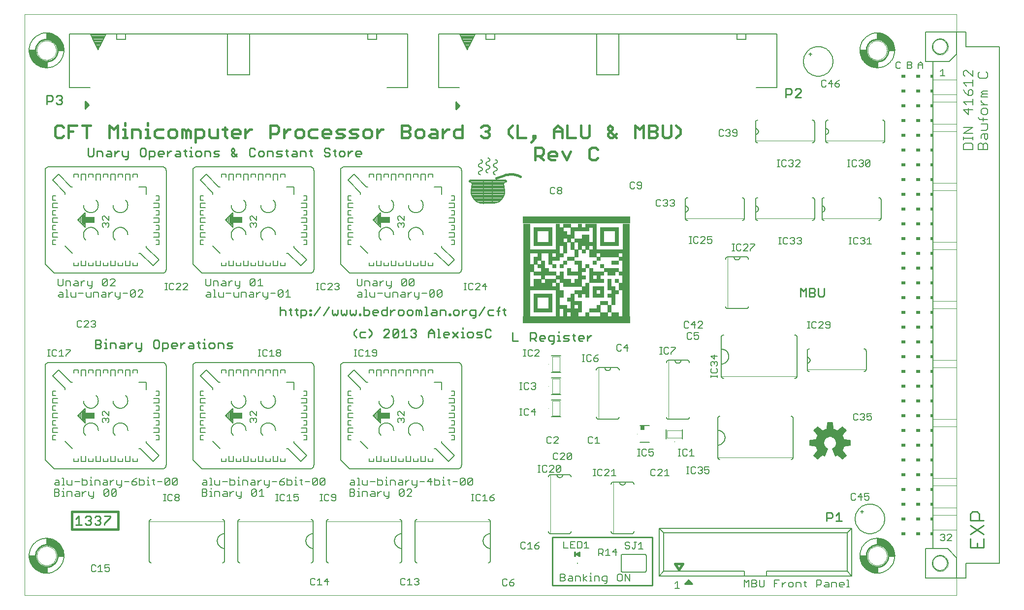
<source format=gto>
G75*
G70*
%OFA0B0*%
%FSLAX24Y24*%
%IPPOS*%
%LPD*%
%AMOC8*
5,1,8,0,0,1.08239X$1,22.5*
%
%ADD10C,0.0080*%
%ADD11C,0.0150*%
%ADD12C,0.0100*%
%ADD13C,0.0050*%
%ADD14C,0.0110*%
%ADD15C,0.0160*%
%ADD16C,0.0060*%
%ADD17C,0.0020*%
%ADD18R,0.0750X0.0400*%
%ADD19R,0.0150X0.0700*%
%ADD20R,0.0100X0.0500*%
%ADD21R,0.0100X0.0300*%
%ADD22R,0.0100X0.0100*%
%ADD23R,0.0050X0.0100*%
%ADD24R,0.0050X0.0050*%
%ADD25C,0.0000*%
%ADD26C,0.0070*%
%ADD27R,0.0150X0.0200*%
%ADD28R,0.0300X0.0200*%
%ADD29C,0.0004*%
%ADD30C,0.0030*%
%ADD31R,0.0250X0.0250*%
%ADD32R,0.1250X0.0250*%
%ADD33R,0.0250X0.0750*%
%ADD34R,0.0500X0.6250*%
%ADD35R,0.7250X0.0500*%
%ADD36C,0.0059*%
%ADD37C,0.0090*%
%ADD38R,0.0079X0.0079*%
%ADD39R,0.0295X0.0295*%
D10*
X005168Y010120D02*
X005170Y010189D01*
X005176Y010257D01*
X005186Y010325D01*
X005200Y010392D01*
X005218Y010458D01*
X005239Y010524D01*
X005265Y010587D01*
X005294Y010650D01*
X005326Y010710D01*
X005362Y010768D01*
X005401Y010825D01*
X005444Y010878D01*
X005490Y010930D01*
X005538Y010978D01*
X005590Y011024D01*
X005643Y011067D01*
X005700Y011106D01*
X005758Y011142D01*
X005818Y011174D01*
X005881Y011203D01*
X005944Y011229D01*
X006010Y011250D01*
X006076Y011268D01*
X006143Y011282D01*
X006211Y011292D01*
X006279Y011298D01*
X006348Y011300D01*
X006417Y011298D01*
X006485Y011292D01*
X006553Y011282D01*
X006620Y011268D01*
X006686Y011250D01*
X006752Y011229D01*
X006815Y011203D01*
X006878Y011174D01*
X006938Y011142D01*
X006996Y011106D01*
X007053Y011067D01*
X007106Y011024D01*
X007158Y010978D01*
X007206Y010930D01*
X007252Y010878D01*
X007295Y010825D01*
X007334Y010768D01*
X007370Y010710D01*
X007402Y010650D01*
X007431Y010587D01*
X007457Y010524D01*
X007478Y010458D01*
X007496Y010392D01*
X007510Y010325D01*
X007520Y010257D01*
X007526Y010189D01*
X007528Y010120D01*
X007526Y010051D01*
X007520Y009983D01*
X007510Y009915D01*
X007496Y009848D01*
X007478Y009782D01*
X007457Y009716D01*
X007431Y009653D01*
X007402Y009590D01*
X007370Y009530D01*
X007334Y009472D01*
X007295Y009415D01*
X007252Y009362D01*
X007206Y009310D01*
X007158Y009262D01*
X007106Y009216D01*
X007053Y009173D01*
X006996Y009134D01*
X006938Y009098D01*
X006878Y009066D01*
X006815Y009037D01*
X006752Y009011D01*
X006686Y008990D01*
X006620Y008972D01*
X006553Y008958D01*
X006485Y008948D01*
X006417Y008942D01*
X006348Y008940D01*
X006279Y008942D01*
X006211Y008948D01*
X006143Y008958D01*
X006076Y008972D01*
X006010Y008990D01*
X005944Y009011D01*
X005881Y009037D01*
X005818Y009066D01*
X005758Y009098D01*
X005700Y009134D01*
X005643Y009173D01*
X005590Y009216D01*
X005538Y009262D01*
X005490Y009310D01*
X005444Y009362D01*
X005401Y009415D01*
X005362Y009472D01*
X005326Y009530D01*
X005294Y009590D01*
X005265Y009653D01*
X005239Y009716D01*
X005218Y009782D01*
X005200Y009848D01*
X005186Y009915D01*
X005176Y009983D01*
X005170Y010051D01*
X005168Y010120D01*
X009368Y013999D02*
X009448Y013999D01*
X009528Y014079D01*
X009528Y014480D01*
X009208Y014480D02*
X009208Y014240D01*
X009288Y014160D01*
X009528Y014160D01*
X009019Y014480D02*
X008939Y014480D01*
X008779Y014320D01*
X008779Y014160D02*
X008779Y014480D01*
X008583Y014400D02*
X008583Y014160D01*
X008343Y014160D01*
X008263Y014240D01*
X008343Y014320D01*
X008583Y014320D01*
X008583Y014400D02*
X008503Y014480D01*
X008343Y014480D01*
X008067Y014400D02*
X008067Y014160D01*
X008067Y014400D02*
X007987Y014480D01*
X007747Y014480D01*
X007747Y014160D01*
X007564Y014160D02*
X007404Y014160D01*
X007484Y014160D02*
X007484Y014480D01*
X007404Y014480D01*
X007484Y014640D02*
X007484Y014720D01*
X007484Y014910D02*
X007484Y015390D01*
X007404Y015390D01*
X007208Y015150D02*
X007128Y015230D01*
X006968Y015230D01*
X006968Y015070D02*
X007208Y015070D01*
X007208Y015150D02*
X007208Y014910D01*
X006968Y014910D01*
X006888Y014990D01*
X006968Y015070D01*
X006888Y014640D02*
X007128Y014640D01*
X007208Y014560D01*
X007208Y014480D01*
X007128Y014400D01*
X006888Y014400D01*
X006888Y014160D02*
X006888Y014640D01*
X007128Y014400D02*
X007208Y014320D01*
X007208Y014240D01*
X007128Y014160D01*
X006888Y014160D01*
X007404Y014910D02*
X007564Y014910D01*
X007747Y014990D02*
X007827Y014910D01*
X008067Y014910D01*
X008067Y015230D01*
X008263Y015150D02*
X008583Y015150D01*
X008779Y015230D02*
X009019Y015230D01*
X009099Y015150D01*
X009099Y014990D01*
X009019Y014910D01*
X008779Y014910D01*
X008779Y015390D01*
X009294Y015230D02*
X009374Y015230D01*
X009374Y014910D01*
X009294Y014910D02*
X009454Y014910D01*
X009638Y014910D02*
X009638Y015230D01*
X009878Y015230D01*
X009958Y015150D01*
X009958Y014910D01*
X010154Y014990D02*
X010234Y015070D01*
X010474Y015070D01*
X010474Y015150D02*
X010474Y014910D01*
X010234Y014910D01*
X010154Y014990D01*
X010234Y015230D02*
X010394Y015230D01*
X010474Y015150D01*
X010669Y015230D02*
X010669Y014910D01*
X010669Y015070D02*
X010829Y015230D01*
X010909Y015230D01*
X011099Y015230D02*
X011099Y014990D01*
X011179Y014910D01*
X011419Y014910D01*
X011419Y014829D02*
X011339Y014749D01*
X011259Y014749D01*
X011419Y014829D02*
X011419Y015230D01*
X011614Y015150D02*
X011935Y015150D01*
X012130Y015150D02*
X012290Y015310D01*
X012450Y015390D01*
X012646Y015390D02*
X012646Y014910D01*
X012886Y014910D01*
X012966Y014990D01*
X012966Y015150D01*
X012886Y015230D01*
X012646Y015230D01*
X012450Y015070D02*
X012370Y015150D01*
X012130Y015150D01*
X012130Y014990D01*
X012210Y014910D01*
X012370Y014910D01*
X012450Y014990D01*
X012450Y015070D01*
X013161Y015230D02*
X013241Y015230D01*
X013241Y014910D01*
X013161Y014910D02*
X013321Y014910D01*
X013585Y014990D02*
X013585Y015310D01*
X013505Y015230D02*
X013665Y015230D01*
X013849Y015150D02*
X014169Y015150D01*
X014364Y015310D02*
X014444Y015390D01*
X014605Y015390D01*
X014685Y015310D01*
X014364Y014990D01*
X014444Y014910D01*
X014605Y014910D01*
X014685Y014990D01*
X014685Y015310D01*
X014880Y015310D02*
X014960Y015390D01*
X015120Y015390D01*
X015200Y015310D01*
X014880Y014990D01*
X014960Y014910D01*
X015120Y014910D01*
X015200Y014990D01*
X015200Y015310D01*
X014880Y015310D02*
X014880Y014990D01*
X014364Y014990D02*
X014364Y015310D01*
X013665Y014910D02*
X013585Y014990D01*
X013241Y015390D02*
X013241Y015470D01*
X011075Y014560D02*
X010755Y014240D01*
X010835Y014160D01*
X010995Y014160D01*
X011075Y014240D01*
X011075Y014560D01*
X010995Y014640D01*
X010835Y014640D01*
X010755Y014560D01*
X010755Y014240D01*
X010560Y014240D02*
X010480Y014160D01*
X010319Y014160D01*
X010239Y014240D01*
X010560Y014560D01*
X010560Y014240D01*
X010560Y014560D02*
X010480Y014640D01*
X010319Y014640D01*
X010239Y014560D01*
X010239Y014240D01*
X009374Y015390D02*
X009374Y015470D01*
X007747Y015230D02*
X007747Y014990D01*
X016888Y014990D02*
X016968Y015070D01*
X017208Y015070D01*
X017208Y015150D02*
X017208Y014910D01*
X016968Y014910D01*
X016888Y014990D01*
X016968Y015230D02*
X017128Y015230D01*
X017208Y015150D01*
X017404Y015390D02*
X017484Y015390D01*
X017484Y014910D01*
X017404Y014910D02*
X017564Y014910D01*
X017747Y014990D02*
X017747Y015230D01*
X017747Y014990D02*
X017827Y014910D01*
X018067Y014910D01*
X018067Y015230D01*
X018263Y015150D02*
X018583Y015150D01*
X018779Y015230D02*
X019019Y015230D01*
X019099Y015150D01*
X019099Y014990D01*
X019019Y014910D01*
X018779Y014910D01*
X018779Y015390D01*
X019294Y015230D02*
X019374Y015230D01*
X019374Y014910D01*
X019294Y014910D02*
X019454Y014910D01*
X019638Y014910D02*
X019638Y015230D01*
X019878Y015230D01*
X019958Y015150D01*
X019958Y014910D01*
X020154Y014990D02*
X020234Y015070D01*
X020474Y015070D01*
X020474Y015150D02*
X020474Y014910D01*
X020234Y014910D01*
X020154Y014990D01*
X020234Y015230D02*
X020394Y015230D01*
X020474Y015150D01*
X020669Y015230D02*
X020669Y014910D01*
X020669Y015070D02*
X020829Y015230D01*
X020909Y015230D01*
X021099Y015230D02*
X021099Y014990D01*
X021179Y014910D01*
X021419Y014910D01*
X021419Y014829D02*
X021339Y014749D01*
X021259Y014749D01*
X021419Y014829D02*
X021419Y015230D01*
X021614Y015150D02*
X021935Y015150D01*
X022130Y015150D02*
X022290Y015310D01*
X022450Y015390D01*
X022646Y015390D02*
X022646Y014910D01*
X022886Y014910D01*
X022966Y014990D01*
X022966Y015150D01*
X022886Y015230D01*
X022646Y015230D01*
X022450Y015070D02*
X022370Y015150D01*
X022130Y015150D01*
X022130Y014990D01*
X022210Y014910D01*
X022370Y014910D01*
X022450Y014990D01*
X022450Y015070D01*
X023161Y015230D02*
X023241Y015230D01*
X023241Y014910D01*
X023161Y014910D02*
X023321Y014910D01*
X023585Y014990D02*
X023585Y015310D01*
X023505Y015230D02*
X023665Y015230D01*
X023849Y015150D02*
X024169Y015150D01*
X024364Y014990D02*
X024364Y015310D01*
X024444Y015390D01*
X024605Y015390D01*
X024685Y015310D01*
X024364Y014990D01*
X024444Y014910D01*
X024605Y014910D01*
X024685Y014990D01*
X024685Y015310D01*
X024880Y015310D02*
X024880Y014990D01*
X025200Y015310D01*
X025200Y014990D01*
X025120Y014910D01*
X024960Y014910D01*
X024880Y014990D01*
X024880Y015310D02*
X024960Y015390D01*
X025120Y015390D01*
X025200Y015310D01*
X023665Y014910D02*
X023585Y014990D01*
X023241Y015390D02*
X023241Y015470D01*
X020915Y014640D02*
X020915Y014160D01*
X020755Y014160D02*
X021075Y014160D01*
X020755Y014480D02*
X020915Y014640D01*
X020560Y014560D02*
X020239Y014240D01*
X020319Y014160D01*
X020480Y014160D01*
X020560Y014240D01*
X020560Y014560D01*
X020480Y014640D01*
X020319Y014640D01*
X020239Y014560D01*
X020239Y014240D01*
X019528Y014160D02*
X019288Y014160D01*
X019208Y014240D01*
X019208Y014480D01*
X019019Y014480D02*
X018939Y014480D01*
X018779Y014320D01*
X018779Y014160D02*
X018779Y014480D01*
X018583Y014400D02*
X018583Y014160D01*
X018343Y014160D01*
X018263Y014240D01*
X018343Y014320D01*
X018583Y014320D01*
X018583Y014400D02*
X018503Y014480D01*
X018343Y014480D01*
X018067Y014400D02*
X018067Y014160D01*
X018067Y014400D02*
X017987Y014480D01*
X017747Y014480D01*
X017747Y014160D01*
X017564Y014160D02*
X017404Y014160D01*
X017484Y014160D02*
X017484Y014480D01*
X017404Y014480D01*
X017484Y014640D02*
X017484Y014720D01*
X017208Y014560D02*
X017208Y014480D01*
X017128Y014400D01*
X016888Y014400D01*
X016888Y014640D02*
X017128Y014640D01*
X017208Y014560D01*
X017128Y014400D02*
X017208Y014320D01*
X017208Y014240D01*
X017128Y014160D01*
X016888Y014160D01*
X016888Y014640D01*
X019368Y013999D02*
X019448Y013999D01*
X019528Y014079D01*
X019528Y014480D01*
X019374Y015390D02*
X019374Y015470D01*
X026888Y014990D02*
X026968Y015070D01*
X027208Y015070D01*
X027208Y015150D02*
X027208Y014910D01*
X026968Y014910D01*
X026888Y014990D01*
X026968Y015230D02*
X027128Y015230D01*
X027208Y015150D01*
X027404Y015390D02*
X027484Y015390D01*
X027484Y014910D01*
X027404Y014910D02*
X027564Y014910D01*
X027747Y014990D02*
X027747Y015230D01*
X027747Y014990D02*
X027827Y014910D01*
X028067Y014910D01*
X028067Y015230D01*
X028263Y015150D02*
X028583Y015150D01*
X028779Y015230D02*
X029019Y015230D01*
X029099Y015150D01*
X029099Y014990D01*
X029019Y014910D01*
X028779Y014910D01*
X028779Y015390D01*
X029294Y015230D02*
X029374Y015230D01*
X029374Y014910D01*
X029294Y014910D02*
X029454Y014910D01*
X029638Y014910D02*
X029638Y015230D01*
X029878Y015230D01*
X029958Y015150D01*
X029958Y014910D01*
X030154Y014990D02*
X030234Y015070D01*
X030474Y015070D01*
X030474Y015150D02*
X030474Y014910D01*
X030234Y014910D01*
X030154Y014990D01*
X030234Y015230D02*
X030394Y015230D01*
X030474Y015150D01*
X030669Y015230D02*
X030669Y014910D01*
X030669Y015070D02*
X030829Y015230D01*
X030909Y015230D01*
X031099Y015230D02*
X031099Y014990D01*
X031179Y014910D01*
X031419Y014910D01*
X031419Y014829D02*
X031339Y014749D01*
X031259Y014749D01*
X031419Y014829D02*
X031419Y015230D01*
X031614Y015150D02*
X031935Y015150D01*
X032130Y015150D02*
X032370Y015390D01*
X032370Y014910D01*
X032450Y015150D02*
X032130Y015150D01*
X032646Y015230D02*
X032886Y015230D01*
X032966Y015150D01*
X032966Y014990D01*
X032886Y014910D01*
X032646Y014910D01*
X032646Y015390D01*
X033161Y015230D02*
X033241Y015230D01*
X033241Y014910D01*
X033161Y014910D02*
X033321Y014910D01*
X033585Y014990D02*
X033585Y015310D01*
X033505Y015230D02*
X033665Y015230D01*
X033849Y015150D02*
X034169Y015150D01*
X034364Y014990D02*
X034364Y015310D01*
X034444Y015390D01*
X034605Y015390D01*
X034685Y015310D01*
X034364Y014990D01*
X034444Y014910D01*
X034605Y014910D01*
X034685Y014990D01*
X034685Y015310D01*
X034880Y015310D02*
X034880Y014990D01*
X035200Y015310D01*
X035200Y014990D01*
X035120Y014910D01*
X034960Y014910D01*
X034880Y014990D01*
X034880Y015310D02*
X034960Y015390D01*
X035120Y015390D01*
X035200Y015310D01*
X033665Y014910D02*
X033585Y014990D01*
X033241Y015390D02*
X033241Y015470D01*
X031075Y014560D02*
X030995Y014640D01*
X030835Y014640D01*
X030755Y014560D01*
X030560Y014560D02*
X030239Y014240D01*
X030319Y014160D01*
X030480Y014160D01*
X030560Y014240D01*
X030560Y014560D01*
X030480Y014640D01*
X030319Y014640D01*
X030239Y014560D01*
X030239Y014240D01*
X030755Y014160D02*
X031075Y014480D01*
X031075Y014560D01*
X031075Y014160D02*
X030755Y014160D01*
X029528Y014160D02*
X029288Y014160D01*
X029208Y014240D01*
X029208Y014480D01*
X029019Y014480D02*
X028939Y014480D01*
X028779Y014320D01*
X028779Y014160D02*
X028779Y014480D01*
X028583Y014400D02*
X028583Y014160D01*
X028343Y014160D01*
X028263Y014240D01*
X028343Y014320D01*
X028583Y014320D01*
X028583Y014400D02*
X028503Y014480D01*
X028343Y014480D01*
X028067Y014400D02*
X028067Y014160D01*
X028067Y014400D02*
X027987Y014480D01*
X027747Y014480D01*
X027747Y014160D01*
X027564Y014160D02*
X027404Y014160D01*
X027484Y014160D02*
X027484Y014480D01*
X027404Y014480D01*
X027484Y014640D02*
X027484Y014720D01*
X027208Y014560D02*
X027208Y014480D01*
X027128Y014400D01*
X026888Y014400D01*
X026888Y014640D02*
X027128Y014640D01*
X027208Y014560D01*
X027128Y014400D02*
X027208Y014320D01*
X027208Y014240D01*
X027128Y014160D01*
X026888Y014160D01*
X026888Y014640D01*
X029368Y013999D02*
X029448Y013999D01*
X029528Y014079D01*
X029528Y014480D01*
X029374Y015390D02*
X029374Y015470D01*
X041138Y008890D02*
X041138Y008410D01*
X041378Y008410D01*
X041458Y008490D01*
X041458Y008570D01*
X041378Y008650D01*
X041138Y008650D01*
X041138Y008890D02*
X041378Y008890D01*
X041458Y008810D01*
X041458Y008730D01*
X041378Y008650D01*
X041654Y008490D02*
X041734Y008570D01*
X041974Y008570D01*
X041974Y008650D02*
X041974Y008410D01*
X041734Y008410D01*
X041654Y008490D01*
X041734Y008730D02*
X041894Y008730D01*
X041974Y008650D01*
X042169Y008730D02*
X042169Y008410D01*
X042169Y008730D02*
X042409Y008730D01*
X042489Y008650D01*
X042489Y008410D01*
X042685Y008410D02*
X042685Y008890D01*
X042925Y008730D02*
X042685Y008570D01*
X042925Y008410D01*
X043114Y008410D02*
X043275Y008410D01*
X043194Y008410D02*
X043194Y008730D01*
X043114Y008730D01*
X043194Y008890D02*
X043194Y008970D01*
X043458Y008730D02*
X043458Y008410D01*
X043458Y008730D02*
X043698Y008730D01*
X043778Y008650D01*
X043778Y008410D01*
X043974Y008490D02*
X044054Y008410D01*
X044294Y008410D01*
X044294Y008329D02*
X044294Y008730D01*
X044054Y008730D01*
X043974Y008650D01*
X043974Y008490D01*
X044134Y008249D02*
X044214Y008249D01*
X044294Y008329D01*
X045005Y008490D02*
X045005Y008810D01*
X045085Y008890D01*
X045245Y008890D01*
X045325Y008810D01*
X045325Y008490D01*
X045245Y008410D01*
X045085Y008410D01*
X045005Y008490D01*
X045521Y008410D02*
X045521Y008890D01*
X045841Y008410D01*
X045841Y008890D01*
X047828Y008755D02*
X048143Y009070D01*
X053600Y009070D01*
X053600Y009062D02*
X053600Y008783D01*
X053583Y008480D02*
X053743Y008320D01*
X053903Y008480D01*
X053903Y008000D01*
X054099Y008000D02*
X054099Y008480D01*
X054339Y008480D01*
X054419Y008400D01*
X054419Y008320D01*
X054339Y008240D01*
X054099Y008240D01*
X054339Y008240D02*
X054419Y008160D01*
X054419Y008080D01*
X054339Y008000D01*
X054099Y008000D01*
X053583Y008000D02*
X053583Y008480D01*
X054614Y008480D02*
X054614Y008080D01*
X054694Y008000D01*
X054854Y008000D01*
X054934Y008080D01*
X054934Y008480D01*
X055096Y008783D02*
X055096Y009062D01*
X055096Y009070D02*
X060553Y009070D01*
X060868Y008755D01*
X060868Y011984D01*
X060553Y011669D01*
X060553Y009070D01*
X060868Y008755D02*
X047828Y008755D01*
X047828Y011984D01*
X048143Y011669D01*
X060553Y011669D01*
X060868Y011984D02*
X047828Y011984D01*
X048143Y011669D02*
X048143Y009070D01*
X048888Y008230D02*
X049048Y008390D01*
X049048Y007910D01*
X048888Y007910D02*
X049208Y007910D01*
X055646Y008000D02*
X055646Y008480D01*
X055966Y008480D01*
X056161Y008320D02*
X056161Y008000D01*
X056161Y008160D02*
X056321Y008320D01*
X056401Y008320D01*
X056591Y008240D02*
X056591Y008080D01*
X056671Y008000D01*
X056831Y008000D01*
X056911Y008080D01*
X056911Y008240D01*
X056831Y008320D01*
X056671Y008320D01*
X056591Y008240D01*
X057106Y008320D02*
X057106Y008000D01*
X057106Y008320D02*
X057347Y008320D01*
X057427Y008240D01*
X057427Y008000D01*
X057702Y008080D02*
X057702Y008400D01*
X057622Y008320D02*
X057782Y008320D01*
X057702Y008080D02*
X057782Y008000D01*
X058481Y008000D02*
X058481Y008480D01*
X058722Y008480D01*
X058802Y008400D01*
X058802Y008240D01*
X058722Y008160D01*
X058481Y008160D01*
X058997Y008080D02*
X059077Y008160D01*
X059317Y008160D01*
X059317Y008240D02*
X059317Y008000D01*
X059077Y008000D01*
X058997Y008080D01*
X059077Y008320D02*
X059237Y008320D01*
X059317Y008240D01*
X059513Y008320D02*
X059753Y008320D01*
X059833Y008240D01*
X059833Y008000D01*
X060028Y008080D02*
X060028Y008240D01*
X060108Y008320D01*
X060269Y008320D01*
X060349Y008240D01*
X060349Y008160D01*
X060028Y008160D01*
X060028Y008080D02*
X060108Y008000D01*
X060269Y008000D01*
X060544Y008000D02*
X060704Y008000D01*
X060624Y008000D02*
X060624Y008480D01*
X060544Y008480D01*
X059513Y008320D02*
X059513Y008000D01*
X055806Y008240D02*
X055646Y008240D01*
X061418Y010120D02*
X061420Y010189D01*
X061426Y010257D01*
X061436Y010325D01*
X061450Y010392D01*
X061468Y010458D01*
X061489Y010524D01*
X061515Y010587D01*
X061544Y010650D01*
X061576Y010710D01*
X061612Y010768D01*
X061651Y010825D01*
X061694Y010878D01*
X061740Y010930D01*
X061788Y010978D01*
X061840Y011024D01*
X061893Y011067D01*
X061950Y011106D01*
X062008Y011142D01*
X062068Y011174D01*
X062131Y011203D01*
X062194Y011229D01*
X062260Y011250D01*
X062326Y011268D01*
X062393Y011282D01*
X062461Y011292D01*
X062529Y011298D01*
X062598Y011300D01*
X062667Y011298D01*
X062735Y011292D01*
X062803Y011282D01*
X062870Y011268D01*
X062936Y011250D01*
X063002Y011229D01*
X063065Y011203D01*
X063128Y011174D01*
X063188Y011142D01*
X063246Y011106D01*
X063303Y011067D01*
X063356Y011024D01*
X063408Y010978D01*
X063456Y010930D01*
X063502Y010878D01*
X063545Y010825D01*
X063584Y010768D01*
X063620Y010710D01*
X063652Y010650D01*
X063681Y010587D01*
X063707Y010524D01*
X063728Y010458D01*
X063746Y010392D01*
X063760Y010325D01*
X063770Y010257D01*
X063776Y010189D01*
X063778Y010120D01*
X063776Y010051D01*
X063770Y009983D01*
X063760Y009915D01*
X063746Y009848D01*
X063728Y009782D01*
X063707Y009716D01*
X063681Y009653D01*
X063652Y009590D01*
X063620Y009530D01*
X063584Y009472D01*
X063545Y009415D01*
X063502Y009362D01*
X063456Y009310D01*
X063408Y009262D01*
X063356Y009216D01*
X063303Y009173D01*
X063246Y009134D01*
X063188Y009098D01*
X063128Y009066D01*
X063065Y009037D01*
X063002Y009011D01*
X062936Y008990D01*
X062870Y008972D01*
X062803Y008958D01*
X062735Y008948D01*
X062667Y008942D01*
X062598Y008940D01*
X062529Y008942D01*
X062461Y008948D01*
X062393Y008958D01*
X062326Y008972D01*
X062260Y008990D01*
X062194Y009011D01*
X062131Y009037D01*
X062068Y009066D01*
X062008Y009098D01*
X061950Y009134D01*
X061893Y009173D01*
X061840Y009216D01*
X061788Y009262D01*
X061740Y009310D01*
X061694Y009362D01*
X061651Y009415D01*
X061612Y009472D01*
X061576Y009530D01*
X061544Y009590D01*
X061515Y009653D01*
X061489Y009716D01*
X061468Y009782D01*
X061450Y009848D01*
X061436Y009915D01*
X061426Y009983D01*
X061420Y010051D01*
X061418Y010120D01*
X033122Y027740D02*
X033042Y027660D01*
X032882Y027660D01*
X032802Y027740D01*
X033122Y028060D01*
X033122Y027740D01*
X033122Y028060D02*
X033042Y028140D01*
X032882Y028140D01*
X032802Y028060D01*
X032802Y027740D01*
X032607Y027740D02*
X032527Y027660D01*
X032366Y027660D01*
X032286Y027740D01*
X032607Y028060D01*
X032607Y027740D01*
X032607Y028060D02*
X032527Y028140D01*
X032366Y028140D01*
X032286Y028060D01*
X032286Y027740D01*
X032091Y027900D02*
X031771Y027900D01*
X031575Y027980D02*
X031575Y027579D01*
X031495Y027499D01*
X031415Y027499D01*
X031335Y027660D02*
X031575Y027660D01*
X031335Y027660D02*
X031255Y027740D01*
X031255Y027980D01*
X031066Y027980D02*
X030986Y027980D01*
X030825Y027820D01*
X030825Y027660D02*
X030825Y027980D01*
X030630Y027900D02*
X030630Y027660D01*
X030390Y027660D01*
X030310Y027740D01*
X030390Y027820D01*
X030630Y027820D01*
X030630Y027900D02*
X030550Y027980D01*
X030390Y027980D01*
X030114Y027900D02*
X030114Y027660D01*
X030114Y027900D02*
X030034Y027980D01*
X029794Y027980D01*
X029794Y027660D01*
X029599Y027660D02*
X029599Y027980D01*
X029605Y028249D02*
X029525Y028249D01*
X029605Y028249D02*
X029685Y028329D01*
X029685Y028730D01*
X029685Y028410D02*
X029444Y028410D01*
X029364Y028490D01*
X029364Y028730D01*
X029175Y028730D02*
X029095Y028730D01*
X028935Y028570D01*
X028935Y028410D02*
X028935Y028730D01*
X028739Y028650D02*
X028739Y028410D01*
X028499Y028410D01*
X028419Y028490D01*
X028499Y028570D01*
X028739Y028570D01*
X028739Y028650D02*
X028659Y028730D01*
X028499Y028730D01*
X028224Y028650D02*
X028224Y028410D01*
X028224Y028650D02*
X028144Y028730D01*
X027904Y028730D01*
X027904Y028410D01*
X027708Y028490D02*
X027708Y028890D01*
X027388Y028890D02*
X027388Y028490D01*
X027468Y028410D01*
X027628Y028410D01*
X027708Y028490D01*
X027904Y028140D02*
X027984Y028140D01*
X027984Y027660D01*
X027904Y027660D02*
X028064Y027660D01*
X028247Y027740D02*
X028327Y027660D01*
X028567Y027660D01*
X028567Y027980D01*
X028763Y027900D02*
X029083Y027900D01*
X029279Y027980D02*
X029279Y027740D01*
X029359Y027660D01*
X029599Y027660D01*
X030396Y028490D02*
X030716Y028810D01*
X030716Y028490D01*
X030636Y028410D01*
X030476Y028410D01*
X030396Y028490D01*
X030396Y028810D01*
X030476Y028890D01*
X030636Y028890D01*
X030716Y028810D01*
X030911Y028810D02*
X030991Y028890D01*
X031152Y028890D01*
X031232Y028810D01*
X030911Y028490D01*
X030991Y028410D01*
X031152Y028410D01*
X031232Y028490D01*
X031232Y028810D01*
X030911Y028810D02*
X030911Y028490D01*
X028247Y027980D02*
X028247Y027740D01*
X027708Y027820D02*
X027468Y027820D01*
X027388Y027740D01*
X027468Y027660D01*
X027708Y027660D01*
X027708Y027900D01*
X027628Y027980D01*
X027468Y027980D01*
X022872Y027660D02*
X022552Y027660D01*
X022712Y027660D02*
X022712Y028140D01*
X022552Y027980D01*
X022357Y028060D02*
X022036Y027740D01*
X022116Y027660D01*
X022277Y027660D01*
X022357Y027740D01*
X022357Y028060D01*
X022277Y028140D01*
X022116Y028140D01*
X022036Y028060D01*
X022036Y027740D01*
X021841Y027900D02*
X021521Y027900D01*
X021325Y027980D02*
X021325Y027579D01*
X021245Y027499D01*
X021165Y027499D01*
X021085Y027660D02*
X021325Y027660D01*
X021085Y027660D02*
X021005Y027740D01*
X021005Y027980D01*
X020816Y027980D02*
X020736Y027980D01*
X020575Y027820D01*
X020575Y027660D02*
X020575Y027980D01*
X020380Y027900D02*
X020380Y027660D01*
X020140Y027660D01*
X020060Y027740D01*
X020140Y027820D01*
X020380Y027820D01*
X020380Y027900D02*
X020300Y027980D01*
X020140Y027980D01*
X019864Y027900D02*
X019864Y027660D01*
X019864Y027900D02*
X019784Y027980D01*
X019544Y027980D01*
X019544Y027660D01*
X019349Y027660D02*
X019349Y027980D01*
X019355Y028249D02*
X019275Y028249D01*
X019355Y028249D02*
X019435Y028329D01*
X019435Y028730D01*
X019435Y028410D02*
X019194Y028410D01*
X019114Y028490D01*
X019114Y028730D01*
X018925Y028730D02*
X018845Y028730D01*
X018685Y028570D01*
X018685Y028410D02*
X018685Y028730D01*
X018489Y028650D02*
X018489Y028410D01*
X018249Y028410D01*
X018169Y028490D01*
X018249Y028570D01*
X018489Y028570D01*
X018489Y028650D02*
X018409Y028730D01*
X018249Y028730D01*
X017974Y028650D02*
X017974Y028410D01*
X017974Y028650D02*
X017894Y028730D01*
X017654Y028730D01*
X017654Y028410D01*
X017458Y028490D02*
X017458Y028890D01*
X017138Y028890D02*
X017138Y028490D01*
X017218Y028410D01*
X017378Y028410D01*
X017458Y028490D01*
X017654Y028140D02*
X017734Y028140D01*
X017734Y027660D01*
X017654Y027660D02*
X017814Y027660D01*
X017997Y027740D02*
X018077Y027660D01*
X018317Y027660D01*
X018317Y027980D01*
X018513Y027900D02*
X018833Y027900D01*
X019029Y027980D02*
X019029Y027740D01*
X019109Y027660D01*
X019349Y027660D01*
X020146Y028490D02*
X020466Y028810D01*
X020466Y028490D01*
X020386Y028410D01*
X020226Y028410D01*
X020146Y028490D01*
X020146Y028810D01*
X020226Y028890D01*
X020386Y028890D01*
X020466Y028810D01*
X020661Y028730D02*
X020821Y028890D01*
X020821Y028410D01*
X020661Y028410D02*
X020982Y028410D01*
X017997Y027980D02*
X017997Y027740D01*
X017458Y027820D02*
X017218Y027820D01*
X017138Y027740D01*
X017218Y027660D01*
X017458Y027660D01*
X017458Y027900D01*
X017378Y027980D01*
X017218Y027980D01*
X012872Y027980D02*
X012872Y028060D01*
X012792Y028140D01*
X012632Y028140D01*
X012552Y028060D01*
X012357Y028060D02*
X012036Y027740D01*
X012116Y027660D01*
X012277Y027660D01*
X012357Y027740D01*
X012357Y028060D01*
X012277Y028140D01*
X012116Y028140D01*
X012036Y028060D01*
X012036Y027740D01*
X011841Y027900D02*
X011521Y027900D01*
X011325Y027980D02*
X011325Y027579D01*
X011245Y027499D01*
X011165Y027499D01*
X011085Y027660D02*
X011325Y027660D01*
X011085Y027660D02*
X011005Y027740D01*
X011005Y027980D01*
X010816Y027980D02*
X010736Y027980D01*
X010575Y027820D01*
X010575Y027660D02*
X010575Y027980D01*
X010380Y027900D02*
X010380Y027660D01*
X010140Y027660D01*
X010060Y027740D01*
X010140Y027820D01*
X010380Y027820D01*
X010380Y027900D02*
X010300Y027980D01*
X010140Y027980D01*
X009864Y027900D02*
X009864Y027660D01*
X009864Y027900D02*
X009784Y027980D01*
X009544Y027980D01*
X009544Y027660D01*
X009349Y027660D02*
X009349Y027980D01*
X009355Y028249D02*
X009275Y028249D01*
X009355Y028249D02*
X009435Y028329D01*
X009435Y028730D01*
X009435Y028410D02*
X009194Y028410D01*
X009114Y028490D01*
X009114Y028730D01*
X008925Y028730D02*
X008845Y028730D01*
X008685Y028570D01*
X008685Y028410D02*
X008685Y028730D01*
X008489Y028650D02*
X008489Y028410D01*
X008249Y028410D01*
X008169Y028490D01*
X008249Y028570D01*
X008489Y028570D01*
X008489Y028650D02*
X008409Y028730D01*
X008249Y028730D01*
X007974Y028650D02*
X007974Y028410D01*
X007974Y028650D02*
X007894Y028730D01*
X007654Y028730D01*
X007654Y028410D01*
X007458Y028490D02*
X007458Y028890D01*
X007138Y028890D02*
X007138Y028490D01*
X007218Y028410D01*
X007378Y028410D01*
X007458Y028490D01*
X007654Y028140D02*
X007734Y028140D01*
X007734Y027660D01*
X007654Y027660D02*
X007814Y027660D01*
X007997Y027740D02*
X008077Y027660D01*
X008317Y027660D01*
X008317Y027980D01*
X008513Y027900D02*
X008833Y027900D01*
X009029Y027980D02*
X009029Y027740D01*
X009109Y027660D01*
X009349Y027660D01*
X010146Y028490D02*
X010466Y028810D01*
X010466Y028490D01*
X010386Y028410D01*
X010226Y028410D01*
X010146Y028490D01*
X010146Y028810D01*
X010226Y028890D01*
X010386Y028890D01*
X010466Y028810D01*
X010661Y028810D02*
X010741Y028890D01*
X010902Y028890D01*
X010982Y028810D01*
X010982Y028730D01*
X010661Y028410D01*
X010982Y028410D01*
X012552Y027660D02*
X012872Y027980D01*
X012872Y027660D02*
X012552Y027660D01*
X007997Y027740D02*
X007997Y027980D01*
X007458Y027900D02*
X007458Y027660D01*
X007218Y027660D01*
X007138Y027740D01*
X007218Y027820D01*
X007458Y027820D01*
X007458Y027900D02*
X007378Y027980D01*
X007218Y027980D01*
X007911Y041858D02*
X009306Y041858D01*
X007911Y041858D02*
X007911Y045480D01*
X011103Y045480D01*
X011103Y045098D01*
X011686Y045098D01*
X011686Y045480D01*
X011103Y045480D01*
X011686Y045480D02*
X018607Y045480D01*
X020089Y045480D01*
X020089Y042698D01*
X018607Y042698D01*
X018607Y045480D01*
X020089Y045480D02*
X028103Y045480D01*
X028103Y045098D01*
X028686Y045098D01*
X028686Y045480D01*
X028103Y045480D01*
X028686Y045480D02*
X030785Y045480D01*
X030785Y041858D01*
X029384Y041858D01*
X032911Y041858D02*
X034306Y041858D01*
X032911Y041858D02*
X032911Y045480D01*
X036103Y045480D01*
X036103Y045098D01*
X036686Y045098D01*
X036686Y045480D01*
X036103Y045480D01*
X036686Y045480D02*
X043607Y045480D01*
X045089Y045480D01*
X045089Y042698D01*
X043607Y042698D01*
X043607Y045480D01*
X045089Y045480D02*
X053103Y045480D01*
X053103Y045098D01*
X053686Y045098D01*
X053686Y045480D01*
X053103Y045480D01*
X053686Y045480D02*
X055785Y045480D01*
X055785Y041858D01*
X054384Y041858D01*
X061418Y044370D02*
X061420Y044439D01*
X061426Y044507D01*
X061436Y044575D01*
X061450Y044642D01*
X061468Y044708D01*
X061489Y044774D01*
X061515Y044837D01*
X061544Y044900D01*
X061576Y044960D01*
X061612Y045018D01*
X061651Y045075D01*
X061694Y045128D01*
X061740Y045180D01*
X061788Y045228D01*
X061840Y045274D01*
X061893Y045317D01*
X061950Y045356D01*
X062008Y045392D01*
X062068Y045424D01*
X062131Y045453D01*
X062194Y045479D01*
X062260Y045500D01*
X062326Y045518D01*
X062393Y045532D01*
X062461Y045542D01*
X062529Y045548D01*
X062598Y045550D01*
X062667Y045548D01*
X062735Y045542D01*
X062803Y045532D01*
X062870Y045518D01*
X062936Y045500D01*
X063002Y045479D01*
X063065Y045453D01*
X063128Y045424D01*
X063188Y045392D01*
X063246Y045356D01*
X063303Y045317D01*
X063356Y045274D01*
X063408Y045228D01*
X063456Y045180D01*
X063502Y045128D01*
X063545Y045075D01*
X063584Y045018D01*
X063620Y044960D01*
X063652Y044900D01*
X063681Y044837D01*
X063707Y044774D01*
X063728Y044708D01*
X063746Y044642D01*
X063760Y044575D01*
X063770Y044507D01*
X063776Y044439D01*
X063778Y044370D01*
X063776Y044301D01*
X063770Y044233D01*
X063760Y044165D01*
X063746Y044098D01*
X063728Y044032D01*
X063707Y043966D01*
X063681Y043903D01*
X063652Y043840D01*
X063620Y043780D01*
X063584Y043722D01*
X063545Y043665D01*
X063502Y043612D01*
X063456Y043560D01*
X063408Y043512D01*
X063356Y043466D01*
X063303Y043423D01*
X063246Y043384D01*
X063188Y043348D01*
X063128Y043316D01*
X063065Y043287D01*
X063002Y043261D01*
X062936Y043240D01*
X062870Y043222D01*
X062803Y043208D01*
X062735Y043198D01*
X062667Y043192D01*
X062598Y043190D01*
X062529Y043192D01*
X062461Y043198D01*
X062393Y043208D01*
X062326Y043222D01*
X062260Y043240D01*
X062194Y043261D01*
X062131Y043287D01*
X062068Y043316D01*
X062008Y043348D01*
X061950Y043384D01*
X061893Y043423D01*
X061840Y043466D01*
X061788Y043512D01*
X061740Y043560D01*
X061694Y043612D01*
X061651Y043665D01*
X061612Y043722D01*
X061576Y043780D01*
X061544Y043840D01*
X061515Y043903D01*
X061489Y043966D01*
X061468Y044032D01*
X061450Y044098D01*
X061436Y044165D01*
X061426Y044233D01*
X061420Y044301D01*
X061418Y044370D01*
X037490Y035524D02*
X037492Y035508D01*
X037490Y035491D01*
X037483Y035476D01*
X037473Y035463D01*
X037460Y035453D01*
X037445Y035447D01*
X037429Y035445D01*
X037401Y035441D01*
X037374Y035432D01*
X037350Y035417D01*
X037330Y035397D01*
X037315Y035373D01*
X037306Y035347D01*
X037303Y035319D01*
X037366Y034878D01*
X037366Y034815D01*
X037356Y034686D01*
X037326Y034561D01*
X037277Y034443D01*
X037209Y034333D01*
X037126Y034235D01*
X037028Y034152D01*
X036919Y034085D01*
X036800Y034036D01*
X036675Y034006D01*
X036547Y033996D01*
X035917Y033996D01*
X035917Y035571D01*
X036547Y035571D01*
X036547Y033996D01*
X036547Y035571D01*
X037429Y035571D01*
X037445Y035568D01*
X037460Y035562D01*
X037473Y035552D01*
X037483Y035539D01*
X037490Y035524D01*
X037491Y035502D02*
X036547Y035502D01*
X035917Y035502D01*
X034973Y035502D01*
X034972Y035508D02*
X034974Y035491D01*
X034980Y035476D01*
X034990Y035463D01*
X035003Y035453D01*
X035019Y035447D01*
X035035Y035445D01*
X035063Y035441D01*
X035090Y035432D01*
X035113Y035417D01*
X035133Y035397D01*
X035148Y035373D01*
X035158Y035347D01*
X035161Y035319D01*
X035098Y034878D01*
X035098Y034815D01*
X035108Y034686D01*
X035138Y034561D01*
X035187Y034443D01*
X035254Y034333D01*
X035338Y034235D01*
X035435Y034152D01*
X035545Y034085D01*
X035664Y034036D01*
X035789Y034006D01*
X035917Y033996D01*
X035917Y035571D01*
X035035Y035571D01*
X035019Y035568D01*
X035003Y035562D01*
X034990Y035552D01*
X034980Y035539D01*
X034974Y035524D01*
X034972Y035508D01*
X035103Y035424D02*
X035917Y035424D01*
X036547Y035424D01*
X037361Y035424D01*
X037306Y035345D02*
X036547Y035345D01*
X035917Y035345D01*
X035158Y035345D01*
X035154Y035267D02*
X035917Y035267D01*
X036547Y035267D01*
X037310Y035267D01*
X037321Y035188D02*
X036547Y035188D01*
X035917Y035188D01*
X035142Y035188D01*
X035131Y035110D02*
X035917Y035110D01*
X036547Y035110D01*
X037333Y035110D01*
X037344Y035031D02*
X036547Y035031D01*
X035917Y035031D01*
X035120Y035031D01*
X035109Y034953D02*
X035917Y034953D01*
X036547Y034953D01*
X037355Y034953D01*
X037366Y034874D02*
X036547Y034874D01*
X035917Y034874D01*
X035098Y034874D01*
X035099Y034796D02*
X035917Y034796D01*
X036547Y034796D01*
X037364Y034796D01*
X037358Y034717D02*
X036547Y034717D01*
X035917Y034717D01*
X035106Y034717D01*
X035119Y034638D02*
X035917Y034638D01*
X036547Y034638D01*
X037344Y034638D01*
X037325Y034560D02*
X036547Y034560D01*
X035917Y034560D01*
X035139Y034560D01*
X035171Y034481D02*
X035917Y034481D01*
X036547Y034481D01*
X037293Y034481D01*
X037252Y034403D02*
X036547Y034403D01*
X035917Y034403D01*
X035212Y034403D01*
X035262Y034324D02*
X035917Y034324D01*
X036547Y034324D01*
X037202Y034324D01*
X037135Y034246D02*
X036547Y034246D01*
X035917Y034246D01*
X035329Y034246D01*
X035418Y034167D02*
X035917Y034167D01*
X036547Y034167D01*
X037046Y034167D01*
X036925Y034089D02*
X036547Y034089D01*
X035917Y034089D01*
X035539Y034089D01*
X035770Y034010D02*
X035917Y034010D01*
X036547Y034010D01*
X036694Y034010D01*
X034846Y044415D02*
X034344Y045429D01*
X035348Y045429D01*
X034846Y044415D01*
X034866Y044456D02*
X034825Y044456D01*
X034786Y044535D02*
X034905Y044535D01*
X034944Y044613D02*
X034748Y044613D01*
X034709Y044692D02*
X034983Y044692D01*
X035022Y044771D02*
X034670Y044771D01*
X034631Y044849D02*
X035061Y044849D01*
X035100Y044928D02*
X034592Y044928D01*
X034553Y045006D02*
X035139Y045006D01*
X035178Y045085D02*
X034514Y045085D01*
X034475Y045163D02*
X035216Y045163D01*
X035255Y045242D02*
X034436Y045242D01*
X034398Y045320D02*
X035294Y045320D01*
X035333Y045399D02*
X034359Y045399D01*
X010348Y045429D02*
X009846Y044415D01*
X009344Y045429D01*
X010348Y045429D01*
X010333Y045399D02*
X009359Y045399D01*
X009398Y045320D02*
X010294Y045320D01*
X010255Y045242D02*
X009436Y045242D01*
X009475Y045163D02*
X010216Y045163D01*
X010178Y045085D02*
X009514Y045085D01*
X009553Y045006D02*
X010139Y045006D01*
X010100Y044928D02*
X009592Y044928D01*
X009631Y044849D02*
X010061Y044849D01*
X010022Y044771D02*
X009670Y044771D01*
X009709Y044692D02*
X009983Y044692D01*
X009944Y044613D02*
X009748Y044613D01*
X009786Y044535D02*
X009905Y044535D01*
X009866Y044456D02*
X009825Y044456D01*
X005168Y044370D02*
X005170Y044439D01*
X005176Y044507D01*
X005186Y044575D01*
X005200Y044642D01*
X005218Y044708D01*
X005239Y044774D01*
X005265Y044837D01*
X005294Y044900D01*
X005326Y044960D01*
X005362Y045018D01*
X005401Y045075D01*
X005444Y045128D01*
X005490Y045180D01*
X005538Y045228D01*
X005590Y045274D01*
X005643Y045317D01*
X005700Y045356D01*
X005758Y045392D01*
X005818Y045424D01*
X005881Y045453D01*
X005944Y045479D01*
X006010Y045500D01*
X006076Y045518D01*
X006143Y045532D01*
X006211Y045542D01*
X006279Y045548D01*
X006348Y045550D01*
X006417Y045548D01*
X006485Y045542D01*
X006553Y045532D01*
X006620Y045518D01*
X006686Y045500D01*
X006752Y045479D01*
X006815Y045453D01*
X006878Y045424D01*
X006938Y045392D01*
X006996Y045356D01*
X007053Y045317D01*
X007106Y045274D01*
X007158Y045228D01*
X007206Y045180D01*
X007252Y045128D01*
X007295Y045075D01*
X007334Y045018D01*
X007370Y044960D01*
X007402Y044900D01*
X007431Y044837D01*
X007457Y044774D01*
X007478Y044708D01*
X007496Y044642D01*
X007510Y044575D01*
X007520Y044507D01*
X007526Y044439D01*
X007528Y044370D01*
X007526Y044301D01*
X007520Y044233D01*
X007510Y044165D01*
X007496Y044098D01*
X007478Y044032D01*
X007457Y043966D01*
X007431Y043903D01*
X007402Y043840D01*
X007370Y043780D01*
X007334Y043722D01*
X007295Y043665D01*
X007252Y043612D01*
X007206Y043560D01*
X007158Y043512D01*
X007106Y043466D01*
X007053Y043423D01*
X006996Y043384D01*
X006938Y043348D01*
X006878Y043316D01*
X006815Y043287D01*
X006752Y043261D01*
X006686Y043240D01*
X006620Y043222D01*
X006553Y043208D01*
X006485Y043198D01*
X006417Y043192D01*
X006348Y043190D01*
X006279Y043192D01*
X006211Y043198D01*
X006143Y043208D01*
X006076Y043222D01*
X006010Y043240D01*
X005944Y043261D01*
X005881Y043287D01*
X005818Y043316D01*
X005758Y043348D01*
X005700Y043384D01*
X005643Y043423D01*
X005590Y043466D01*
X005538Y043512D01*
X005490Y043560D01*
X005444Y043612D01*
X005401Y043665D01*
X005362Y043722D01*
X005326Y043780D01*
X005294Y043840D01*
X005265Y043903D01*
X005239Y043966D01*
X005218Y044032D01*
X005200Y044098D01*
X005186Y044165D01*
X005176Y044233D01*
X005170Y044301D01*
X005168Y044370D01*
D11*
X007065Y039295D02*
X006923Y039153D01*
X006923Y038586D01*
X007065Y038445D01*
X007348Y038445D01*
X007490Y038586D01*
X007844Y038445D02*
X007844Y039295D01*
X008411Y039295D01*
X008764Y039295D02*
X009331Y039295D01*
X009048Y039295D02*
X009048Y038445D01*
X008127Y038870D02*
X007844Y038870D01*
X007490Y039153D02*
X007348Y039295D01*
X007065Y039295D01*
X010606Y039295D02*
X010606Y038445D01*
X011173Y038445D02*
X011173Y039295D01*
X010889Y039012D01*
X010606Y039295D01*
X011527Y039012D02*
X011668Y039012D01*
X011668Y038445D01*
X011527Y038445D02*
X011810Y038445D01*
X012140Y038445D02*
X012140Y039012D01*
X012566Y039012D01*
X012708Y038870D01*
X012708Y038445D01*
X013061Y038445D02*
X013345Y038445D01*
X013203Y038445D02*
X013203Y039012D01*
X013061Y039012D01*
X013203Y039295D02*
X013203Y039437D01*
X013675Y038870D02*
X013675Y038586D01*
X013817Y038445D01*
X014242Y038445D01*
X014596Y038586D02*
X014738Y038445D01*
X015021Y038445D01*
X015163Y038586D01*
X015163Y038870D01*
X015021Y039012D01*
X014738Y039012D01*
X014596Y038870D01*
X014596Y038586D01*
X014242Y039012D02*
X013817Y039012D01*
X013675Y038870D01*
X015516Y039012D02*
X015516Y038445D01*
X015800Y038445D02*
X015800Y038870D01*
X015942Y039012D01*
X016084Y038870D01*
X016084Y038445D01*
X016437Y038445D02*
X016863Y038445D01*
X017004Y038586D01*
X017004Y038870D01*
X016863Y039012D01*
X016437Y039012D01*
X016437Y038161D01*
X015800Y038870D02*
X015658Y039012D01*
X015516Y039012D01*
X017358Y039012D02*
X017358Y038586D01*
X017500Y038445D01*
X017925Y038445D01*
X017925Y039012D01*
X018279Y039012D02*
X018562Y039012D01*
X018421Y039153D02*
X018421Y038586D01*
X018562Y038445D01*
X018893Y038586D02*
X019034Y038445D01*
X019318Y038445D01*
X019460Y038728D02*
X018893Y038728D01*
X018893Y038586D02*
X018893Y038870D01*
X019034Y039012D01*
X019318Y039012D01*
X019460Y038870D01*
X019460Y038728D01*
X019813Y038728D02*
X020097Y039012D01*
X020239Y039012D01*
X019813Y039012D02*
X019813Y038445D01*
X021501Y038445D02*
X021501Y039295D01*
X021927Y039295D01*
X022068Y039153D01*
X022068Y038870D01*
X021927Y038728D01*
X021501Y038728D01*
X022422Y038728D02*
X022706Y039012D01*
X022847Y039012D01*
X023189Y038870D02*
X023189Y038586D01*
X023331Y038445D01*
X023615Y038445D01*
X023756Y038586D01*
X023756Y038870D01*
X023615Y039012D01*
X023331Y039012D01*
X023189Y038870D01*
X022422Y039012D02*
X022422Y038445D01*
X024110Y038586D02*
X024252Y038445D01*
X024677Y038445D01*
X025031Y038586D02*
X025031Y038870D01*
X025173Y039012D01*
X025456Y039012D01*
X025598Y038870D01*
X025598Y038728D01*
X025031Y038728D01*
X025031Y038586D02*
X025173Y038445D01*
X025456Y038445D01*
X025952Y038445D02*
X026377Y038445D01*
X026519Y038586D01*
X026377Y038728D01*
X026093Y038728D01*
X025952Y038870D01*
X026093Y039012D01*
X026519Y039012D01*
X026872Y038870D02*
X027014Y039012D01*
X027439Y039012D01*
X027298Y038728D02*
X027014Y038728D01*
X026872Y038870D01*
X026872Y038445D02*
X027298Y038445D01*
X027439Y038586D01*
X027298Y038728D01*
X027793Y038586D02*
X027935Y038445D01*
X028218Y038445D01*
X028360Y038586D01*
X028360Y038870D01*
X028218Y039012D01*
X027935Y039012D01*
X027793Y038870D01*
X027793Y038586D01*
X028714Y038445D02*
X028714Y039012D01*
X028997Y039012D02*
X029139Y039012D01*
X028997Y039012D02*
X028714Y038728D01*
X030402Y038870D02*
X030827Y038870D01*
X030969Y038728D01*
X030969Y038586D01*
X030827Y038445D01*
X030402Y038445D01*
X030402Y039295D01*
X030827Y039295D01*
X030969Y039153D01*
X030969Y039012D01*
X030827Y038870D01*
X031323Y038870D02*
X031323Y038586D01*
X031464Y038445D01*
X031748Y038445D01*
X031890Y038586D01*
X031890Y038870D01*
X031748Y039012D01*
X031464Y039012D01*
X031323Y038870D01*
X032243Y038586D02*
X032385Y038445D01*
X032811Y038445D01*
X032811Y038870D01*
X032669Y039012D01*
X032385Y039012D01*
X032385Y038728D02*
X032811Y038728D01*
X033164Y038728D02*
X033448Y039012D01*
X033589Y039012D01*
X033931Y038870D02*
X034073Y039012D01*
X034499Y039012D01*
X034499Y039295D02*
X034499Y038445D01*
X034073Y038445D01*
X033931Y038586D01*
X033931Y038870D01*
X033164Y039012D02*
X033164Y038445D01*
X032385Y038728D02*
X032243Y038586D01*
X035773Y038586D02*
X035915Y038445D01*
X036198Y038445D01*
X036340Y038586D01*
X036340Y038728D01*
X036198Y038870D01*
X036056Y038870D01*
X036198Y038870D02*
X036340Y039012D01*
X036340Y039153D01*
X036198Y039295D01*
X035915Y039295D01*
X035773Y039153D01*
X037614Y039012D02*
X037898Y039295D01*
X038228Y039295D02*
X038228Y038445D01*
X038795Y038445D01*
X039149Y038161D02*
X039433Y038445D01*
X039291Y038445D01*
X039291Y038586D01*
X039433Y038586D01*
X039433Y038445D01*
X039423Y037795D02*
X039848Y037795D01*
X039990Y037653D01*
X039990Y037370D01*
X039848Y037228D01*
X039423Y037228D01*
X039706Y037228D02*
X039990Y036945D01*
X040344Y037086D02*
X040344Y037370D01*
X040485Y037512D01*
X040769Y037512D01*
X040911Y037370D01*
X040911Y037228D01*
X040344Y037228D01*
X040344Y037086D02*
X040485Y036945D01*
X040769Y036945D01*
X041264Y037512D02*
X041548Y036945D01*
X041831Y037512D01*
X041604Y038445D02*
X042171Y038445D01*
X042525Y038586D02*
X042667Y038445D01*
X042950Y038445D01*
X043092Y038586D01*
X043092Y039295D01*
X042525Y039295D02*
X042525Y038586D01*
X041604Y038445D02*
X041604Y039295D01*
X041251Y039012D02*
X041251Y038445D01*
X041251Y038870D02*
X040684Y038870D01*
X040684Y039012D02*
X040967Y039295D01*
X041251Y039012D01*
X040684Y039012D02*
X040684Y038445D01*
X039423Y037795D02*
X039423Y036945D01*
X037898Y038445D02*
X037614Y038728D01*
X037614Y039012D01*
X043106Y037653D02*
X043106Y037086D01*
X043248Y036945D01*
X043531Y036945D01*
X043673Y037086D01*
X043673Y037653D02*
X043531Y037795D01*
X043248Y037795D01*
X043106Y037653D01*
X044367Y038586D02*
X044367Y038728D01*
X044650Y039012D01*
X044650Y039153D01*
X044508Y039295D01*
X044367Y039153D01*
X044367Y039012D01*
X044934Y038445D01*
X044934Y038728D02*
X044650Y038445D01*
X044508Y038445D01*
X044367Y038586D01*
X046208Y038445D02*
X046208Y039295D01*
X046492Y039012D01*
X046775Y039295D01*
X046775Y038445D01*
X047129Y038445D02*
X047554Y038445D01*
X047696Y038586D01*
X047696Y038728D01*
X047554Y038870D01*
X047129Y038870D01*
X047554Y038870D02*
X047696Y039012D01*
X047696Y039153D01*
X047554Y039295D01*
X047129Y039295D01*
X047129Y038445D01*
X048050Y038586D02*
X048191Y038445D01*
X048475Y038445D01*
X048617Y038586D01*
X048617Y039295D01*
X048970Y039295D02*
X049254Y039012D01*
X049254Y038728D01*
X048970Y038445D01*
X048050Y038586D02*
X048050Y039295D01*
X024677Y039012D02*
X024252Y039012D01*
X024110Y038870D01*
X024110Y038586D01*
X011668Y039295D02*
X011668Y039437D01*
D12*
X011851Y037543D02*
X011851Y037076D01*
X011758Y036983D01*
X011664Y036983D01*
X011571Y037170D02*
X011851Y037170D01*
X011571Y037170D02*
X011477Y037263D01*
X011477Y037543D01*
X011251Y037543D02*
X011158Y037543D01*
X010971Y037356D01*
X010971Y037170D02*
X010971Y037543D01*
X010737Y037450D02*
X010737Y037170D01*
X010457Y037170D01*
X010363Y037263D01*
X010457Y037356D01*
X010737Y037356D01*
X010737Y037450D02*
X010644Y037543D01*
X010457Y037543D01*
X010129Y037450D02*
X010129Y037170D01*
X010129Y037450D02*
X010036Y037543D01*
X009756Y037543D01*
X009756Y037170D01*
X009521Y037263D02*
X009521Y037730D01*
X009148Y037730D02*
X009148Y037263D01*
X009241Y037170D01*
X009428Y037170D01*
X009521Y037263D01*
X012693Y037263D02*
X012786Y037170D01*
X012973Y037170D01*
X013066Y037263D01*
X013066Y037637D01*
X012973Y037730D01*
X012786Y037730D01*
X012693Y037637D01*
X012693Y037263D01*
X013301Y037170D02*
X013581Y037170D01*
X013674Y037263D01*
X013674Y037450D01*
X013581Y037543D01*
X013301Y037543D01*
X013301Y036983D01*
X013908Y037263D02*
X013908Y037450D01*
X014002Y037543D01*
X014189Y037543D01*
X014282Y037450D01*
X014282Y037356D01*
X013908Y037356D01*
X013908Y037263D02*
X014002Y037170D01*
X014189Y037170D01*
X014516Y037170D02*
X014516Y037543D01*
X014516Y037356D02*
X014703Y037543D01*
X014796Y037543D01*
X015116Y037543D02*
X015303Y037543D01*
X015396Y037450D01*
X015396Y037170D01*
X015116Y037170D01*
X015022Y037263D01*
X015116Y037356D01*
X015396Y037356D01*
X015630Y037543D02*
X015817Y037543D01*
X015724Y037637D02*
X015724Y037263D01*
X015817Y037170D01*
X016035Y037170D02*
X016222Y037170D01*
X016129Y037170D02*
X016129Y037543D01*
X016035Y037543D01*
X016129Y037730D02*
X016129Y037823D01*
X016440Y037450D02*
X016440Y037263D01*
X016534Y037170D01*
X016721Y037170D01*
X016814Y037263D01*
X016814Y037450D01*
X016721Y037543D01*
X016534Y037543D01*
X016440Y037450D01*
X017048Y037543D02*
X017048Y037170D01*
X017048Y037543D02*
X017328Y037543D01*
X017422Y037450D01*
X017422Y037170D01*
X017656Y037170D02*
X017936Y037170D01*
X018029Y037263D01*
X017936Y037356D01*
X017749Y037356D01*
X017656Y037450D01*
X017749Y037543D01*
X018029Y037543D01*
X018871Y037543D02*
X019245Y037170D01*
X019245Y037356D02*
X019058Y037170D01*
X018965Y037170D01*
X018871Y037263D01*
X018871Y037356D01*
X019058Y037543D01*
X019058Y037637D01*
X018965Y037730D01*
X018871Y037637D01*
X018871Y037543D01*
X020087Y037637D02*
X020087Y037263D01*
X020180Y037170D01*
X020367Y037170D01*
X020460Y037263D01*
X020694Y037263D02*
X020694Y037450D01*
X020788Y037543D01*
X020975Y037543D01*
X021068Y037450D01*
X021068Y037263D01*
X020975Y037170D01*
X020788Y037170D01*
X020694Y037263D01*
X020460Y037637D02*
X020367Y037730D01*
X020180Y037730D01*
X020087Y037637D01*
X021302Y037543D02*
X021302Y037170D01*
X021302Y037543D02*
X021582Y037543D01*
X021676Y037450D01*
X021676Y037170D01*
X021910Y037170D02*
X022190Y037170D01*
X022283Y037263D01*
X022190Y037356D01*
X022003Y037356D01*
X021910Y037450D01*
X022003Y037543D01*
X022283Y037543D01*
X022518Y037543D02*
X022704Y037543D01*
X022611Y037637D02*
X022611Y037263D01*
X022704Y037170D01*
X022923Y037263D02*
X023016Y037356D01*
X023296Y037356D01*
X023296Y037450D02*
X023296Y037170D01*
X023016Y037170D01*
X022923Y037263D01*
X023016Y037543D02*
X023203Y037543D01*
X023296Y037450D01*
X023530Y037543D02*
X023530Y037170D01*
X023530Y037543D02*
X023811Y037543D01*
X023904Y037450D01*
X023904Y037170D01*
X024231Y037263D02*
X024231Y037637D01*
X024138Y037543D02*
X024325Y037543D01*
X024231Y037263D02*
X024325Y037170D01*
X025151Y037263D02*
X025244Y037170D01*
X025431Y037170D01*
X025525Y037263D01*
X025525Y037356D01*
X025431Y037450D01*
X025244Y037450D01*
X025151Y037543D01*
X025151Y037637D01*
X025244Y037730D01*
X025431Y037730D01*
X025525Y037637D01*
X025759Y037543D02*
X025945Y037543D01*
X025852Y037637D02*
X025852Y037263D01*
X025945Y037170D01*
X026164Y037263D02*
X026257Y037170D01*
X026444Y037170D01*
X026537Y037263D01*
X026537Y037450D01*
X026444Y037543D01*
X026257Y037543D01*
X026164Y037450D01*
X026164Y037263D01*
X026771Y037356D02*
X026958Y037543D01*
X027052Y037543D01*
X027278Y037450D02*
X027371Y037543D01*
X027558Y037543D01*
X027652Y037450D01*
X027652Y037356D01*
X027278Y037356D01*
X027278Y037263D02*
X027278Y037450D01*
X027278Y037263D02*
X027371Y037170D01*
X027558Y037170D01*
X026771Y037170D02*
X026771Y037543D01*
X034048Y040370D02*
X034048Y040870D01*
X034298Y040620D01*
X034048Y040370D01*
X034048Y040434D02*
X034113Y040434D01*
X034048Y040533D02*
X034211Y040533D01*
X034286Y040632D02*
X034048Y040632D01*
X034048Y040730D02*
X034187Y040730D01*
X034089Y040829D02*
X034048Y040829D01*
X035992Y026980D02*
X035619Y026420D01*
X035385Y026420D02*
X035104Y026420D01*
X035011Y026513D01*
X035011Y026700D01*
X035104Y026793D01*
X035385Y026793D01*
X035385Y026326D01*
X035291Y026233D01*
X035198Y026233D01*
X034785Y026793D02*
X034691Y026793D01*
X034505Y026606D01*
X034505Y026420D02*
X034505Y026793D01*
X034271Y026700D02*
X034177Y026793D01*
X033990Y026793D01*
X033897Y026700D01*
X033897Y026513D01*
X033990Y026420D01*
X034177Y026420D01*
X034271Y026513D01*
X034271Y026700D01*
X033686Y026513D02*
X033686Y026420D01*
X033593Y026420D01*
X033593Y026513D01*
X033686Y026513D01*
X033359Y026420D02*
X033359Y026700D01*
X033266Y026793D01*
X032985Y026793D01*
X032985Y026420D01*
X032751Y026420D02*
X032471Y026420D01*
X032378Y026513D01*
X032471Y026606D01*
X032751Y026606D01*
X032751Y026700D02*
X032751Y026420D01*
X032751Y026700D02*
X032658Y026793D01*
X032471Y026793D01*
X032066Y026980D02*
X032066Y026420D01*
X031973Y026420D02*
X032159Y026420D01*
X031738Y026420D02*
X031738Y026700D01*
X031645Y026793D01*
X031552Y026700D01*
X031552Y026420D01*
X031365Y026420D02*
X031365Y026793D01*
X031458Y026793D01*
X031552Y026700D01*
X031131Y026700D02*
X031131Y026513D01*
X031037Y026420D01*
X030851Y026420D01*
X030757Y026513D01*
X030757Y026700D01*
X030851Y026793D01*
X031037Y026793D01*
X031131Y026700D01*
X030523Y026700D02*
X030523Y026513D01*
X030430Y026420D01*
X030243Y026420D01*
X030149Y026513D01*
X030149Y026700D01*
X030243Y026793D01*
X030430Y026793D01*
X030523Y026700D01*
X029923Y026793D02*
X029830Y026793D01*
X029643Y026606D01*
X029643Y026420D02*
X029643Y026793D01*
X029409Y026793D02*
X029129Y026793D01*
X029035Y026700D01*
X029035Y026513D01*
X029129Y026420D01*
X029409Y026420D01*
X029409Y026980D01*
X028801Y026700D02*
X028801Y026606D01*
X028428Y026606D01*
X028428Y026513D02*
X028428Y026700D01*
X028521Y026793D01*
X028708Y026793D01*
X028801Y026700D01*
X028708Y026420D02*
X028521Y026420D01*
X028428Y026513D01*
X028193Y026513D02*
X028193Y026700D01*
X028100Y026793D01*
X027820Y026793D01*
X027820Y026980D02*
X027820Y026420D01*
X028100Y026420D01*
X028193Y026513D01*
X027609Y026513D02*
X027609Y026420D01*
X027516Y026420D01*
X027516Y026513D01*
X027609Y026513D01*
X027282Y026513D02*
X027282Y026793D01*
X027282Y026513D02*
X027189Y026420D01*
X027095Y026513D01*
X027002Y026420D01*
X026908Y026513D01*
X026908Y026793D01*
X026674Y026793D02*
X026674Y026513D01*
X026581Y026420D01*
X026487Y026513D01*
X026394Y026420D01*
X026301Y026513D01*
X026301Y026793D01*
X026066Y026793D02*
X026066Y026513D01*
X025973Y026420D01*
X025880Y026513D01*
X025786Y026420D01*
X025693Y026513D01*
X025693Y026793D01*
X025459Y026980D02*
X025085Y026420D01*
X024851Y026980D02*
X024477Y026420D01*
X024267Y026420D02*
X024174Y026420D01*
X024174Y026513D01*
X024267Y026513D01*
X024267Y026420D01*
X024267Y026700D02*
X024174Y026700D01*
X024174Y026793D01*
X024267Y026793D01*
X024267Y026700D01*
X023939Y026700D02*
X023939Y026513D01*
X023846Y026420D01*
X023566Y026420D01*
X023566Y026233D02*
X023566Y026793D01*
X023846Y026793D01*
X023939Y026700D01*
X023348Y026793D02*
X023161Y026793D01*
X023254Y026887D02*
X023254Y026513D01*
X023348Y026420D01*
X022942Y026420D02*
X022849Y026513D01*
X022849Y026887D01*
X022756Y026793D02*
X022942Y026793D01*
X022521Y026700D02*
X022521Y026420D01*
X022521Y026700D02*
X022428Y026793D01*
X022241Y026793D01*
X022148Y026700D01*
X022148Y026980D02*
X022148Y026420D01*
X018935Y024543D02*
X018654Y024543D01*
X018561Y024450D01*
X018654Y024356D01*
X018841Y024356D01*
X018935Y024263D01*
X018841Y024170D01*
X018561Y024170D01*
X018327Y024170D02*
X018327Y024450D01*
X018233Y024543D01*
X017953Y024543D01*
X017953Y024170D01*
X017719Y024263D02*
X017719Y024450D01*
X017626Y024543D01*
X017439Y024543D01*
X017346Y024450D01*
X017346Y024263D01*
X017439Y024170D01*
X017626Y024170D01*
X017719Y024263D01*
X017127Y024170D02*
X016940Y024170D01*
X017034Y024170D02*
X017034Y024543D01*
X016940Y024543D01*
X017034Y024730D02*
X017034Y024823D01*
X016722Y024543D02*
X016535Y024543D01*
X016629Y024637D02*
X016629Y024263D01*
X016722Y024170D01*
X016301Y024170D02*
X016301Y024450D01*
X016208Y024543D01*
X016021Y024543D01*
X016021Y024356D02*
X016301Y024356D01*
X016301Y024170D02*
X016021Y024170D01*
X015928Y024263D01*
X016021Y024356D01*
X015701Y024543D02*
X015608Y024543D01*
X015421Y024356D01*
X015421Y024170D02*
X015421Y024543D01*
X015187Y024450D02*
X015187Y024356D01*
X014813Y024356D01*
X014813Y024263D02*
X014813Y024450D01*
X014907Y024543D01*
X015094Y024543D01*
X015187Y024450D01*
X015094Y024170D02*
X014907Y024170D01*
X014813Y024263D01*
X014579Y024263D02*
X014486Y024170D01*
X014206Y024170D01*
X014206Y023983D02*
X014206Y024543D01*
X014486Y024543D01*
X014579Y024450D01*
X014579Y024263D01*
X013972Y024263D02*
X013972Y024637D01*
X013878Y024730D01*
X013691Y024730D01*
X013598Y024637D01*
X013598Y024263D01*
X013691Y024170D01*
X013878Y024170D01*
X013972Y024263D01*
X012756Y024170D02*
X012476Y024170D01*
X012383Y024263D01*
X012383Y024543D01*
X012156Y024543D02*
X012063Y024543D01*
X011876Y024356D01*
X011876Y024170D02*
X011876Y024543D01*
X011642Y024450D02*
X011642Y024170D01*
X011362Y024170D01*
X011268Y024263D01*
X011362Y024356D01*
X011642Y024356D01*
X011642Y024450D02*
X011549Y024543D01*
X011362Y024543D01*
X011034Y024450D02*
X011034Y024170D01*
X011034Y024450D02*
X010941Y024543D01*
X010661Y024543D01*
X010661Y024170D01*
X010442Y024170D02*
X010256Y024170D01*
X010349Y024170D02*
X010349Y024543D01*
X010256Y024543D01*
X010349Y024730D02*
X010349Y024823D01*
X010021Y024637D02*
X010021Y024543D01*
X009928Y024450D01*
X009648Y024450D01*
X009648Y024730D02*
X009928Y024730D01*
X010021Y024637D01*
X009928Y024450D02*
X010021Y024356D01*
X010021Y024263D01*
X009928Y024170D01*
X009648Y024170D01*
X009648Y024730D01*
X012569Y023983D02*
X012663Y023983D01*
X012756Y024076D01*
X012756Y024543D01*
X027148Y025106D02*
X027335Y024920D01*
X027553Y025013D02*
X027646Y024920D01*
X027927Y024920D01*
X028161Y024920D02*
X028348Y025106D01*
X028348Y025293D01*
X028161Y025480D01*
X027927Y025293D02*
X027646Y025293D01*
X027553Y025200D01*
X027553Y025013D01*
X027148Y025106D02*
X027148Y025293D01*
X027335Y025480D01*
X029174Y025387D02*
X029267Y025480D01*
X029454Y025480D01*
X029547Y025387D01*
X029547Y025293D01*
X029174Y024920D01*
X029547Y024920D01*
X029781Y025013D02*
X030155Y025387D01*
X030155Y025013D01*
X030061Y024920D01*
X029875Y024920D01*
X029781Y025013D01*
X029781Y025387D01*
X029875Y025480D01*
X030061Y025480D01*
X030155Y025387D01*
X030389Y025293D02*
X030576Y025480D01*
X030576Y024920D01*
X030389Y024920D02*
X030763Y024920D01*
X030997Y025013D02*
X031090Y024920D01*
X031277Y024920D01*
X031370Y025013D01*
X031370Y025106D01*
X031277Y025200D01*
X031184Y025200D01*
X031277Y025200D02*
X031370Y025293D01*
X031370Y025387D01*
X031277Y025480D01*
X031090Y025480D01*
X030997Y025387D01*
X032212Y025293D02*
X032212Y024920D01*
X032212Y025200D02*
X032586Y025200D01*
X032586Y025293D02*
X032586Y024920D01*
X032820Y024920D02*
X033007Y024920D01*
X032913Y024920D02*
X032913Y025480D01*
X032820Y025480D01*
X032586Y025293D02*
X032399Y025480D01*
X032212Y025293D01*
X033225Y025200D02*
X033318Y025293D01*
X033505Y025293D01*
X033599Y025200D01*
X033599Y025106D01*
X033225Y025106D01*
X033225Y025013D02*
X033225Y025200D01*
X033225Y025013D02*
X033318Y024920D01*
X033505Y024920D01*
X033833Y024920D02*
X034206Y025293D01*
X034440Y025293D02*
X034534Y025293D01*
X034534Y024920D01*
X034627Y024920D02*
X034440Y024920D01*
X034206Y024920D02*
X033833Y025293D01*
X034534Y025480D02*
X034534Y025573D01*
X034846Y025200D02*
X034846Y025013D01*
X034939Y024920D01*
X035126Y024920D01*
X035219Y025013D01*
X035219Y025200D01*
X035126Y025293D01*
X034939Y025293D01*
X034846Y025200D01*
X035453Y025200D02*
X035547Y025293D01*
X035827Y025293D01*
X035733Y025106D02*
X035547Y025106D01*
X035453Y025200D01*
X035453Y024920D02*
X035733Y024920D01*
X035827Y025013D01*
X035733Y025106D01*
X036061Y025013D02*
X036154Y024920D01*
X036341Y024920D01*
X036435Y025013D01*
X036435Y025387D02*
X036341Y025480D01*
X036154Y025480D01*
X036061Y025387D01*
X036061Y025013D01*
X036320Y026420D02*
X036600Y026420D01*
X036320Y026420D02*
X036227Y026513D01*
X036227Y026700D01*
X036320Y026793D01*
X036600Y026793D01*
X036834Y026700D02*
X037021Y026700D01*
X036928Y026887D02*
X037021Y026980D01*
X036928Y026887D02*
X036928Y026420D01*
X037333Y026513D02*
X037426Y026420D01*
X037333Y026513D02*
X037333Y026887D01*
X037239Y026793D02*
X037426Y026793D01*
X037898Y025230D02*
X037898Y024670D01*
X038271Y024670D01*
X039113Y024670D02*
X039113Y025230D01*
X039394Y025230D01*
X039487Y025137D01*
X039487Y024950D01*
X039394Y024856D01*
X039113Y024856D01*
X039300Y024856D02*
X039487Y024670D01*
X039721Y024763D02*
X039721Y024950D01*
X039814Y025043D01*
X040001Y025043D01*
X040095Y024950D01*
X040095Y024856D01*
X039721Y024856D01*
X039721Y024763D02*
X039814Y024670D01*
X040001Y024670D01*
X040329Y024763D02*
X040422Y024670D01*
X040702Y024670D01*
X040702Y024576D02*
X040702Y025043D01*
X040422Y025043D01*
X040329Y024950D01*
X040329Y024763D01*
X040516Y024483D02*
X040609Y024483D01*
X040702Y024576D01*
X040936Y024670D02*
X041123Y024670D01*
X041030Y024670D02*
X041030Y025043D01*
X040936Y025043D01*
X041030Y025230D02*
X041030Y025323D01*
X041342Y024950D02*
X041435Y024856D01*
X041622Y024856D01*
X041715Y024763D01*
X041622Y024670D01*
X041342Y024670D01*
X041342Y024950D02*
X041435Y025043D01*
X041715Y025043D01*
X041949Y025043D02*
X042136Y025043D01*
X042043Y025137D02*
X042043Y024763D01*
X042136Y024670D01*
X042354Y024763D02*
X042354Y024950D01*
X042448Y025043D01*
X042635Y025043D01*
X042728Y024950D01*
X042728Y024856D01*
X042354Y024856D01*
X042354Y024763D02*
X042448Y024670D01*
X042635Y024670D01*
X042962Y024670D02*
X042962Y025043D01*
X042962Y024856D02*
X043149Y025043D01*
X043242Y025043D01*
X032066Y026980D02*
X031973Y026980D01*
X040598Y011370D02*
X040598Y008120D01*
X047348Y008120D01*
X047348Y011370D01*
X040598Y011370D01*
X049548Y008220D02*
X049798Y008470D01*
X050048Y008220D01*
X049548Y008220D01*
X049638Y008309D02*
X049958Y008309D01*
X049860Y008408D02*
X049736Y008408D01*
X061453Y010083D02*
X061810Y010083D01*
X061798Y010120D02*
X061448Y010120D01*
X061498Y009770D01*
X061698Y009420D01*
X062048Y009120D01*
X062598Y008970D01*
X062598Y009320D01*
X062248Y009420D01*
X061948Y009670D01*
X061798Y010120D01*
X061843Y009985D02*
X061467Y009985D01*
X061481Y009886D02*
X061876Y009886D01*
X061909Y009787D02*
X061495Y009787D01*
X061544Y009689D02*
X061941Y009689D01*
X062043Y009590D02*
X061600Y009590D01*
X061657Y009492D02*
X062161Y009492D01*
X062340Y009393D02*
X061728Y009393D01*
X061843Y009295D02*
X062598Y009295D01*
X062598Y009196D02*
X061958Y009196D01*
X062128Y009098D02*
X062598Y009098D01*
X062598Y008999D02*
X062489Y008999D01*
X063398Y010120D02*
X063748Y010120D01*
X063698Y010470D01*
X063498Y010820D01*
X063148Y011120D01*
X062598Y011270D01*
X062598Y010920D01*
X062948Y010820D01*
X063248Y010570D01*
X063398Y010120D01*
X063377Y010182D02*
X063739Y010182D01*
X063725Y010280D02*
X063344Y010280D01*
X063311Y010379D02*
X063711Y010379D01*
X063693Y010477D02*
X063279Y010477D01*
X063240Y010576D02*
X063637Y010576D01*
X063581Y010674D02*
X063122Y010674D01*
X063004Y010773D02*
X063525Y010773D01*
X063437Y010871D02*
X062766Y010871D01*
X062598Y010970D02*
X063322Y010970D01*
X063207Y011069D02*
X062598Y011069D01*
X062598Y011167D02*
X062974Y011167D01*
X062612Y011266D02*
X062598Y011266D01*
X068897Y011270D02*
X068897Y010670D01*
X069798Y010670D01*
X069798Y011270D01*
X069798Y011590D02*
X068897Y012191D01*
X068897Y012511D02*
X068897Y012961D01*
X069047Y013112D01*
X069348Y013112D01*
X069498Y012961D01*
X069498Y012511D01*
X069798Y012511D02*
X068897Y012511D01*
X068897Y011590D02*
X069798Y012191D01*
X069348Y010970D02*
X069348Y010670D01*
X058894Y027670D02*
X058987Y027763D01*
X058987Y028230D01*
X058613Y028230D02*
X058613Y027763D01*
X058707Y027670D01*
X058894Y027670D01*
X058379Y027763D02*
X058286Y027670D01*
X058006Y027670D01*
X058006Y028230D01*
X058286Y028230D01*
X058379Y028137D01*
X058379Y028043D01*
X058286Y027950D01*
X058006Y027950D01*
X058286Y027950D02*
X058379Y027856D01*
X058379Y027763D01*
X057771Y027670D02*
X057771Y028230D01*
X057585Y028043D01*
X057398Y028230D01*
X057398Y027670D01*
X062048Y043370D02*
X062598Y043220D01*
X062598Y043570D01*
X062248Y043670D01*
X061948Y043920D01*
X061798Y044370D01*
X061448Y044370D01*
X061498Y044020D01*
X061698Y043670D01*
X062048Y043370D01*
X062023Y043391D02*
X062598Y043391D01*
X062598Y043489D02*
X061908Y043489D01*
X061793Y043588D02*
X062534Y043588D01*
X062598Y043292D02*
X062331Y043292D01*
X062228Y043686D02*
X061688Y043686D01*
X061632Y043785D02*
X062109Y043785D01*
X061991Y043883D02*
X061576Y043883D01*
X061519Y043982D02*
X061927Y043982D01*
X061894Y044081D02*
X061489Y044081D01*
X061475Y044179D02*
X061861Y044179D01*
X061829Y044278D02*
X061461Y044278D01*
X062598Y045170D02*
X062948Y045070D01*
X063248Y044820D01*
X063398Y044370D01*
X063748Y044370D01*
X063698Y044720D01*
X063498Y045070D01*
X063148Y045370D01*
X062598Y045520D01*
X062598Y045170D01*
X062615Y045165D02*
X063387Y045165D01*
X063500Y045066D02*
X062952Y045066D01*
X063070Y044967D02*
X063556Y044967D01*
X063613Y044869D02*
X063189Y044869D01*
X063264Y044770D02*
X063669Y044770D01*
X063705Y044672D02*
X063297Y044672D01*
X063330Y044573D02*
X063719Y044573D01*
X063733Y044475D02*
X063363Y044475D01*
X063396Y044376D02*
X063747Y044376D01*
X063272Y045263D02*
X062598Y045263D01*
X062598Y045362D02*
X063157Y045362D01*
X062816Y045460D02*
X062598Y045460D01*
X009198Y040670D02*
X008948Y040920D01*
X008948Y040420D01*
X009198Y040670D01*
X009160Y040632D02*
X008948Y040632D01*
X008948Y040730D02*
X009137Y040730D01*
X009039Y040829D02*
X008948Y040829D01*
X008948Y040533D02*
X009061Y040533D01*
X008963Y040434D02*
X008948Y040434D01*
X006348Y043220D02*
X005798Y043370D01*
X005448Y043670D01*
X005248Y044020D01*
X005198Y044370D01*
X005548Y044370D01*
X005698Y043920D01*
X005998Y043670D01*
X006348Y043570D01*
X006348Y043220D01*
X006348Y043292D02*
X006081Y043292D01*
X006348Y043391D02*
X005773Y043391D01*
X005658Y043489D02*
X006348Y043489D01*
X006284Y043588D02*
X005543Y043588D01*
X005438Y043686D02*
X005978Y043686D01*
X005859Y043785D02*
X005382Y043785D01*
X005326Y043883D02*
X005741Y043883D01*
X005677Y043982D02*
X005269Y043982D01*
X005239Y044081D02*
X005644Y044081D01*
X005611Y044179D02*
X005225Y044179D01*
X005211Y044278D02*
X005579Y044278D01*
X006348Y045170D02*
X006698Y045070D01*
X006998Y044820D01*
X007148Y044370D01*
X007498Y044370D01*
X007448Y044720D01*
X007248Y045070D01*
X006898Y045370D01*
X006348Y045520D01*
X006348Y045170D01*
X006365Y045165D02*
X007137Y045165D01*
X007250Y045066D02*
X006702Y045066D01*
X006820Y044967D02*
X007306Y044967D01*
X007363Y044869D02*
X006939Y044869D01*
X007014Y044770D02*
X007419Y044770D01*
X007455Y044672D02*
X007047Y044672D01*
X007080Y044573D02*
X007469Y044573D01*
X007483Y044475D02*
X007113Y044475D01*
X007146Y044376D02*
X007497Y044376D01*
X007022Y045263D02*
X006348Y045263D01*
X006348Y045362D02*
X006907Y045362D01*
X006566Y045460D02*
X006348Y045460D01*
X006348Y011270D02*
X006898Y011120D01*
X007248Y010820D01*
X007448Y010470D01*
X007498Y010120D01*
X007148Y010120D01*
X006998Y010570D01*
X006698Y010820D01*
X006348Y010920D01*
X006348Y011270D01*
X006348Y011266D02*
X006362Y011266D01*
X006348Y011167D02*
X006724Y011167D01*
X006957Y011069D02*
X006348Y011069D01*
X006348Y010970D02*
X007072Y010970D01*
X007187Y010871D02*
X006516Y010871D01*
X006754Y010773D02*
X007275Y010773D01*
X007331Y010674D02*
X006872Y010674D01*
X006990Y010576D02*
X007387Y010576D01*
X007443Y010477D02*
X007029Y010477D01*
X007061Y010379D02*
X007461Y010379D01*
X007475Y010280D02*
X007094Y010280D01*
X007127Y010182D02*
X007489Y010182D01*
X006348Y009320D02*
X006348Y008970D01*
X005798Y009120D01*
X005448Y009420D01*
X005248Y009770D01*
X005198Y010120D01*
X005548Y010120D01*
X005698Y009670D01*
X005998Y009420D01*
X006348Y009320D01*
X006348Y009295D02*
X005593Y009295D01*
X005478Y009393D02*
X006090Y009393D01*
X005911Y009492D02*
X005407Y009492D01*
X005350Y009590D02*
X005793Y009590D01*
X005691Y009689D02*
X005294Y009689D01*
X005245Y009787D02*
X005659Y009787D01*
X005626Y009886D02*
X005231Y009886D01*
X005217Y009985D02*
X005593Y009985D01*
X005560Y010083D02*
X005203Y010083D01*
X005708Y009196D02*
X006348Y009196D01*
X006348Y009098D02*
X005878Y009098D01*
X006239Y008999D02*
X006348Y008999D01*
D13*
X009385Y009125D02*
X009460Y009050D01*
X009611Y009050D01*
X009686Y009125D01*
X009846Y009050D02*
X010146Y009050D01*
X009996Y009050D02*
X009996Y009500D01*
X009846Y009350D01*
X009686Y009425D02*
X009611Y009500D01*
X009460Y009500D01*
X009385Y009425D01*
X009385Y009125D01*
X010306Y009125D02*
X010381Y009050D01*
X010531Y009050D01*
X010606Y009125D01*
X010606Y009275D01*
X010531Y009350D01*
X010456Y009350D01*
X010306Y009275D01*
X010306Y009500D01*
X010606Y009500D01*
X014273Y013845D02*
X014423Y013845D01*
X014348Y013845D02*
X014348Y014295D01*
X014273Y014295D02*
X014423Y014295D01*
X014580Y014220D02*
X014580Y013920D01*
X014655Y013845D01*
X014805Y013845D01*
X014880Y013920D01*
X015040Y013920D02*
X015040Y013995D01*
X015115Y014070D01*
X015265Y014070D01*
X015340Y013995D01*
X015340Y013920D01*
X015265Y013845D01*
X015115Y013845D01*
X015040Y013920D01*
X015115Y014070D02*
X015040Y014145D01*
X015040Y014220D01*
X015115Y014295D01*
X015265Y014295D01*
X015340Y014220D01*
X015340Y014145D01*
X015265Y014070D01*
X014880Y014220D02*
X014805Y014295D01*
X014655Y014295D01*
X014580Y014220D01*
X010498Y019145D02*
X010573Y019220D01*
X010573Y019370D01*
X010498Y019445D01*
X010423Y019445D01*
X010348Y019370D01*
X010348Y019295D01*
X010348Y019370D02*
X010273Y019445D01*
X010198Y019445D01*
X010123Y019370D01*
X010123Y019220D01*
X010198Y019145D01*
X010198Y019605D02*
X010123Y019680D01*
X010123Y019830D01*
X010198Y019905D01*
X010273Y019905D01*
X010573Y019605D01*
X010573Y019905D01*
X007662Y023645D02*
X007662Y023720D01*
X007963Y024020D01*
X007963Y024095D01*
X007662Y024095D01*
X007352Y024095D02*
X007352Y023645D01*
X007202Y023645D02*
X007502Y023645D01*
X007202Y023945D02*
X007352Y024095D01*
X007042Y024020D02*
X006967Y024095D01*
X006817Y024095D01*
X006742Y024020D01*
X006742Y023720D01*
X006817Y023645D01*
X006967Y023645D01*
X007042Y023720D01*
X006585Y023645D02*
X006435Y023645D01*
X006510Y023645D02*
X006510Y024095D01*
X006435Y024095D02*
X006585Y024095D01*
X008435Y025675D02*
X008510Y025600D01*
X008661Y025600D01*
X008736Y025675D01*
X008896Y025600D02*
X009196Y025900D01*
X009196Y025975D01*
X009121Y026050D01*
X008971Y026050D01*
X008896Y025975D01*
X008736Y025975D02*
X008661Y026050D01*
X008510Y026050D01*
X008435Y025975D01*
X008435Y025675D01*
X008896Y025600D02*
X009196Y025600D01*
X009356Y025675D02*
X009431Y025600D01*
X009581Y025600D01*
X009656Y025675D01*
X009656Y025750D01*
X009581Y025825D01*
X009506Y025825D01*
X009581Y025825D02*
X009656Y025900D01*
X009656Y025975D01*
X009581Y026050D01*
X009431Y026050D01*
X009356Y025975D01*
X014373Y028145D02*
X014523Y028145D01*
X014448Y028145D02*
X014448Y028595D01*
X014373Y028595D02*
X014523Y028595D01*
X014680Y028520D02*
X014680Y028220D01*
X014755Y028145D01*
X014905Y028145D01*
X014980Y028220D01*
X015140Y028145D02*
X015440Y028445D01*
X015440Y028520D01*
X015365Y028595D01*
X015215Y028595D01*
X015140Y028520D01*
X014980Y028520D02*
X014905Y028595D01*
X014755Y028595D01*
X014680Y028520D01*
X015140Y028145D02*
X015440Y028145D01*
X015600Y028145D02*
X015901Y028445D01*
X015901Y028520D01*
X015826Y028595D01*
X015676Y028595D01*
X015600Y028520D01*
X015600Y028145D02*
X015901Y028145D01*
X020685Y024095D02*
X020835Y024095D01*
X020760Y024095D02*
X020760Y023645D01*
X020685Y023645D02*
X020835Y023645D01*
X020992Y023720D02*
X021067Y023645D01*
X021217Y023645D01*
X021292Y023720D01*
X021452Y023645D02*
X021752Y023645D01*
X021602Y023645D02*
X021602Y024095D01*
X021452Y023945D01*
X021292Y024020D02*
X021217Y024095D01*
X021067Y024095D01*
X020992Y024020D01*
X020992Y023720D01*
X021912Y023720D02*
X021912Y023795D01*
X021987Y023870D01*
X022138Y023870D01*
X022213Y023795D01*
X022213Y023720D01*
X022138Y023645D01*
X021987Y023645D01*
X021912Y023720D01*
X021987Y023870D02*
X021912Y023945D01*
X021912Y024020D01*
X021987Y024095D01*
X022138Y024095D01*
X022213Y024020D01*
X022213Y023945D01*
X022138Y023870D01*
X024623Y028145D02*
X024773Y028145D01*
X024698Y028145D02*
X024698Y028595D01*
X024623Y028595D02*
X024773Y028595D01*
X024930Y028520D02*
X024930Y028220D01*
X025005Y028145D01*
X025155Y028145D01*
X025230Y028220D01*
X025390Y028145D02*
X025690Y028445D01*
X025690Y028520D01*
X025615Y028595D01*
X025465Y028595D01*
X025390Y028520D01*
X025230Y028520D02*
X025155Y028595D01*
X025005Y028595D01*
X024930Y028520D01*
X025390Y028145D02*
X025690Y028145D01*
X025850Y028220D02*
X025926Y028145D01*
X026076Y028145D01*
X026151Y028220D01*
X026151Y028295D01*
X026076Y028370D01*
X026001Y028370D01*
X026076Y028370D02*
X026151Y028445D01*
X026151Y028520D01*
X026076Y028595D01*
X025926Y028595D01*
X025850Y028520D01*
X030123Y032470D02*
X030123Y032620D01*
X030198Y032695D01*
X030273Y032695D01*
X030348Y032620D01*
X030423Y032695D01*
X030498Y032695D01*
X030573Y032620D01*
X030573Y032470D01*
X030498Y032395D01*
X030348Y032545D02*
X030348Y032620D01*
X030198Y032395D02*
X030123Y032470D01*
X030198Y032855D02*
X030123Y032930D01*
X030123Y033080D01*
X030198Y033155D01*
X030273Y033155D01*
X030573Y032855D01*
X030573Y033155D01*
X035098Y034814D02*
X035098Y034877D01*
X035161Y035319D01*
X035161Y035319D01*
X035159Y035339D01*
X035155Y035358D01*
X035147Y035376D01*
X035137Y035393D01*
X035124Y035408D01*
X035109Y035421D01*
X035092Y035431D01*
X035074Y035439D01*
X035055Y035443D01*
X035035Y035445D01*
X035021Y035447D01*
X035008Y035451D01*
X034996Y035459D01*
X034986Y035469D01*
X034978Y035481D01*
X034974Y035494D01*
X034972Y035508D01*
X034974Y035522D01*
X034978Y035535D01*
X034986Y035547D01*
X034996Y035557D01*
X035008Y035565D01*
X035021Y035569D01*
X035035Y035571D01*
X035917Y035571D01*
X035917Y033996D01*
X035917Y033995D02*
X035861Y033997D01*
X035805Y034003D01*
X035750Y034012D01*
X035696Y034025D01*
X035643Y034042D01*
X035591Y034063D01*
X035540Y034087D01*
X035491Y034114D01*
X035445Y034145D01*
X035400Y034179D01*
X035358Y034215D01*
X035318Y034255D01*
X035282Y034297D01*
X035248Y034342D01*
X035217Y034388D01*
X035190Y034437D01*
X035166Y034488D01*
X035145Y034540D01*
X035128Y034593D01*
X035115Y034647D01*
X035106Y034702D01*
X035100Y034758D01*
X035098Y034814D01*
X035728Y035948D02*
X035707Y035950D01*
X035687Y035955D01*
X035668Y035963D01*
X035651Y035975D01*
X035635Y035989D01*
X035623Y036005D01*
X035613Y036023D01*
X035606Y036043D01*
X035602Y036064D01*
X035602Y036084D01*
X035606Y036105D01*
X035613Y036125D01*
X035623Y036143D01*
X035635Y036159D01*
X035651Y036173D01*
X035668Y036185D01*
X035687Y036193D01*
X035707Y036198D01*
X035728Y036200D01*
X035749Y036202D01*
X035769Y036207D01*
X035788Y036215D01*
X035805Y036227D01*
X035821Y036241D01*
X035833Y036257D01*
X035843Y036275D01*
X035850Y036295D01*
X035854Y036316D01*
X035854Y036336D01*
X035850Y036357D01*
X035843Y036377D01*
X035833Y036395D01*
X035821Y036411D01*
X035805Y036425D01*
X035788Y036437D01*
X035769Y036445D01*
X035749Y036450D01*
X035728Y036452D01*
X035728Y036453D02*
X035707Y036455D01*
X035687Y036460D01*
X035668Y036468D01*
X035651Y036480D01*
X035635Y036494D01*
X035623Y036510D01*
X035613Y036528D01*
X035606Y036548D01*
X035602Y036569D01*
X035602Y036589D01*
X035606Y036610D01*
X035613Y036630D01*
X035623Y036648D01*
X035635Y036664D01*
X035651Y036678D01*
X035668Y036690D01*
X035687Y036698D01*
X035707Y036703D01*
X035728Y036705D01*
X035728Y036704D02*
X035749Y036706D01*
X035769Y036711D01*
X035788Y036719D01*
X035805Y036731D01*
X035821Y036745D01*
X035833Y036761D01*
X035843Y036779D01*
X035850Y036799D01*
X035854Y036820D01*
X035854Y036840D01*
X035850Y036861D01*
X035843Y036881D01*
X035833Y036899D01*
X035821Y036915D01*
X035805Y036929D01*
X035788Y036941D01*
X035769Y036949D01*
X035749Y036954D01*
X035728Y036956D01*
X036232Y036830D02*
X036253Y036832D01*
X036273Y036837D01*
X036292Y036845D01*
X036309Y036857D01*
X036325Y036871D01*
X036337Y036887D01*
X036347Y036905D01*
X036354Y036925D01*
X036358Y036946D01*
X036358Y036966D01*
X036354Y036987D01*
X036347Y037007D01*
X036337Y037025D01*
X036325Y037041D01*
X036309Y037055D01*
X036292Y037067D01*
X036273Y037075D01*
X036253Y037080D01*
X036232Y037082D01*
X036232Y036830D02*
X036211Y036828D01*
X036191Y036823D01*
X036172Y036815D01*
X036155Y036803D01*
X036139Y036789D01*
X036127Y036773D01*
X036117Y036755D01*
X036110Y036735D01*
X036106Y036714D01*
X036106Y036694D01*
X036110Y036673D01*
X036117Y036653D01*
X036127Y036635D01*
X036139Y036619D01*
X036155Y036605D01*
X036172Y036593D01*
X036191Y036585D01*
X036211Y036580D01*
X036232Y036578D01*
X036253Y036576D01*
X036273Y036571D01*
X036292Y036563D01*
X036309Y036551D01*
X036325Y036537D01*
X036337Y036521D01*
X036347Y036503D01*
X036354Y036483D01*
X036358Y036462D01*
X036358Y036442D01*
X036354Y036421D01*
X036347Y036401D01*
X036337Y036383D01*
X036325Y036367D01*
X036309Y036353D01*
X036292Y036341D01*
X036273Y036333D01*
X036253Y036328D01*
X036232Y036326D01*
X036211Y036324D01*
X036191Y036319D01*
X036172Y036311D01*
X036155Y036299D01*
X036139Y036285D01*
X036127Y036269D01*
X036117Y036251D01*
X036110Y036231D01*
X036106Y036210D01*
X036106Y036190D01*
X036110Y036169D01*
X036117Y036149D01*
X036127Y036131D01*
X036139Y036115D01*
X036155Y036101D01*
X036172Y036089D01*
X036191Y036081D01*
X036211Y036076D01*
X036232Y036074D01*
X036736Y036200D02*
X036715Y036198D01*
X036695Y036193D01*
X036676Y036185D01*
X036659Y036173D01*
X036643Y036159D01*
X036631Y036143D01*
X036621Y036125D01*
X036614Y036105D01*
X036610Y036084D01*
X036610Y036064D01*
X036614Y036043D01*
X036621Y036023D01*
X036631Y036005D01*
X036643Y035989D01*
X036659Y035975D01*
X036676Y035963D01*
X036695Y035955D01*
X036715Y035950D01*
X036736Y035948D01*
X036736Y036200D02*
X036757Y036202D01*
X036777Y036207D01*
X036796Y036215D01*
X036813Y036227D01*
X036829Y036241D01*
X036841Y036257D01*
X036851Y036275D01*
X036858Y036295D01*
X036862Y036316D01*
X036862Y036336D01*
X036858Y036357D01*
X036851Y036377D01*
X036841Y036395D01*
X036829Y036411D01*
X036813Y036425D01*
X036796Y036437D01*
X036777Y036445D01*
X036757Y036450D01*
X036736Y036452D01*
X036736Y036453D02*
X036715Y036455D01*
X036695Y036460D01*
X036676Y036468D01*
X036659Y036480D01*
X036643Y036494D01*
X036631Y036510D01*
X036621Y036528D01*
X036614Y036548D01*
X036610Y036569D01*
X036610Y036589D01*
X036614Y036610D01*
X036621Y036630D01*
X036631Y036648D01*
X036643Y036664D01*
X036659Y036678D01*
X036676Y036690D01*
X036695Y036698D01*
X036715Y036703D01*
X036736Y036705D01*
X036736Y036704D02*
X036757Y036706D01*
X036777Y036711D01*
X036796Y036719D01*
X036813Y036731D01*
X036829Y036745D01*
X036841Y036761D01*
X036851Y036779D01*
X036858Y036799D01*
X036862Y036820D01*
X036862Y036840D01*
X036858Y036861D01*
X036851Y036881D01*
X036841Y036899D01*
X036829Y036915D01*
X036813Y036929D01*
X036796Y036941D01*
X036777Y036949D01*
X036757Y036954D01*
X036736Y036956D01*
X040479Y035014D02*
X040479Y034714D01*
X040554Y034639D01*
X040704Y034639D01*
X040779Y034714D01*
X040940Y034714D02*
X040940Y034789D01*
X041015Y034864D01*
X041165Y034864D01*
X041240Y034789D01*
X041240Y034714D01*
X041165Y034639D01*
X041015Y034639D01*
X040940Y034714D01*
X041015Y034864D02*
X040940Y034939D01*
X040940Y035014D01*
X041015Y035089D01*
X041165Y035089D01*
X041240Y035014D01*
X041240Y034939D01*
X041165Y034864D01*
X040779Y035014D02*
X040704Y035089D01*
X040554Y035089D01*
X040479Y035014D01*
X045879Y035064D02*
X045954Y034989D01*
X046104Y034989D01*
X046179Y035064D01*
X046340Y035064D02*
X046415Y034989D01*
X046565Y034989D01*
X046640Y035064D01*
X046640Y035364D01*
X046565Y035439D01*
X046415Y035439D01*
X046340Y035364D01*
X046340Y035289D01*
X046415Y035214D01*
X046640Y035214D01*
X046179Y035364D02*
X046104Y035439D01*
X045954Y035439D01*
X045879Y035364D01*
X045879Y035064D01*
X047635Y034175D02*
X047635Y033875D01*
X047710Y033800D01*
X047861Y033800D01*
X047936Y033875D01*
X048096Y033875D02*
X048171Y033800D01*
X048321Y033800D01*
X048396Y033875D01*
X048396Y033950D01*
X048321Y034025D01*
X048246Y034025D01*
X048321Y034025D02*
X048396Y034100D01*
X048396Y034175D01*
X048321Y034250D01*
X048171Y034250D01*
X048096Y034175D01*
X047936Y034175D02*
X047861Y034250D01*
X047710Y034250D01*
X047635Y034175D01*
X048556Y034175D02*
X048631Y034250D01*
X048781Y034250D01*
X048856Y034175D01*
X048856Y034100D01*
X048781Y034025D01*
X048856Y033950D01*
X048856Y033875D01*
X048781Y033800D01*
X048631Y033800D01*
X048556Y033875D01*
X048706Y034025D02*
X048781Y034025D01*
X049873Y031745D02*
X050023Y031745D01*
X049948Y031745D02*
X049948Y031295D01*
X049873Y031295D02*
X050023Y031295D01*
X050180Y031370D02*
X050255Y031295D01*
X050405Y031295D01*
X050480Y031370D01*
X050640Y031295D02*
X050940Y031595D01*
X050940Y031670D01*
X050865Y031745D01*
X050715Y031745D01*
X050640Y031670D01*
X050480Y031670D02*
X050405Y031745D01*
X050255Y031745D01*
X050180Y031670D01*
X050180Y031370D01*
X050640Y031295D02*
X050940Y031295D01*
X051100Y031370D02*
X051176Y031295D01*
X051326Y031295D01*
X051401Y031370D01*
X051401Y031520D01*
X051326Y031595D01*
X051251Y031595D01*
X051100Y031520D01*
X051100Y031745D01*
X051401Y031745D01*
X052773Y031245D02*
X052923Y031245D01*
X052848Y031245D02*
X052848Y030795D01*
X052773Y030795D02*
X052923Y030795D01*
X053080Y030870D02*
X053155Y030795D01*
X053305Y030795D01*
X053380Y030870D01*
X053540Y030795D02*
X053840Y031095D01*
X053840Y031170D01*
X053765Y031245D01*
X053615Y031245D01*
X053540Y031170D01*
X053380Y031170D02*
X053305Y031245D01*
X053155Y031245D01*
X053080Y031170D01*
X053080Y030870D01*
X053540Y030795D02*
X053840Y030795D01*
X054000Y030795D02*
X054000Y030870D01*
X054301Y031170D01*
X054301Y031245D01*
X054000Y031245D01*
X055935Y031245D02*
X056085Y031245D01*
X056010Y031245D02*
X056010Y031695D01*
X055935Y031695D02*
X056085Y031695D01*
X056242Y031620D02*
X056242Y031320D01*
X056317Y031245D01*
X056467Y031245D01*
X056542Y031320D01*
X056702Y031320D02*
X056777Y031245D01*
X056927Y031245D01*
X057002Y031320D01*
X057002Y031395D01*
X056927Y031470D01*
X056852Y031470D01*
X056927Y031470D02*
X057002Y031545D01*
X057002Y031620D01*
X056927Y031695D01*
X056777Y031695D01*
X056702Y031620D01*
X056542Y031620D02*
X056467Y031695D01*
X056317Y031695D01*
X056242Y031620D01*
X057162Y031620D02*
X057237Y031695D01*
X057388Y031695D01*
X057463Y031620D01*
X057463Y031545D01*
X057388Y031470D01*
X057463Y031395D01*
X057463Y031320D01*
X057388Y031245D01*
X057237Y031245D01*
X057162Y031320D01*
X057313Y031470D02*
X057388Y031470D01*
X060685Y031695D02*
X060835Y031695D01*
X060760Y031695D02*
X060760Y031245D01*
X060685Y031245D02*
X060835Y031245D01*
X060992Y031320D02*
X061067Y031245D01*
X061217Y031245D01*
X061292Y031320D01*
X061452Y031320D02*
X061527Y031245D01*
X061677Y031245D01*
X061752Y031320D01*
X061752Y031395D01*
X061677Y031470D01*
X061602Y031470D01*
X061677Y031470D02*
X061752Y031545D01*
X061752Y031620D01*
X061677Y031695D01*
X061527Y031695D01*
X061452Y031620D01*
X061292Y031620D02*
X061217Y031695D01*
X061067Y031695D01*
X060992Y031620D01*
X060992Y031320D01*
X061912Y031245D02*
X062213Y031245D01*
X062063Y031245D02*
X062063Y031695D01*
X061912Y031545D01*
X061887Y036495D02*
X061812Y036570D01*
X062113Y036870D01*
X062113Y036570D01*
X062038Y036495D01*
X061887Y036495D01*
X061812Y036570D02*
X061812Y036870D01*
X061887Y036945D01*
X062038Y036945D01*
X062113Y036870D01*
X061652Y036870D02*
X061577Y036945D01*
X061427Y036945D01*
X061352Y036870D01*
X061192Y036870D02*
X061117Y036945D01*
X060967Y036945D01*
X060892Y036870D01*
X060892Y036570D01*
X060967Y036495D01*
X061117Y036495D01*
X061192Y036570D01*
X061352Y036570D02*
X061427Y036495D01*
X061577Y036495D01*
X061652Y036570D01*
X061652Y036645D01*
X061577Y036720D01*
X061502Y036720D01*
X061577Y036720D02*
X061652Y036795D01*
X061652Y036870D01*
X060735Y036945D02*
X060585Y036945D01*
X060660Y036945D02*
X060660Y036495D01*
X060585Y036495D02*
X060735Y036495D01*
X057363Y036495D02*
X057062Y036495D01*
X057363Y036795D01*
X057363Y036870D01*
X057288Y036945D01*
X057137Y036945D01*
X057062Y036870D01*
X056902Y036870D02*
X056902Y036795D01*
X056827Y036720D01*
X056902Y036645D01*
X056902Y036570D01*
X056827Y036495D01*
X056677Y036495D01*
X056602Y036570D01*
X056442Y036570D02*
X056367Y036495D01*
X056217Y036495D01*
X056142Y036570D01*
X056142Y036870D01*
X056217Y036945D01*
X056367Y036945D01*
X056442Y036870D01*
X056602Y036870D02*
X056677Y036945D01*
X056827Y036945D01*
X056902Y036870D01*
X056827Y036720D02*
X056752Y036720D01*
X055985Y036945D02*
X055835Y036945D01*
X055910Y036945D02*
X055910Y036495D01*
X055835Y036495D02*
X055985Y036495D01*
X053106Y038625D02*
X053106Y038925D01*
X053031Y039000D01*
X052881Y039000D01*
X052806Y038925D01*
X052806Y038850D01*
X052881Y038775D01*
X053106Y038775D01*
X053106Y038625D02*
X053031Y038550D01*
X052881Y038550D01*
X052806Y038625D01*
X052646Y038625D02*
X052571Y038550D01*
X052421Y038550D01*
X052346Y038625D01*
X052186Y038625D02*
X052111Y038550D01*
X051960Y038550D01*
X051885Y038625D01*
X051885Y038925D01*
X051960Y039000D01*
X052111Y039000D01*
X052186Y038925D01*
X052346Y038925D02*
X052421Y039000D01*
X052571Y039000D01*
X052646Y038925D01*
X052646Y038850D01*
X052571Y038775D01*
X052646Y038700D01*
X052646Y038625D01*
X052571Y038775D02*
X052496Y038775D01*
X058823Y041970D02*
X058898Y041895D01*
X059048Y041895D01*
X059123Y041970D01*
X059283Y042120D02*
X059583Y042120D01*
X059744Y042120D02*
X059969Y042120D01*
X060044Y042045D01*
X060044Y041970D01*
X059969Y041895D01*
X059819Y041895D01*
X059744Y041970D01*
X059744Y042120D01*
X059894Y042270D01*
X060044Y042345D01*
X059508Y042345D02*
X059283Y042120D01*
X059123Y042270D02*
X059048Y042345D01*
X058898Y042345D01*
X058823Y042270D01*
X058823Y041970D01*
X059508Y041895D02*
X059508Y042345D01*
X063873Y043220D02*
X063948Y043145D01*
X064098Y043145D01*
X064173Y043220D01*
X064173Y043520D02*
X064098Y043595D01*
X063948Y043595D01*
X063873Y043520D01*
X063873Y043220D01*
X064623Y043145D02*
X064848Y043145D01*
X064923Y043220D01*
X064923Y043295D01*
X064848Y043370D01*
X064623Y043370D01*
X064623Y043145D02*
X064623Y043595D01*
X064848Y043595D01*
X064923Y043520D01*
X064923Y043445D01*
X064848Y043370D01*
X065373Y043370D02*
X065673Y043370D01*
X065673Y043445D02*
X065673Y043145D01*
X065673Y043445D02*
X065523Y043595D01*
X065373Y043445D01*
X065373Y043145D01*
X066873Y042945D02*
X067023Y043095D01*
X067023Y042645D01*
X066873Y042645D02*
X067173Y042645D01*
X059326Y025995D02*
X059176Y025995D01*
X059100Y025920D01*
X059100Y025845D01*
X059176Y025770D01*
X059401Y025770D01*
X059401Y025920D02*
X059326Y025995D01*
X059401Y025920D02*
X059401Y025620D01*
X059326Y025545D01*
X059176Y025545D01*
X059100Y025620D01*
X058940Y025545D02*
X058640Y025545D01*
X058940Y025845D01*
X058940Y025920D01*
X058865Y025995D01*
X058715Y025995D01*
X058640Y025920D01*
X058480Y025920D02*
X058405Y025995D01*
X058255Y025995D01*
X058180Y025920D01*
X058180Y025620D01*
X058255Y025545D01*
X058405Y025545D01*
X058480Y025620D01*
X058023Y025545D02*
X057873Y025545D01*
X057948Y025545D02*
X057948Y025995D01*
X057873Y025995D02*
X058023Y025995D01*
X051773Y023659D02*
X051323Y023659D01*
X051548Y023434D01*
X051548Y023734D01*
X051623Y023274D02*
X051698Y023274D01*
X051773Y023199D01*
X051773Y023049D01*
X051698Y022974D01*
X051698Y022814D02*
X051773Y022739D01*
X051773Y022588D01*
X051698Y022513D01*
X051398Y022513D01*
X051323Y022588D01*
X051323Y022739D01*
X051398Y022814D01*
X051398Y022974D02*
X051323Y023049D01*
X051323Y023199D01*
X051398Y023274D01*
X051473Y023274D01*
X051548Y023199D01*
X051623Y023274D01*
X051548Y023199D02*
X051548Y023124D01*
X051773Y022357D02*
X051773Y022206D01*
X051773Y022281D02*
X051323Y022281D01*
X051323Y022206D02*
X051323Y022357D01*
X050415Y024789D02*
X050265Y024789D01*
X050190Y024864D01*
X050190Y025014D02*
X050340Y025089D01*
X050415Y025089D01*
X050490Y025014D01*
X050490Y024864D01*
X050415Y024789D01*
X050190Y025014D02*
X050190Y025239D01*
X050490Y025239D01*
X050456Y025550D02*
X050756Y025850D01*
X050756Y025925D01*
X050681Y026000D01*
X050531Y026000D01*
X050456Y025925D01*
X050296Y025775D02*
X049996Y025775D01*
X050221Y026000D01*
X050221Y025550D01*
X050456Y025550D02*
X050756Y025550D01*
X050029Y025164D02*
X049954Y025239D01*
X049804Y025239D01*
X049729Y025164D01*
X049729Y024864D01*
X049804Y024789D01*
X049954Y024789D01*
X050029Y024864D01*
X049761Y025550D02*
X049610Y025550D01*
X049535Y025625D01*
X049535Y025925D01*
X049610Y026000D01*
X049761Y026000D01*
X049836Y025925D01*
X049836Y025625D02*
X049761Y025550D01*
X048940Y024245D02*
X048940Y024170D01*
X048640Y023870D01*
X048640Y023795D01*
X048480Y023870D02*
X048405Y023795D01*
X048255Y023795D01*
X048180Y023870D01*
X048180Y024170D01*
X048255Y024245D01*
X048405Y024245D01*
X048480Y024170D01*
X048640Y024245D02*
X048940Y024245D01*
X048023Y024245D02*
X047873Y024245D01*
X047948Y024245D02*
X047948Y023795D01*
X047873Y023795D02*
X048023Y023795D01*
X045740Y024214D02*
X045440Y024214D01*
X045665Y024439D01*
X045665Y023989D01*
X045279Y024064D02*
X045204Y023989D01*
X045054Y023989D01*
X044979Y024064D01*
X044979Y024364D01*
X045054Y024439D01*
X045204Y024439D01*
X045279Y024364D01*
X043690Y023745D02*
X043540Y023670D01*
X043390Y023520D01*
X043615Y023520D01*
X043690Y023445D01*
X043690Y023370D01*
X043615Y023295D01*
X043465Y023295D01*
X043390Y023370D01*
X043390Y023520D01*
X043230Y023670D02*
X043155Y023745D01*
X043005Y023745D01*
X042930Y023670D01*
X042930Y023370D01*
X043005Y023295D01*
X043155Y023295D01*
X043230Y023370D01*
X042773Y023295D02*
X042623Y023295D01*
X042698Y023295D02*
X042698Y023745D01*
X042623Y023745D02*
X042773Y023745D01*
X041163Y023679D02*
X040533Y023679D01*
X039713Y023645D02*
X039412Y023645D01*
X039713Y023945D01*
X039713Y024020D01*
X039638Y024095D01*
X039487Y024095D01*
X039412Y024020D01*
X039252Y024020D02*
X039177Y024095D01*
X039027Y024095D01*
X038952Y024020D01*
X038952Y023720D01*
X039027Y023645D01*
X039177Y023645D01*
X039252Y023720D01*
X038795Y023645D02*
X038645Y023645D01*
X038720Y023645D02*
X038720Y024095D01*
X038645Y024095D02*
X038795Y024095D01*
X040533Y022560D02*
X041163Y022560D01*
X041163Y022179D02*
X040533Y022179D01*
X040533Y021060D02*
X041163Y021060D01*
X041163Y020679D02*
X040533Y020679D01*
X040533Y019560D02*
X041163Y019560D01*
X039463Y019870D02*
X039162Y019870D01*
X039388Y020095D01*
X039388Y019645D01*
X039002Y019720D02*
X038927Y019645D01*
X038777Y019645D01*
X038702Y019720D01*
X038702Y020020D01*
X038777Y020095D01*
X038927Y020095D01*
X039002Y020020D01*
X038545Y020095D02*
X038395Y020095D01*
X038470Y020095D02*
X038470Y019645D01*
X038395Y019645D02*
X038545Y019645D01*
X038545Y021395D02*
X038395Y021395D01*
X038470Y021395D02*
X038470Y021845D01*
X038395Y021845D02*
X038545Y021845D01*
X038702Y021770D02*
X038702Y021470D01*
X038777Y021395D01*
X038927Y021395D01*
X039002Y021470D01*
X039162Y021470D02*
X039237Y021395D01*
X039388Y021395D01*
X039463Y021470D01*
X039463Y021545D01*
X039388Y021620D01*
X039313Y021620D01*
X039388Y021620D02*
X039463Y021695D01*
X039463Y021770D01*
X039388Y021845D01*
X039237Y021845D01*
X039162Y021770D01*
X039002Y021770D02*
X038927Y021845D01*
X038777Y021845D01*
X038702Y021770D01*
X040304Y018189D02*
X040229Y018114D01*
X040229Y017814D01*
X040304Y017739D01*
X040454Y017739D01*
X040529Y017814D01*
X040690Y017739D02*
X040990Y018039D01*
X040990Y018114D01*
X040915Y018189D01*
X040765Y018189D01*
X040690Y018114D01*
X040529Y018114D02*
X040454Y018189D01*
X040304Y018189D01*
X040690Y017739D02*
X040990Y017739D01*
X040904Y017089D02*
X040754Y017089D01*
X040679Y017014D01*
X040679Y016714D01*
X040754Y016639D01*
X040904Y016639D01*
X040979Y016714D01*
X041140Y016639D02*
X041440Y016939D01*
X041440Y017014D01*
X041365Y017089D01*
X041215Y017089D01*
X041140Y017014D01*
X040979Y017014D02*
X040904Y017089D01*
X041140Y016639D02*
X041440Y016639D01*
X041600Y016714D02*
X041900Y017014D01*
X041900Y016714D01*
X041825Y016639D01*
X041675Y016639D01*
X041600Y016714D01*
X041600Y017014D01*
X041675Y017089D01*
X041825Y017089D01*
X041900Y017014D01*
X043029Y017814D02*
X043104Y017739D01*
X043254Y017739D01*
X043329Y017814D01*
X043490Y017739D02*
X043790Y017739D01*
X043640Y017739D02*
X043640Y018189D01*
X043490Y018039D01*
X043329Y018114D02*
X043254Y018189D01*
X043104Y018189D01*
X043029Y018114D01*
X043029Y017814D01*
X043373Y015995D02*
X043523Y015995D01*
X043448Y015995D02*
X043448Y015545D01*
X043373Y015545D02*
X043523Y015545D01*
X043680Y015620D02*
X043755Y015545D01*
X043905Y015545D01*
X043980Y015620D01*
X044140Y015545D02*
X044440Y015845D01*
X044440Y015920D01*
X044365Y015995D01*
X044215Y015995D01*
X044140Y015920D01*
X043980Y015920D02*
X043905Y015995D01*
X043755Y015995D01*
X043680Y015920D01*
X043680Y015620D01*
X044140Y015545D02*
X044440Y015545D01*
X044600Y015545D02*
X044901Y015545D01*
X044751Y015545D02*
X044751Y015995D01*
X044600Y015845D01*
X046373Y016895D02*
X046523Y016895D01*
X046448Y016895D02*
X046448Y017345D01*
X046373Y017345D02*
X046523Y017345D01*
X046680Y017270D02*
X046680Y016970D01*
X046755Y016895D01*
X046905Y016895D01*
X046980Y016970D01*
X047140Y016970D02*
X047215Y016895D01*
X047365Y016895D01*
X047440Y016970D01*
X047440Y017120D01*
X047365Y017195D01*
X047290Y017195D01*
X047140Y017120D01*
X047140Y017345D01*
X047440Y017345D01*
X046980Y017270D02*
X046905Y017345D01*
X046755Y017345D01*
X046680Y017270D01*
X046533Y017810D02*
X047163Y017810D01*
X047163Y018929D02*
X046533Y018929D01*
X048289Y018684D02*
X048289Y018055D01*
X049407Y018055D02*
X049407Y018684D01*
X049505Y017345D02*
X049430Y017270D01*
X049430Y016970D01*
X049505Y016895D01*
X049655Y016895D01*
X049730Y016970D01*
X049890Y016895D02*
X050190Y016895D01*
X050040Y016895D02*
X050040Y017345D01*
X049890Y017195D01*
X049730Y017270D02*
X049655Y017345D01*
X049505Y017345D01*
X049273Y017345D02*
X049123Y017345D01*
X049198Y017345D02*
X049198Y016895D01*
X049123Y016895D02*
X049273Y016895D01*
X049685Y016145D02*
X049835Y016145D01*
X049760Y016145D02*
X049760Y015695D01*
X049685Y015695D02*
X049835Y015695D01*
X049992Y015770D02*
X050067Y015695D01*
X050217Y015695D01*
X050292Y015770D01*
X050452Y015770D02*
X050527Y015695D01*
X050677Y015695D01*
X050752Y015770D01*
X050752Y015845D01*
X050677Y015920D01*
X050602Y015920D01*
X050677Y015920D02*
X050752Y015995D01*
X050752Y016070D01*
X050677Y016145D01*
X050527Y016145D01*
X050452Y016070D01*
X050292Y016070D02*
X050217Y016145D01*
X050067Y016145D01*
X049992Y016070D01*
X049992Y015770D01*
X050912Y015770D02*
X050987Y015695D01*
X051138Y015695D01*
X051213Y015770D01*
X051213Y015920D01*
X051138Y015995D01*
X051063Y015995D01*
X050912Y015920D01*
X050912Y016145D01*
X051213Y016145D01*
X048500Y015539D02*
X048200Y015539D01*
X048350Y015539D02*
X048350Y015989D01*
X048200Y015839D01*
X048040Y015839D02*
X048040Y015914D01*
X047965Y015989D01*
X047815Y015989D01*
X047740Y015914D01*
X047579Y015914D02*
X047504Y015989D01*
X047354Y015989D01*
X047279Y015914D01*
X047279Y015614D01*
X047354Y015539D01*
X047504Y015539D01*
X047579Y015614D01*
X047740Y015539D02*
X048040Y015839D01*
X048040Y015539D02*
X047740Y015539D01*
X046594Y011045D02*
X046594Y010595D01*
X046444Y010595D02*
X046744Y010595D01*
X046444Y010895D02*
X046594Y011045D01*
X046283Y011045D02*
X046133Y011045D01*
X046208Y011045D02*
X046208Y010670D01*
X046133Y010595D01*
X046058Y010595D01*
X045983Y010670D01*
X045823Y010670D02*
X045748Y010595D01*
X045598Y010595D01*
X045523Y010670D01*
X045598Y010820D02*
X045748Y010820D01*
X045823Y010745D01*
X045823Y010670D01*
X045598Y010820D02*
X045523Y010895D01*
X045523Y010970D01*
X045598Y011045D01*
X045748Y011045D01*
X045823Y010970D01*
X044888Y010595D02*
X044662Y010370D01*
X044963Y010370D01*
X044888Y010145D02*
X044888Y010595D01*
X044352Y010595D02*
X044352Y010145D01*
X044202Y010145D02*
X044502Y010145D01*
X044202Y010445D02*
X044352Y010595D01*
X044042Y010520D02*
X044042Y010370D01*
X043967Y010295D01*
X043742Y010295D01*
X043892Y010295D02*
X044042Y010145D01*
X043742Y010145D02*
X043742Y010595D01*
X043967Y010595D01*
X044042Y010520D01*
X043054Y010645D02*
X042754Y010645D01*
X042904Y010645D02*
X042904Y011095D01*
X042754Y010945D01*
X042594Y011020D02*
X042519Y011095D01*
X042294Y011095D01*
X042294Y010645D01*
X042519Y010645D01*
X042594Y010720D01*
X042594Y011020D01*
X042133Y011095D02*
X041833Y011095D01*
X041833Y010645D01*
X042133Y010645D01*
X041983Y010870D02*
X041833Y010870D01*
X041673Y010645D02*
X041373Y010645D01*
X041373Y011095D01*
X042098Y010370D02*
X042148Y010370D01*
X042148Y010070D01*
X042098Y010070D01*
X042098Y010370D01*
X042098Y010338D02*
X042148Y010338D01*
X042148Y010289D02*
X042098Y010289D01*
X042098Y010241D02*
X042148Y010241D01*
X042148Y010220D02*
X042448Y010070D01*
X042448Y010370D01*
X042148Y010220D01*
X042148Y010192D02*
X042098Y010192D01*
X042098Y010144D02*
X042148Y010144D01*
X042148Y010095D02*
X042098Y010095D01*
X042202Y010192D02*
X042448Y010192D01*
X042448Y010144D02*
X042299Y010144D01*
X042396Y010095D02*
X042448Y010095D01*
X042448Y010241D02*
X042191Y010241D01*
X042288Y010289D02*
X042448Y010289D01*
X042448Y010338D02*
X042385Y010338D01*
X039700Y010664D02*
X039700Y010739D01*
X039625Y010814D01*
X039400Y010814D01*
X039400Y010664D01*
X039475Y010589D01*
X039625Y010589D01*
X039700Y010664D01*
X039550Y010964D02*
X039400Y010814D01*
X039550Y010964D02*
X039700Y011039D01*
X039090Y011039D02*
X039090Y010589D01*
X038940Y010589D02*
X039240Y010589D01*
X038940Y010889D02*
X039090Y011039D01*
X038779Y010964D02*
X038704Y011039D01*
X038554Y011039D01*
X038479Y010964D01*
X038479Y010664D01*
X038554Y010589D01*
X038704Y010589D01*
X038779Y010664D01*
X037990Y008539D02*
X037840Y008464D01*
X037690Y008314D01*
X037915Y008314D01*
X037990Y008239D01*
X037990Y008164D01*
X037915Y008089D01*
X037765Y008089D01*
X037690Y008164D01*
X037690Y008314D01*
X037529Y008164D02*
X037454Y008089D01*
X037304Y008089D01*
X037229Y008164D01*
X037229Y008464D01*
X037304Y008539D01*
X037454Y008539D01*
X037529Y008464D01*
X031550Y008439D02*
X031475Y008364D01*
X031550Y008289D01*
X031550Y008214D01*
X031475Y008139D01*
X031325Y008139D01*
X031250Y008214D01*
X031090Y008139D02*
X030790Y008139D01*
X030940Y008139D02*
X030940Y008589D01*
X030790Y008439D01*
X030629Y008514D02*
X030554Y008589D01*
X030404Y008589D01*
X030329Y008514D01*
X030329Y008214D01*
X030404Y008139D01*
X030554Y008139D01*
X030629Y008214D01*
X031250Y008514D02*
X031325Y008589D01*
X031475Y008589D01*
X031550Y008514D01*
X031550Y008439D01*
X031475Y008364D02*
X031400Y008364D01*
X025450Y008364D02*
X025150Y008364D01*
X025375Y008589D01*
X025375Y008139D01*
X024990Y008139D02*
X024690Y008139D01*
X024840Y008139D02*
X024840Y008589D01*
X024690Y008439D01*
X024529Y008514D02*
X024454Y008589D01*
X024304Y008589D01*
X024229Y008514D01*
X024229Y008214D01*
X024304Y008139D01*
X024454Y008139D01*
X024529Y008214D01*
X024873Y013845D02*
X025023Y013845D01*
X024948Y013845D02*
X024948Y014295D01*
X024873Y014295D02*
X025023Y014295D01*
X025180Y014220D02*
X025180Y013920D01*
X025255Y013845D01*
X025405Y013845D01*
X025480Y013920D01*
X025640Y013920D02*
X025715Y013845D01*
X025865Y013845D01*
X025940Y013920D01*
X025940Y014220D01*
X025865Y014295D01*
X025715Y014295D01*
X025640Y014220D01*
X025640Y014145D01*
X025715Y014070D01*
X025940Y014070D01*
X025480Y014220D02*
X025405Y014295D01*
X025255Y014295D01*
X025180Y014220D01*
X023401Y014295D02*
X023100Y014295D01*
X023100Y014070D01*
X023251Y014145D01*
X023326Y014145D01*
X023401Y014070D01*
X023401Y013920D01*
X023326Y013845D01*
X023176Y013845D01*
X023100Y013920D01*
X022940Y013845D02*
X022640Y013845D01*
X022790Y013845D02*
X022790Y014295D01*
X022640Y014145D01*
X022480Y014220D02*
X022405Y014295D01*
X022255Y014295D01*
X022180Y014220D01*
X022180Y013920D01*
X022255Y013845D01*
X022405Y013845D01*
X022480Y013920D01*
X022023Y013845D02*
X021873Y013845D01*
X021948Y013845D02*
X021948Y014295D01*
X021873Y014295D02*
X022023Y014295D01*
X020498Y019145D02*
X020573Y019220D01*
X020573Y019370D01*
X020498Y019445D01*
X020423Y019445D01*
X020348Y019370D01*
X020348Y019295D01*
X020348Y019370D02*
X020273Y019445D01*
X020198Y019445D01*
X020123Y019370D01*
X020123Y019220D01*
X020198Y019145D01*
X020198Y019605D02*
X020123Y019680D01*
X020123Y019830D01*
X020198Y019905D01*
X020273Y019905D01*
X020573Y019605D01*
X020573Y019905D01*
X027185Y023645D02*
X027335Y023645D01*
X027260Y023645D02*
X027260Y024095D01*
X027185Y024095D02*
X027335Y024095D01*
X027492Y024020D02*
X027492Y023720D01*
X027567Y023645D01*
X027717Y023645D01*
X027792Y023720D01*
X027952Y023645D02*
X028252Y023645D01*
X028102Y023645D02*
X028102Y024095D01*
X027952Y023945D01*
X027792Y024020D02*
X027717Y024095D01*
X027567Y024095D01*
X027492Y024020D01*
X028412Y024020D02*
X028412Y023945D01*
X028487Y023870D01*
X028713Y023870D01*
X028713Y024020D02*
X028638Y024095D01*
X028487Y024095D01*
X028412Y024020D01*
X028412Y023720D02*
X028487Y023645D01*
X028638Y023645D01*
X028713Y023720D01*
X028713Y024020D01*
X030198Y019905D02*
X030123Y019830D01*
X030123Y019680D01*
X030198Y019605D01*
X030198Y019445D02*
X030273Y019445D01*
X030348Y019370D01*
X030423Y019445D01*
X030498Y019445D01*
X030573Y019370D01*
X030573Y019220D01*
X030498Y019145D01*
X030348Y019295D02*
X030348Y019370D01*
X030198Y019445D02*
X030123Y019370D01*
X030123Y019220D01*
X030198Y019145D01*
X030573Y019605D02*
X030273Y019905D01*
X030198Y019905D01*
X030573Y019905D02*
X030573Y019605D01*
X035123Y014295D02*
X035273Y014295D01*
X035198Y014295D02*
X035198Y013845D01*
X035123Y013845D02*
X035273Y013845D01*
X035430Y013920D02*
X035505Y013845D01*
X035655Y013845D01*
X035730Y013920D01*
X035890Y013845D02*
X036190Y013845D01*
X036040Y013845D02*
X036040Y014295D01*
X035890Y014145D01*
X035730Y014220D02*
X035655Y014295D01*
X035505Y014295D01*
X035430Y014220D01*
X035430Y013920D01*
X036350Y013920D02*
X036426Y013845D01*
X036576Y013845D01*
X036651Y013920D01*
X036651Y013995D01*
X036576Y014070D01*
X036350Y014070D01*
X036350Y013920D01*
X036350Y014070D02*
X036501Y014220D01*
X036651Y014295D01*
X039623Y015795D02*
X039773Y015795D01*
X039698Y015795D02*
X039698Y016245D01*
X039623Y016245D02*
X039773Y016245D01*
X039930Y016170D02*
X039930Y015870D01*
X040005Y015795D01*
X040155Y015795D01*
X040230Y015870D01*
X040390Y015795D02*
X040690Y016095D01*
X040690Y016170D01*
X040615Y016245D01*
X040465Y016245D01*
X040390Y016170D01*
X040230Y016170D02*
X040155Y016245D01*
X040005Y016245D01*
X039930Y016170D01*
X040390Y015795D02*
X040690Y015795D01*
X040850Y015870D02*
X041151Y016170D01*
X041151Y015870D01*
X041076Y015795D01*
X040926Y015795D01*
X040850Y015870D01*
X040850Y016170D01*
X040926Y016245D01*
X041076Y016245D01*
X041151Y016170D01*
X036076Y028145D02*
X036076Y028595D01*
X035850Y028370D01*
X036151Y028370D01*
X035690Y028445D02*
X035690Y028520D01*
X035615Y028595D01*
X035465Y028595D01*
X035390Y028520D01*
X035230Y028520D02*
X035155Y028595D01*
X035005Y028595D01*
X034930Y028520D01*
X034930Y028220D01*
X035005Y028145D01*
X035155Y028145D01*
X035230Y028220D01*
X035390Y028145D02*
X035690Y028445D01*
X035690Y028145D02*
X035390Y028145D01*
X034773Y028145D02*
X034623Y028145D01*
X034698Y028145D02*
X034698Y028595D01*
X034623Y028595D02*
X034773Y028595D01*
X020573Y032470D02*
X020498Y032395D01*
X020573Y032470D02*
X020573Y032620D01*
X020498Y032695D01*
X020423Y032695D01*
X020348Y032620D01*
X020348Y032545D01*
X020348Y032620D02*
X020273Y032695D01*
X020198Y032695D01*
X020123Y032620D01*
X020123Y032470D01*
X020198Y032395D01*
X020198Y032855D02*
X020123Y032930D01*
X020123Y033080D01*
X020198Y033155D01*
X020273Y033155D01*
X020573Y032855D01*
X020573Y033155D01*
X010573Y033155D02*
X010573Y032855D01*
X010273Y033155D01*
X010198Y033155D01*
X010123Y033080D01*
X010123Y032930D01*
X010198Y032855D01*
X010198Y032695D02*
X010273Y032695D01*
X010348Y032620D01*
X010423Y032695D01*
X010498Y032695D01*
X010573Y032620D01*
X010573Y032470D01*
X010498Y032395D01*
X010348Y032545D02*
X010348Y032620D01*
X010198Y032695D02*
X010123Y032620D01*
X010123Y032470D01*
X010198Y032395D01*
X060985Y019675D02*
X060985Y019375D01*
X061060Y019300D01*
X061211Y019300D01*
X061286Y019375D01*
X061446Y019375D02*
X061521Y019300D01*
X061671Y019300D01*
X061746Y019375D01*
X061746Y019450D01*
X061671Y019525D01*
X061596Y019525D01*
X061671Y019525D02*
X061746Y019600D01*
X061746Y019675D01*
X061671Y019750D01*
X061521Y019750D01*
X061446Y019675D01*
X061286Y019675D02*
X061211Y019750D01*
X061060Y019750D01*
X060985Y019675D01*
X061906Y019750D02*
X061906Y019525D01*
X062056Y019600D01*
X062131Y019600D01*
X062206Y019525D01*
X062206Y019375D01*
X062131Y019300D01*
X061981Y019300D01*
X061906Y019375D01*
X061906Y019750D02*
X062206Y019750D01*
X062044Y014345D02*
X061744Y014345D01*
X061744Y014120D01*
X061894Y014195D01*
X061969Y014195D01*
X062044Y014120D01*
X062044Y013970D01*
X061969Y013895D01*
X061819Y013895D01*
X061744Y013970D01*
X061583Y014120D02*
X061283Y014120D01*
X061508Y014345D01*
X061508Y013895D01*
X061123Y013970D02*
X061048Y013895D01*
X060898Y013895D01*
X060823Y013970D01*
X060823Y014270D01*
X060898Y014345D01*
X061048Y014345D01*
X061123Y014270D01*
D14*
X060002Y013056D02*
X060002Y012466D01*
X059805Y012466D02*
X060199Y012466D01*
X059805Y012860D02*
X060002Y013056D01*
X059554Y012958D02*
X059554Y012761D01*
X059456Y012663D01*
X059161Y012663D01*
X059161Y012466D02*
X059161Y013056D01*
X059456Y013056D01*
X059554Y012958D01*
X057441Y041175D02*
X057047Y041175D01*
X057441Y041568D01*
X057441Y041667D01*
X057343Y041765D01*
X057146Y041765D01*
X057047Y041667D01*
X056797Y041667D02*
X056797Y041470D01*
X056698Y041371D01*
X056403Y041371D01*
X056403Y041175D02*
X056403Y041765D01*
X056698Y041765D01*
X056797Y041667D01*
X010652Y012815D02*
X010652Y012717D01*
X010258Y012323D01*
X010258Y012225D01*
X010007Y012323D02*
X009909Y012225D01*
X009712Y012225D01*
X009614Y012323D01*
X009363Y012323D02*
X009264Y012225D01*
X009068Y012225D01*
X008969Y012323D01*
X008718Y012225D02*
X008325Y012225D01*
X008521Y012225D02*
X008521Y012815D01*
X008325Y012618D01*
X008969Y012717D02*
X009068Y012815D01*
X009264Y012815D01*
X009363Y012717D01*
X009363Y012618D01*
X009264Y012520D01*
X009363Y012421D01*
X009363Y012323D01*
X009264Y012520D02*
X009166Y012520D01*
X009614Y012717D02*
X009712Y012815D01*
X009909Y012815D01*
X010007Y012717D01*
X010007Y012618D01*
X009909Y012520D01*
X010007Y012421D01*
X010007Y012323D01*
X009909Y012520D02*
X009811Y012520D01*
X010258Y012815D02*
X010652Y012815D01*
X007304Y040725D02*
X007107Y040725D01*
X007008Y040823D01*
X007205Y041020D02*
X007304Y041020D01*
X007402Y040921D01*
X007402Y040823D01*
X007304Y040725D01*
X007304Y041020D02*
X007402Y041118D01*
X007402Y041217D01*
X007304Y041315D01*
X007107Y041315D01*
X007008Y041217D01*
X006757Y041217D02*
X006757Y041020D01*
X006659Y040921D01*
X006364Y040921D01*
X006364Y040725D02*
X006364Y041315D01*
X006659Y041315D01*
X006757Y041217D01*
D15*
X036799Y035697D02*
X037303Y035886D01*
X037302Y035886D02*
X037371Y035910D01*
X037442Y035930D01*
X037513Y035946D01*
X037585Y035959D01*
X037657Y035968D01*
X037730Y035973D01*
X037803Y035975D01*
X037876Y035973D01*
X037949Y035967D01*
X038021Y035957D01*
X038093Y035944D01*
X038164Y035927D01*
X038234Y035906D01*
X038303Y035882D01*
X038371Y035854D01*
X038437Y035823D01*
X011198Y013120D02*
X011198Y011920D01*
X008048Y011920D01*
X008048Y013120D01*
X011198Y013120D01*
X048895Y009594D02*
X049446Y009594D01*
X049171Y009173D01*
X048895Y009594D01*
D16*
X046948Y009120D02*
X046948Y010120D01*
X046946Y010137D01*
X046942Y010154D01*
X046935Y010170D01*
X046925Y010184D01*
X046912Y010197D01*
X046898Y010207D01*
X046882Y010214D01*
X046865Y010218D01*
X046848Y010220D01*
X045348Y010220D01*
X045331Y010218D01*
X045314Y010214D01*
X045298Y010207D01*
X045284Y010197D01*
X045271Y010184D01*
X045261Y010170D01*
X045254Y010154D01*
X045250Y010137D01*
X045248Y010120D01*
X045248Y009120D01*
X045250Y009103D01*
X045254Y009086D01*
X045261Y009070D01*
X045271Y009056D01*
X045284Y009043D01*
X045298Y009033D01*
X045314Y009026D01*
X045331Y009022D01*
X045348Y009020D01*
X046848Y009020D01*
X046865Y009022D01*
X046882Y009026D01*
X046898Y009033D01*
X046912Y009043D01*
X046925Y009056D01*
X046935Y009070D01*
X046942Y009086D01*
X046946Y009103D01*
X046948Y009120D01*
X045968Y011620D02*
X044728Y011620D01*
X044705Y011622D01*
X044682Y011627D01*
X044660Y011636D01*
X044640Y011649D01*
X044622Y011664D01*
X044607Y011682D01*
X044594Y011702D01*
X044585Y011724D01*
X044580Y011747D01*
X044578Y011770D01*
X045968Y011620D02*
X045991Y011622D01*
X046014Y011627D01*
X046036Y011636D01*
X046056Y011649D01*
X046074Y011664D01*
X046089Y011682D01*
X046102Y011702D01*
X046111Y011724D01*
X046116Y011747D01*
X046118Y011770D01*
X046118Y014970D02*
X046116Y014993D01*
X046111Y015016D01*
X046102Y015038D01*
X046089Y015058D01*
X046074Y015076D01*
X046056Y015091D01*
X046036Y015104D01*
X046014Y015113D01*
X045991Y015118D01*
X045968Y015120D01*
X045548Y015120D01*
X045148Y015120D01*
X044728Y015120D01*
X044705Y015118D01*
X044682Y015113D01*
X044660Y015104D01*
X044640Y015091D01*
X044622Y015076D01*
X044607Y015058D01*
X044594Y015038D01*
X044585Y015016D01*
X044580Y014993D01*
X044578Y014970D01*
X045148Y015120D02*
X045150Y015093D01*
X045155Y015066D01*
X045165Y015040D01*
X045177Y015016D01*
X045193Y014994D01*
X045211Y014974D01*
X045233Y014957D01*
X045256Y014942D01*
X045281Y014932D01*
X045307Y014924D01*
X045334Y014920D01*
X045362Y014920D01*
X045389Y014924D01*
X045415Y014932D01*
X045440Y014942D01*
X045463Y014957D01*
X045485Y014974D01*
X045503Y014994D01*
X045519Y015016D01*
X045531Y015040D01*
X045541Y015066D01*
X045546Y015093D01*
X045548Y015120D01*
X041868Y015470D02*
X041866Y015493D01*
X041861Y015516D01*
X041852Y015538D01*
X041839Y015558D01*
X041824Y015576D01*
X041806Y015591D01*
X041786Y015604D01*
X041764Y015613D01*
X041741Y015618D01*
X041718Y015620D01*
X041298Y015620D01*
X040898Y015620D01*
X040478Y015620D01*
X040455Y015618D01*
X040432Y015613D01*
X040410Y015604D01*
X040390Y015591D01*
X040372Y015576D01*
X040357Y015558D01*
X040344Y015538D01*
X040335Y015516D01*
X040330Y015493D01*
X040328Y015470D01*
X040898Y015620D02*
X040900Y015593D01*
X040905Y015566D01*
X040915Y015540D01*
X040927Y015516D01*
X040943Y015494D01*
X040961Y015474D01*
X040983Y015457D01*
X041006Y015442D01*
X041031Y015432D01*
X041057Y015424D01*
X041084Y015420D01*
X041112Y015420D01*
X041139Y015424D01*
X041165Y015432D01*
X041190Y015442D01*
X041213Y015457D01*
X041235Y015474D01*
X041253Y015494D01*
X041269Y015516D01*
X041281Y015540D01*
X041291Y015566D01*
X041296Y015593D01*
X041298Y015620D01*
X041868Y011770D02*
X041866Y011747D01*
X041861Y011724D01*
X041852Y011702D01*
X041839Y011682D01*
X041824Y011664D01*
X041806Y011649D01*
X041786Y011636D01*
X041764Y011627D01*
X041741Y011622D01*
X041718Y011620D01*
X040478Y011620D01*
X040455Y011622D01*
X040432Y011627D01*
X040410Y011636D01*
X040390Y011649D01*
X040372Y011664D01*
X040357Y011682D01*
X040344Y011702D01*
X040335Y011724D01*
X040330Y011747D01*
X040328Y011770D01*
X036408Y011620D02*
X036408Y010620D01*
X036408Y009800D01*
X036406Y009777D01*
X036401Y009754D01*
X036392Y009732D01*
X036379Y009712D01*
X036364Y009694D01*
X036346Y009679D01*
X036326Y009666D01*
X036304Y009657D01*
X036281Y009652D01*
X036258Y009650D01*
X036408Y010620D02*
X036364Y010622D01*
X036321Y010628D01*
X036279Y010637D01*
X036237Y010650D01*
X036197Y010667D01*
X036158Y010687D01*
X036121Y010710D01*
X036087Y010737D01*
X036054Y010766D01*
X036025Y010799D01*
X035998Y010833D01*
X035975Y010870D01*
X035955Y010909D01*
X035938Y010949D01*
X035925Y010991D01*
X035916Y011033D01*
X035910Y011076D01*
X035908Y011120D01*
X035910Y011164D01*
X035916Y011207D01*
X035925Y011249D01*
X035938Y011291D01*
X035955Y011331D01*
X035975Y011370D01*
X035998Y011407D01*
X036025Y011441D01*
X036054Y011474D01*
X036087Y011503D01*
X036121Y011530D01*
X036158Y011553D01*
X036197Y011573D01*
X036237Y011590D01*
X036279Y011603D01*
X036321Y011612D01*
X036364Y011618D01*
X036408Y011620D01*
X036408Y012440D01*
X036406Y012463D01*
X036401Y012486D01*
X036392Y012508D01*
X036379Y012528D01*
X036364Y012546D01*
X036346Y012561D01*
X036326Y012574D01*
X036304Y012583D01*
X036281Y012588D01*
X036258Y012590D01*
X034198Y016020D02*
X026848Y016020D01*
X026248Y016620D01*
X026248Y022970D01*
X026250Y023000D01*
X026255Y023030D01*
X026264Y023059D01*
X026277Y023086D01*
X026292Y023112D01*
X026311Y023136D01*
X026332Y023157D01*
X026356Y023176D01*
X026382Y023191D01*
X026409Y023204D01*
X026438Y023213D01*
X026468Y023218D01*
X026498Y023220D01*
X034198Y023220D01*
X034228Y023218D01*
X034258Y023213D01*
X034287Y023204D01*
X034314Y023191D01*
X034340Y023176D01*
X034364Y023157D01*
X034385Y023136D01*
X034404Y023112D01*
X034419Y023086D01*
X034432Y023059D01*
X034441Y023030D01*
X034446Y023000D01*
X034448Y022970D01*
X034448Y016270D01*
X034446Y016240D01*
X034441Y016210D01*
X034432Y016181D01*
X034419Y016154D01*
X034404Y016128D01*
X034385Y016104D01*
X034364Y016083D01*
X034340Y016064D01*
X034314Y016049D01*
X034287Y016036D01*
X034258Y016027D01*
X034228Y016022D01*
X034198Y016020D01*
X033548Y016520D02*
X032698Y017370D01*
X032598Y017370D01*
X033098Y017770D02*
X033098Y017870D01*
X033098Y017770D02*
X033948Y016920D01*
X033548Y016520D01*
X032498Y016520D02*
X032198Y016520D01*
X032198Y016720D01*
X031998Y016870D02*
X031998Y016520D01*
X031698Y016520D01*
X031698Y016870D01*
X031498Y016720D02*
X031498Y016520D01*
X031198Y016520D01*
X031198Y016720D01*
X030998Y016870D02*
X030998Y016520D01*
X030698Y016520D01*
X030698Y016870D01*
X030498Y016720D02*
X030498Y016520D01*
X030198Y016520D01*
X030198Y016720D01*
X029998Y016870D02*
X029998Y016520D01*
X029698Y016520D01*
X029698Y016870D01*
X029498Y016720D02*
X029498Y016520D01*
X029198Y016520D01*
X029198Y016720D01*
X028998Y016870D02*
X028998Y016520D01*
X028698Y016520D01*
X028698Y016870D01*
X028498Y016720D02*
X028498Y016520D01*
X028198Y016520D01*
X028198Y016720D01*
X028098Y017370D02*
X027598Y017870D01*
X026948Y017970D02*
X026748Y017970D01*
X026748Y018270D01*
X026948Y018270D01*
X027098Y018470D02*
X026748Y018470D01*
X026748Y018770D01*
X027098Y018770D01*
X026948Y018970D02*
X026748Y018970D01*
X026748Y019270D01*
X026948Y019270D01*
X027098Y019470D02*
X026748Y019470D01*
X026748Y019770D01*
X027098Y019770D01*
X026948Y019970D02*
X026748Y019970D01*
X026748Y020270D01*
X026948Y020270D01*
X027098Y020470D02*
X026748Y020470D01*
X026748Y020770D01*
X027098Y020770D01*
X026948Y020970D02*
X026748Y020970D01*
X026748Y021270D01*
X026948Y021270D01*
X027598Y021370D02*
X027598Y021470D01*
X026748Y022320D01*
X027148Y022720D01*
X027998Y021870D01*
X028098Y021870D01*
X028198Y022520D02*
X028198Y022720D01*
X028498Y022720D01*
X028498Y022520D01*
X028698Y022720D02*
X028998Y022720D01*
X028998Y022320D01*
X029198Y022520D02*
X029198Y022720D01*
X029498Y022720D01*
X029498Y022520D01*
X029698Y022720D02*
X029998Y022720D01*
X029998Y022320D01*
X030198Y022520D02*
X030198Y022720D01*
X030498Y022720D01*
X030498Y022520D01*
X030698Y022720D02*
X030998Y022720D01*
X030998Y022320D01*
X031198Y022520D02*
X031198Y022720D01*
X031498Y022720D01*
X031498Y022520D01*
X031698Y022720D02*
X031998Y022720D01*
X031998Y022320D01*
X032198Y022520D02*
X032198Y022720D01*
X032498Y022720D01*
X032498Y022520D01*
X032598Y021870D02*
X033098Y021870D01*
X033098Y021370D01*
X033748Y021270D02*
X033948Y021270D01*
X033948Y020970D01*
X033748Y020970D01*
X033598Y020770D02*
X033948Y020770D01*
X033948Y020470D01*
X033598Y020470D01*
X033748Y020270D02*
X033948Y020270D01*
X033948Y019970D01*
X033748Y019970D01*
X033598Y019770D02*
X033948Y019770D01*
X033948Y019470D01*
X033598Y019470D01*
X033748Y019270D02*
X033948Y019270D01*
X033948Y018970D01*
X033748Y018970D01*
X033598Y018770D02*
X033948Y018770D01*
X033948Y018470D01*
X033598Y018470D01*
X033748Y018270D02*
X033948Y018270D01*
X033948Y017970D01*
X033748Y017970D01*
X032498Y016720D02*
X032498Y016520D01*
X031848Y018620D02*
X031846Y018664D01*
X031840Y018707D01*
X031831Y018749D01*
X031818Y018791D01*
X031801Y018831D01*
X031781Y018870D01*
X031758Y018907D01*
X031731Y018941D01*
X031702Y018974D01*
X031669Y019003D01*
X031635Y019030D01*
X031598Y019053D01*
X031559Y019073D01*
X031519Y019090D01*
X031477Y019103D01*
X031435Y019112D01*
X031392Y019118D01*
X031348Y019120D01*
X031304Y019118D01*
X031261Y019112D01*
X031219Y019103D01*
X031177Y019090D01*
X031137Y019073D01*
X031098Y019053D01*
X031061Y019030D01*
X031027Y019003D01*
X030994Y018974D01*
X030965Y018941D01*
X030938Y018907D01*
X030915Y018870D01*
X030895Y018831D01*
X030878Y018791D01*
X030865Y018749D01*
X030856Y018707D01*
X030850Y018664D01*
X030848Y018620D01*
X030850Y018576D01*
X030856Y018533D01*
X030865Y018491D01*
X030878Y018449D01*
X030895Y018409D01*
X030915Y018370D01*
X030938Y018333D01*
X030965Y018299D01*
X030994Y018266D01*
X029848Y018620D02*
X029846Y018664D01*
X029840Y018707D01*
X029831Y018749D01*
X029818Y018791D01*
X029801Y018831D01*
X029781Y018870D01*
X029758Y018907D01*
X029731Y018941D01*
X029702Y018974D01*
X029669Y019003D01*
X029635Y019030D01*
X029598Y019053D01*
X029559Y019073D01*
X029519Y019090D01*
X029477Y019103D01*
X029435Y019112D01*
X029392Y019118D01*
X029348Y019120D01*
X029304Y019118D01*
X029261Y019112D01*
X029219Y019103D01*
X029177Y019090D01*
X029137Y019073D01*
X029098Y019053D01*
X029061Y019030D01*
X029027Y019003D01*
X028994Y018974D01*
X028965Y018941D01*
X028938Y018907D01*
X028915Y018870D01*
X028895Y018831D01*
X028878Y018791D01*
X028865Y018749D01*
X028856Y018707D01*
X028850Y018664D01*
X028848Y018620D01*
X028850Y018576D01*
X028856Y018533D01*
X028865Y018491D01*
X028878Y018449D01*
X028895Y018409D01*
X028915Y018370D01*
X028938Y018333D01*
X028965Y018299D01*
X028994Y018266D01*
X028948Y019120D02*
X028448Y019620D01*
X028948Y020120D01*
X028948Y019120D01*
X028848Y020620D02*
X028850Y020576D01*
X028856Y020533D01*
X028865Y020491D01*
X028878Y020449D01*
X028895Y020409D01*
X028915Y020370D01*
X028938Y020333D01*
X028965Y020299D01*
X028994Y020266D01*
X029027Y020237D01*
X029061Y020210D01*
X029098Y020187D01*
X029137Y020167D01*
X029177Y020150D01*
X029219Y020137D01*
X029261Y020128D01*
X029304Y020122D01*
X029348Y020120D01*
X029392Y020122D01*
X029435Y020128D01*
X029477Y020137D01*
X029519Y020150D01*
X029559Y020167D01*
X029598Y020187D01*
X029635Y020210D01*
X029669Y020237D01*
X029702Y020266D01*
X029731Y020299D01*
X029758Y020333D01*
X029781Y020370D01*
X029801Y020409D01*
X029818Y020449D01*
X029831Y020491D01*
X029840Y020533D01*
X029846Y020576D01*
X029848Y020620D01*
X029846Y020664D01*
X029840Y020707D01*
X029831Y020749D01*
X029818Y020791D01*
X029801Y020831D01*
X029781Y020870D01*
X029758Y020907D01*
X029731Y020941D01*
X029702Y020974D01*
X029698Y022320D02*
X029698Y022720D01*
X028698Y022720D02*
X028698Y022320D01*
X030698Y022320D02*
X030698Y022720D01*
X031698Y022720D02*
X031698Y022320D01*
X031702Y020974D02*
X031731Y020941D01*
X031758Y020907D01*
X031781Y020870D01*
X031801Y020831D01*
X031818Y020791D01*
X031831Y020749D01*
X031840Y020707D01*
X031846Y020664D01*
X031848Y020620D01*
X031846Y020576D01*
X031840Y020533D01*
X031831Y020491D01*
X031818Y020449D01*
X031801Y020409D01*
X031781Y020370D01*
X031758Y020333D01*
X031731Y020299D01*
X031702Y020266D01*
X031669Y020237D01*
X031635Y020210D01*
X031598Y020187D01*
X031559Y020167D01*
X031519Y020150D01*
X031477Y020137D01*
X031435Y020128D01*
X031392Y020122D01*
X031348Y020120D01*
X031304Y020122D01*
X031261Y020128D01*
X031219Y020137D01*
X031177Y020150D01*
X031137Y020167D01*
X031098Y020187D01*
X031061Y020210D01*
X031027Y020237D01*
X030994Y020266D01*
X030965Y020299D01*
X030938Y020333D01*
X030915Y020370D01*
X030895Y020409D01*
X030878Y020449D01*
X030865Y020491D01*
X030856Y020533D01*
X030850Y020576D01*
X030848Y020620D01*
X024448Y022970D02*
X024448Y016270D01*
X024446Y016240D01*
X024441Y016210D01*
X024432Y016181D01*
X024419Y016154D01*
X024404Y016128D01*
X024385Y016104D01*
X024364Y016083D01*
X024340Y016064D01*
X024314Y016049D01*
X024287Y016036D01*
X024258Y016027D01*
X024228Y016022D01*
X024198Y016020D01*
X016848Y016020D01*
X016248Y016620D01*
X016248Y022970D01*
X016250Y023000D01*
X016255Y023030D01*
X016264Y023059D01*
X016277Y023086D01*
X016292Y023112D01*
X016311Y023136D01*
X016332Y023157D01*
X016356Y023176D01*
X016382Y023191D01*
X016409Y023204D01*
X016438Y023213D01*
X016468Y023218D01*
X016498Y023220D01*
X024198Y023220D01*
X024228Y023218D01*
X024258Y023213D01*
X024287Y023204D01*
X024314Y023191D01*
X024340Y023176D01*
X024364Y023157D01*
X024385Y023136D01*
X024404Y023112D01*
X024419Y023086D01*
X024432Y023059D01*
X024441Y023030D01*
X024446Y023000D01*
X024448Y022970D01*
X023098Y021870D02*
X022598Y021870D01*
X023098Y021870D02*
X023098Y021370D01*
X023748Y021270D02*
X023948Y021270D01*
X023948Y020970D01*
X023748Y020970D01*
X023598Y020770D02*
X023948Y020770D01*
X023948Y020470D01*
X023598Y020470D01*
X023748Y020270D02*
X023948Y020270D01*
X023948Y019970D01*
X023748Y019970D01*
X023598Y019770D02*
X023948Y019770D01*
X023948Y019470D01*
X023598Y019470D01*
X023748Y019270D02*
X023948Y019270D01*
X023948Y018970D01*
X023748Y018970D01*
X023598Y018770D02*
X023948Y018770D01*
X023948Y018470D01*
X023598Y018470D01*
X023748Y018270D02*
X023948Y018270D01*
X023948Y017970D01*
X023748Y017970D01*
X023098Y017870D02*
X023098Y017770D01*
X023948Y016920D01*
X023548Y016520D01*
X022698Y017370D01*
X022598Y017370D01*
X021998Y016870D02*
X021998Y016520D01*
X021698Y016520D01*
X021698Y016870D01*
X021498Y016720D02*
X021498Y016520D01*
X021198Y016520D01*
X021198Y016720D01*
X020998Y016870D02*
X020998Y016520D01*
X020698Y016520D01*
X020698Y016870D01*
X020498Y016720D02*
X020498Y016520D01*
X020198Y016520D01*
X020198Y016720D01*
X019998Y016870D02*
X019998Y016520D01*
X019698Y016520D01*
X019698Y016870D01*
X019498Y016720D02*
X019498Y016520D01*
X019198Y016520D01*
X019198Y016720D01*
X018998Y016870D02*
X018998Y016520D01*
X018698Y016520D01*
X018698Y016870D01*
X018498Y016720D02*
X018498Y016520D01*
X018198Y016520D01*
X018198Y016720D01*
X018098Y017370D02*
X017598Y017870D01*
X016948Y017970D02*
X016748Y017970D01*
X016748Y018270D01*
X016948Y018270D01*
X017098Y018470D02*
X016748Y018470D01*
X016748Y018770D01*
X017098Y018770D01*
X016948Y018970D02*
X016748Y018970D01*
X016748Y019270D01*
X016948Y019270D01*
X017098Y019470D02*
X016748Y019470D01*
X016748Y019770D01*
X017098Y019770D01*
X016948Y019970D02*
X016748Y019970D01*
X016748Y020270D01*
X016948Y020270D01*
X017098Y020470D02*
X016748Y020470D01*
X016748Y020770D01*
X017098Y020770D01*
X016948Y020970D02*
X016748Y020970D01*
X016748Y021270D01*
X016948Y021270D01*
X017598Y021370D02*
X017598Y021470D01*
X016748Y022320D01*
X017148Y022720D01*
X017998Y021870D01*
X018098Y021870D01*
X018198Y022520D02*
X018198Y022720D01*
X018498Y022720D01*
X018498Y022520D01*
X018698Y022720D02*
X018998Y022720D01*
X018998Y022320D01*
X019198Y022520D02*
X019198Y022720D01*
X019498Y022720D01*
X019498Y022520D01*
X019698Y022720D02*
X019998Y022720D01*
X019998Y022320D01*
X020198Y022520D02*
X020198Y022720D01*
X020498Y022720D01*
X020498Y022520D01*
X020698Y022720D02*
X020998Y022720D01*
X020998Y022320D01*
X021198Y022520D02*
X021198Y022720D01*
X021498Y022720D01*
X021498Y022520D01*
X021698Y022720D02*
X021998Y022720D01*
X021998Y022320D01*
X022198Y022520D02*
X022198Y022720D01*
X022498Y022720D01*
X022498Y022520D01*
X021698Y022320D02*
X021698Y022720D01*
X020698Y022720D02*
X020698Y022320D01*
X019698Y022320D02*
X019698Y022720D01*
X018698Y022720D02*
X018698Y022320D01*
X019702Y020974D02*
X019731Y020941D01*
X019758Y020907D01*
X019781Y020870D01*
X019801Y020831D01*
X019818Y020791D01*
X019831Y020749D01*
X019840Y020707D01*
X019846Y020664D01*
X019848Y020620D01*
X019846Y020576D01*
X019840Y020533D01*
X019831Y020491D01*
X019818Y020449D01*
X019801Y020409D01*
X019781Y020370D01*
X019758Y020333D01*
X019731Y020299D01*
X019702Y020266D01*
X019669Y020237D01*
X019635Y020210D01*
X019598Y020187D01*
X019559Y020167D01*
X019519Y020150D01*
X019477Y020137D01*
X019435Y020128D01*
X019392Y020122D01*
X019348Y020120D01*
X019304Y020122D01*
X019261Y020128D01*
X019219Y020137D01*
X019177Y020150D01*
X019137Y020167D01*
X019098Y020187D01*
X019061Y020210D01*
X019027Y020237D01*
X018994Y020266D01*
X018965Y020299D01*
X018938Y020333D01*
X018915Y020370D01*
X018895Y020409D01*
X018878Y020449D01*
X018865Y020491D01*
X018856Y020533D01*
X018850Y020576D01*
X018848Y020620D01*
X018948Y020120D02*
X018448Y019620D01*
X018948Y019120D01*
X018948Y020120D01*
X019848Y018620D02*
X019846Y018664D01*
X019840Y018707D01*
X019831Y018749D01*
X019818Y018791D01*
X019801Y018831D01*
X019781Y018870D01*
X019758Y018907D01*
X019731Y018941D01*
X019702Y018974D01*
X019669Y019003D01*
X019635Y019030D01*
X019598Y019053D01*
X019559Y019073D01*
X019519Y019090D01*
X019477Y019103D01*
X019435Y019112D01*
X019392Y019118D01*
X019348Y019120D01*
X019304Y019118D01*
X019261Y019112D01*
X019219Y019103D01*
X019177Y019090D01*
X019137Y019073D01*
X019098Y019053D01*
X019061Y019030D01*
X019027Y019003D01*
X018994Y018974D01*
X018965Y018941D01*
X018938Y018907D01*
X018915Y018870D01*
X018895Y018831D01*
X018878Y018791D01*
X018865Y018749D01*
X018856Y018707D01*
X018850Y018664D01*
X018848Y018620D01*
X018850Y018576D01*
X018856Y018533D01*
X018865Y018491D01*
X018878Y018449D01*
X018895Y018409D01*
X018915Y018370D01*
X018938Y018333D01*
X018965Y018299D01*
X018994Y018266D01*
X020994Y018266D02*
X020965Y018299D01*
X020938Y018333D01*
X020915Y018370D01*
X020895Y018409D01*
X020878Y018449D01*
X020865Y018491D01*
X020856Y018533D01*
X020850Y018576D01*
X020848Y018620D01*
X020850Y018664D01*
X020856Y018707D01*
X020865Y018749D01*
X020878Y018791D01*
X020895Y018831D01*
X020915Y018870D01*
X020938Y018907D01*
X020965Y018941D01*
X020994Y018974D01*
X021027Y019003D01*
X021061Y019030D01*
X021098Y019053D01*
X021137Y019073D01*
X021177Y019090D01*
X021219Y019103D01*
X021261Y019112D01*
X021304Y019118D01*
X021348Y019120D01*
X021392Y019118D01*
X021435Y019112D01*
X021477Y019103D01*
X021519Y019090D01*
X021559Y019073D01*
X021598Y019053D01*
X021635Y019030D01*
X021669Y019003D01*
X021702Y018974D01*
X021731Y018941D01*
X021758Y018907D01*
X021781Y018870D01*
X021801Y018831D01*
X021818Y018791D01*
X021831Y018749D01*
X021840Y018707D01*
X021846Y018664D01*
X021848Y018620D01*
X022198Y016720D02*
X022198Y016520D01*
X022498Y016520D01*
X022498Y016720D01*
X020848Y020620D02*
X020850Y020576D01*
X020856Y020533D01*
X020865Y020491D01*
X020878Y020449D01*
X020895Y020409D01*
X020915Y020370D01*
X020938Y020333D01*
X020965Y020299D01*
X020994Y020266D01*
X021027Y020237D01*
X021061Y020210D01*
X021098Y020187D01*
X021137Y020167D01*
X021177Y020150D01*
X021219Y020137D01*
X021261Y020128D01*
X021304Y020122D01*
X021348Y020120D01*
X021392Y020122D01*
X021435Y020128D01*
X021477Y020137D01*
X021519Y020150D01*
X021559Y020167D01*
X021598Y020187D01*
X021635Y020210D01*
X021669Y020237D01*
X021702Y020266D01*
X021731Y020299D01*
X021758Y020333D01*
X021781Y020370D01*
X021801Y020409D01*
X021818Y020449D01*
X021831Y020491D01*
X021840Y020533D01*
X021846Y020576D01*
X021848Y020620D01*
X021846Y020664D01*
X021840Y020707D01*
X021831Y020749D01*
X021818Y020791D01*
X021801Y020831D01*
X021781Y020870D01*
X021758Y020907D01*
X021731Y020941D01*
X021702Y020974D01*
X014448Y022970D02*
X014448Y016270D01*
X014446Y016240D01*
X014441Y016210D01*
X014432Y016181D01*
X014419Y016154D01*
X014404Y016128D01*
X014385Y016104D01*
X014364Y016083D01*
X014340Y016064D01*
X014314Y016049D01*
X014287Y016036D01*
X014258Y016027D01*
X014228Y016022D01*
X014198Y016020D01*
X006848Y016020D01*
X006248Y016620D01*
X006248Y022970D01*
X006250Y023000D01*
X006255Y023030D01*
X006264Y023059D01*
X006277Y023086D01*
X006292Y023112D01*
X006311Y023136D01*
X006332Y023157D01*
X006356Y023176D01*
X006382Y023191D01*
X006409Y023204D01*
X006438Y023213D01*
X006468Y023218D01*
X006498Y023220D01*
X014198Y023220D01*
X014228Y023218D01*
X014258Y023213D01*
X014287Y023204D01*
X014314Y023191D01*
X014340Y023176D01*
X014364Y023157D01*
X014385Y023136D01*
X014404Y023112D01*
X014419Y023086D01*
X014432Y023059D01*
X014441Y023030D01*
X014446Y023000D01*
X014448Y022970D01*
X013098Y021870D02*
X012598Y021870D01*
X013098Y021870D02*
X013098Y021370D01*
X013748Y021270D02*
X013948Y021270D01*
X013948Y020970D01*
X013748Y020970D01*
X013598Y020770D02*
X013948Y020770D01*
X013948Y020470D01*
X013598Y020470D01*
X013748Y020270D02*
X013948Y020270D01*
X013948Y019970D01*
X013748Y019970D01*
X013598Y019770D02*
X013948Y019770D01*
X013948Y019470D01*
X013598Y019470D01*
X013748Y019270D02*
X013948Y019270D01*
X013948Y018970D01*
X013748Y018970D01*
X013598Y018770D02*
X013948Y018770D01*
X013948Y018470D01*
X013598Y018470D01*
X013748Y018270D02*
X013948Y018270D01*
X013948Y017970D01*
X013748Y017970D01*
X013098Y017870D02*
X013098Y017770D01*
X013948Y016920D01*
X013548Y016520D01*
X012698Y017370D01*
X012598Y017370D01*
X011998Y016870D02*
X011998Y016520D01*
X011698Y016520D01*
X011698Y016870D01*
X011498Y016720D02*
X011498Y016520D01*
X011198Y016520D01*
X011198Y016720D01*
X010998Y016870D02*
X010998Y016520D01*
X010698Y016520D01*
X010698Y016870D01*
X010498Y016720D02*
X010498Y016520D01*
X010198Y016520D01*
X010198Y016720D01*
X009998Y016870D02*
X009998Y016520D01*
X009698Y016520D01*
X009698Y016870D01*
X009498Y016720D02*
X009498Y016520D01*
X009198Y016520D01*
X009198Y016720D01*
X008998Y016870D02*
X008998Y016520D01*
X008698Y016520D01*
X008698Y016870D01*
X008498Y016720D02*
X008498Y016520D01*
X008198Y016520D01*
X008198Y016720D01*
X008098Y017370D02*
X007598Y017870D01*
X006948Y017970D02*
X006748Y017970D01*
X006748Y018270D01*
X006948Y018270D01*
X007098Y018470D02*
X006748Y018470D01*
X006748Y018770D01*
X007098Y018770D01*
X006948Y018970D02*
X006748Y018970D01*
X006748Y019270D01*
X006948Y019270D01*
X007098Y019470D02*
X006748Y019470D01*
X006748Y019770D01*
X007098Y019770D01*
X006948Y019970D02*
X006748Y019970D01*
X006748Y020270D01*
X006948Y020270D01*
X007098Y020470D02*
X006748Y020470D01*
X006748Y020770D01*
X007098Y020770D01*
X006948Y020970D02*
X006748Y020970D01*
X006748Y021270D01*
X006948Y021270D01*
X007598Y021370D02*
X007598Y021470D01*
X006748Y022320D01*
X007148Y022720D01*
X007998Y021870D01*
X008098Y021870D01*
X008198Y022520D02*
X008198Y022720D01*
X008498Y022720D01*
X008498Y022520D01*
X008698Y022720D02*
X008998Y022720D01*
X008998Y022320D01*
X009198Y022520D02*
X009198Y022720D01*
X009498Y022720D01*
X009498Y022520D01*
X009698Y022720D02*
X009998Y022720D01*
X009998Y022320D01*
X010198Y022520D02*
X010198Y022720D01*
X010498Y022720D01*
X010498Y022520D01*
X010698Y022720D02*
X010998Y022720D01*
X010998Y022320D01*
X011198Y022520D02*
X011198Y022720D01*
X011498Y022720D01*
X011498Y022520D01*
X011698Y022720D02*
X011998Y022720D01*
X011998Y022320D01*
X012198Y022520D02*
X012198Y022720D01*
X012498Y022720D01*
X012498Y022520D01*
X011698Y022320D02*
X011698Y022720D01*
X010698Y022720D02*
X010698Y022320D01*
X009698Y022320D02*
X009698Y022720D01*
X008698Y022720D02*
X008698Y022320D01*
X009702Y020974D02*
X009731Y020941D01*
X009758Y020907D01*
X009781Y020870D01*
X009801Y020831D01*
X009818Y020791D01*
X009831Y020749D01*
X009840Y020707D01*
X009846Y020664D01*
X009848Y020620D01*
X009846Y020576D01*
X009840Y020533D01*
X009831Y020491D01*
X009818Y020449D01*
X009801Y020409D01*
X009781Y020370D01*
X009758Y020333D01*
X009731Y020299D01*
X009702Y020266D01*
X009669Y020237D01*
X009635Y020210D01*
X009598Y020187D01*
X009559Y020167D01*
X009519Y020150D01*
X009477Y020137D01*
X009435Y020128D01*
X009392Y020122D01*
X009348Y020120D01*
X009304Y020122D01*
X009261Y020128D01*
X009219Y020137D01*
X009177Y020150D01*
X009137Y020167D01*
X009098Y020187D01*
X009061Y020210D01*
X009027Y020237D01*
X008994Y020266D01*
X008965Y020299D01*
X008938Y020333D01*
X008915Y020370D01*
X008895Y020409D01*
X008878Y020449D01*
X008865Y020491D01*
X008856Y020533D01*
X008850Y020576D01*
X008848Y020620D01*
X008948Y020120D02*
X008448Y019620D01*
X008948Y019120D01*
X008948Y020120D01*
X009848Y018620D02*
X009846Y018664D01*
X009840Y018707D01*
X009831Y018749D01*
X009818Y018791D01*
X009801Y018831D01*
X009781Y018870D01*
X009758Y018907D01*
X009731Y018941D01*
X009702Y018974D01*
X009669Y019003D01*
X009635Y019030D01*
X009598Y019053D01*
X009559Y019073D01*
X009519Y019090D01*
X009477Y019103D01*
X009435Y019112D01*
X009392Y019118D01*
X009348Y019120D01*
X009304Y019118D01*
X009261Y019112D01*
X009219Y019103D01*
X009177Y019090D01*
X009137Y019073D01*
X009098Y019053D01*
X009061Y019030D01*
X009027Y019003D01*
X008994Y018974D01*
X008965Y018941D01*
X008938Y018907D01*
X008915Y018870D01*
X008895Y018831D01*
X008878Y018791D01*
X008865Y018749D01*
X008856Y018707D01*
X008850Y018664D01*
X008848Y018620D01*
X008850Y018576D01*
X008856Y018533D01*
X008865Y018491D01*
X008878Y018449D01*
X008895Y018409D01*
X008915Y018370D01*
X008938Y018333D01*
X008965Y018299D01*
X008994Y018266D01*
X010994Y018266D02*
X010965Y018299D01*
X010938Y018333D01*
X010915Y018370D01*
X010895Y018409D01*
X010878Y018449D01*
X010865Y018491D01*
X010856Y018533D01*
X010850Y018576D01*
X010848Y018620D01*
X010850Y018664D01*
X010856Y018707D01*
X010865Y018749D01*
X010878Y018791D01*
X010895Y018831D01*
X010915Y018870D01*
X010938Y018907D01*
X010965Y018941D01*
X010994Y018974D01*
X011027Y019003D01*
X011061Y019030D01*
X011098Y019053D01*
X011137Y019073D01*
X011177Y019090D01*
X011219Y019103D01*
X011261Y019112D01*
X011304Y019118D01*
X011348Y019120D01*
X011392Y019118D01*
X011435Y019112D01*
X011477Y019103D01*
X011519Y019090D01*
X011559Y019073D01*
X011598Y019053D01*
X011635Y019030D01*
X011669Y019003D01*
X011702Y018974D01*
X011731Y018941D01*
X011758Y018907D01*
X011781Y018870D01*
X011801Y018831D01*
X011818Y018791D01*
X011831Y018749D01*
X011840Y018707D01*
X011846Y018664D01*
X011848Y018620D01*
X012198Y016720D02*
X012198Y016520D01*
X012498Y016520D01*
X012498Y016720D01*
X010848Y020620D02*
X010850Y020576D01*
X010856Y020533D01*
X010865Y020491D01*
X010878Y020449D01*
X010895Y020409D01*
X010915Y020370D01*
X010938Y020333D01*
X010965Y020299D01*
X010994Y020266D01*
X011027Y020237D01*
X011061Y020210D01*
X011098Y020187D01*
X011137Y020167D01*
X011177Y020150D01*
X011219Y020137D01*
X011261Y020128D01*
X011304Y020122D01*
X011348Y020120D01*
X011392Y020122D01*
X011435Y020128D01*
X011477Y020137D01*
X011519Y020150D01*
X011559Y020167D01*
X011598Y020187D01*
X011635Y020210D01*
X011669Y020237D01*
X011702Y020266D01*
X011731Y020299D01*
X011758Y020333D01*
X011781Y020370D01*
X011801Y020409D01*
X011818Y020449D01*
X011831Y020491D01*
X011840Y020533D01*
X011846Y020576D01*
X011848Y020620D01*
X011846Y020664D01*
X011840Y020707D01*
X011831Y020749D01*
X011818Y020791D01*
X011801Y020831D01*
X011781Y020870D01*
X011758Y020907D01*
X011731Y020941D01*
X011702Y020974D01*
X014198Y029270D02*
X006848Y029270D01*
X006248Y029870D01*
X006248Y036220D01*
X006250Y036250D01*
X006255Y036280D01*
X006264Y036309D01*
X006277Y036336D01*
X006292Y036362D01*
X006311Y036386D01*
X006332Y036407D01*
X006356Y036426D01*
X006382Y036441D01*
X006409Y036454D01*
X006438Y036463D01*
X006468Y036468D01*
X006498Y036470D01*
X014198Y036470D01*
X014228Y036468D01*
X014258Y036463D01*
X014287Y036454D01*
X014314Y036441D01*
X014340Y036426D01*
X014364Y036407D01*
X014385Y036386D01*
X014404Y036362D01*
X014419Y036336D01*
X014432Y036309D01*
X014441Y036280D01*
X014446Y036250D01*
X014448Y036220D01*
X014448Y029520D01*
X014446Y029490D01*
X014441Y029460D01*
X014432Y029431D01*
X014419Y029404D01*
X014404Y029378D01*
X014385Y029354D01*
X014364Y029333D01*
X014340Y029314D01*
X014314Y029299D01*
X014287Y029286D01*
X014258Y029277D01*
X014228Y029272D01*
X014198Y029270D01*
X013548Y029770D02*
X012698Y030620D01*
X012598Y030620D01*
X013098Y031020D02*
X013098Y031120D01*
X013098Y031020D02*
X013948Y030170D01*
X013548Y029770D01*
X012498Y029770D02*
X012198Y029770D01*
X012198Y029970D01*
X011998Y030120D02*
X011998Y029770D01*
X011698Y029770D01*
X011698Y030120D01*
X011498Y029970D02*
X011498Y029770D01*
X011198Y029770D01*
X011198Y029970D01*
X010998Y030120D02*
X010998Y029770D01*
X010698Y029770D01*
X010698Y030120D01*
X010498Y029970D02*
X010498Y029770D01*
X010198Y029770D01*
X010198Y029970D01*
X009998Y030120D02*
X009998Y029770D01*
X009698Y029770D01*
X009698Y030120D01*
X009498Y029970D02*
X009498Y029770D01*
X009198Y029770D01*
X009198Y029970D01*
X008998Y030120D02*
X008998Y029770D01*
X008698Y029770D01*
X008698Y030120D01*
X008498Y029970D02*
X008498Y029770D01*
X008198Y029770D01*
X008198Y029970D01*
X008098Y030620D02*
X007598Y031120D01*
X006948Y031220D02*
X006748Y031220D01*
X006748Y031520D01*
X006948Y031520D01*
X007098Y031720D02*
X006748Y031720D01*
X006748Y032020D01*
X007098Y032020D01*
X006948Y032220D02*
X006748Y032220D01*
X006748Y032520D01*
X006948Y032520D01*
X007098Y032720D02*
X006748Y032720D01*
X006748Y033020D01*
X007098Y033020D01*
X006948Y033220D02*
X006748Y033220D01*
X006748Y033520D01*
X006948Y033520D01*
X007098Y033720D02*
X006748Y033720D01*
X006748Y034020D01*
X007098Y034020D01*
X006948Y034220D02*
X006748Y034220D01*
X006748Y034520D01*
X006948Y034520D01*
X007598Y034620D02*
X007598Y034720D01*
X006748Y035570D01*
X007148Y035970D01*
X007998Y035120D01*
X008098Y035120D01*
X008198Y035770D02*
X008198Y035970D01*
X008498Y035970D01*
X008498Y035770D01*
X008698Y035970D02*
X008998Y035970D01*
X008998Y035570D01*
X009198Y035770D02*
X009198Y035970D01*
X009498Y035970D01*
X009498Y035770D01*
X009698Y035570D02*
X009698Y035970D01*
X009998Y035970D01*
X009998Y035570D01*
X010198Y035770D02*
X010198Y035970D01*
X010498Y035970D01*
X010498Y035770D01*
X010698Y035970D02*
X010998Y035970D01*
X010998Y035570D01*
X011198Y035770D02*
X011198Y035970D01*
X011498Y035970D01*
X011498Y035770D01*
X011698Y035570D02*
X011698Y035970D01*
X011998Y035970D01*
X011998Y035570D01*
X012198Y035770D02*
X012198Y035970D01*
X012498Y035970D01*
X012498Y035770D01*
X012598Y035120D02*
X013098Y035120D01*
X013098Y034620D01*
X013748Y034520D02*
X013948Y034520D01*
X013948Y034220D01*
X013748Y034220D01*
X013598Y034020D02*
X013948Y034020D01*
X013948Y033720D01*
X013598Y033720D01*
X013748Y033520D02*
X013948Y033520D01*
X013948Y033220D01*
X013748Y033220D01*
X013598Y033020D02*
X013948Y033020D01*
X013948Y032720D01*
X013598Y032720D01*
X013748Y032520D02*
X013948Y032520D01*
X013948Y032220D01*
X013748Y032220D01*
X013598Y032020D02*
X013948Y032020D01*
X013948Y031720D01*
X013598Y031720D01*
X013748Y031520D02*
X013948Y031520D01*
X013948Y031220D01*
X013748Y031220D01*
X012498Y029970D02*
X012498Y029770D01*
X011848Y031870D02*
X011846Y031914D01*
X011840Y031957D01*
X011831Y031999D01*
X011818Y032041D01*
X011801Y032081D01*
X011781Y032120D01*
X011758Y032157D01*
X011731Y032191D01*
X011702Y032224D01*
X011669Y032253D01*
X011635Y032280D01*
X011598Y032303D01*
X011559Y032323D01*
X011519Y032340D01*
X011477Y032353D01*
X011435Y032362D01*
X011392Y032368D01*
X011348Y032370D01*
X011304Y032368D01*
X011261Y032362D01*
X011219Y032353D01*
X011177Y032340D01*
X011137Y032323D01*
X011098Y032303D01*
X011061Y032280D01*
X011027Y032253D01*
X010994Y032224D01*
X010965Y032191D01*
X010938Y032157D01*
X010915Y032120D01*
X010895Y032081D01*
X010878Y032041D01*
X010865Y031999D01*
X010856Y031957D01*
X010850Y031914D01*
X010848Y031870D01*
X010850Y031826D01*
X010856Y031783D01*
X010865Y031741D01*
X010878Y031699D01*
X010895Y031659D01*
X010915Y031620D01*
X010938Y031583D01*
X010965Y031549D01*
X010994Y031516D01*
X009848Y031870D02*
X009846Y031914D01*
X009840Y031957D01*
X009831Y031999D01*
X009818Y032041D01*
X009801Y032081D01*
X009781Y032120D01*
X009758Y032157D01*
X009731Y032191D01*
X009702Y032224D01*
X009669Y032253D01*
X009635Y032280D01*
X009598Y032303D01*
X009559Y032323D01*
X009519Y032340D01*
X009477Y032353D01*
X009435Y032362D01*
X009392Y032368D01*
X009348Y032370D01*
X009304Y032368D01*
X009261Y032362D01*
X009219Y032353D01*
X009177Y032340D01*
X009137Y032323D01*
X009098Y032303D01*
X009061Y032280D01*
X009027Y032253D01*
X008994Y032224D01*
X008965Y032191D01*
X008938Y032157D01*
X008915Y032120D01*
X008895Y032081D01*
X008878Y032041D01*
X008865Y031999D01*
X008856Y031957D01*
X008850Y031914D01*
X008848Y031870D01*
X008850Y031826D01*
X008856Y031783D01*
X008865Y031741D01*
X008878Y031699D01*
X008895Y031659D01*
X008915Y031620D01*
X008938Y031583D01*
X008965Y031549D01*
X008994Y031516D01*
X008948Y032370D02*
X008448Y032870D01*
X008948Y033370D01*
X008948Y032370D01*
X008848Y033870D02*
X008850Y033826D01*
X008856Y033783D01*
X008865Y033741D01*
X008878Y033699D01*
X008895Y033659D01*
X008915Y033620D01*
X008938Y033583D01*
X008965Y033549D01*
X008994Y033516D01*
X009027Y033487D01*
X009061Y033460D01*
X009098Y033437D01*
X009137Y033417D01*
X009177Y033400D01*
X009219Y033387D01*
X009261Y033378D01*
X009304Y033372D01*
X009348Y033370D01*
X009392Y033372D01*
X009435Y033378D01*
X009477Y033387D01*
X009519Y033400D01*
X009559Y033417D01*
X009598Y033437D01*
X009635Y033460D01*
X009669Y033487D01*
X009702Y033516D01*
X009731Y033549D01*
X009758Y033583D01*
X009781Y033620D01*
X009801Y033659D01*
X009818Y033699D01*
X009831Y033741D01*
X009840Y033783D01*
X009846Y033826D01*
X009848Y033870D01*
X009846Y033914D01*
X009840Y033957D01*
X009831Y033999D01*
X009818Y034041D01*
X009801Y034081D01*
X009781Y034120D01*
X009758Y034157D01*
X009731Y034191D01*
X009702Y034224D01*
X010698Y035570D02*
X010698Y035970D01*
X008698Y035970D02*
X008698Y035570D01*
X010848Y033870D02*
X010850Y033826D01*
X010856Y033783D01*
X010865Y033741D01*
X010878Y033699D01*
X010895Y033659D01*
X010915Y033620D01*
X010938Y033583D01*
X010965Y033549D01*
X010994Y033516D01*
X011027Y033487D01*
X011061Y033460D01*
X011098Y033437D01*
X011137Y033417D01*
X011177Y033400D01*
X011219Y033387D01*
X011261Y033378D01*
X011304Y033372D01*
X011348Y033370D01*
X011392Y033372D01*
X011435Y033378D01*
X011477Y033387D01*
X011519Y033400D01*
X011559Y033417D01*
X011598Y033437D01*
X011635Y033460D01*
X011669Y033487D01*
X011702Y033516D01*
X011731Y033549D01*
X011758Y033583D01*
X011781Y033620D01*
X011801Y033659D01*
X011818Y033699D01*
X011831Y033741D01*
X011840Y033783D01*
X011846Y033826D01*
X011848Y033870D01*
X011846Y033914D01*
X011840Y033957D01*
X011831Y033999D01*
X011818Y034041D01*
X011801Y034081D01*
X011781Y034120D01*
X011758Y034157D01*
X011731Y034191D01*
X011702Y034224D01*
X016248Y036220D02*
X016248Y029870D01*
X016848Y029270D01*
X024198Y029270D01*
X024228Y029272D01*
X024258Y029277D01*
X024287Y029286D01*
X024314Y029299D01*
X024340Y029314D01*
X024364Y029333D01*
X024385Y029354D01*
X024404Y029378D01*
X024419Y029404D01*
X024432Y029431D01*
X024441Y029460D01*
X024446Y029490D01*
X024448Y029520D01*
X024448Y036220D01*
X024446Y036250D01*
X024441Y036280D01*
X024432Y036309D01*
X024419Y036336D01*
X024404Y036362D01*
X024385Y036386D01*
X024364Y036407D01*
X024340Y036426D01*
X024314Y036441D01*
X024287Y036454D01*
X024258Y036463D01*
X024228Y036468D01*
X024198Y036470D01*
X016498Y036470D01*
X016468Y036468D01*
X016438Y036463D01*
X016409Y036454D01*
X016382Y036441D01*
X016356Y036426D01*
X016332Y036407D01*
X016311Y036386D01*
X016292Y036362D01*
X016277Y036336D01*
X016264Y036309D01*
X016255Y036280D01*
X016250Y036250D01*
X016248Y036220D01*
X016748Y035570D02*
X017598Y034720D01*
X017598Y034620D01*
X017998Y035120D02*
X018098Y035120D01*
X017998Y035120D02*
X017148Y035970D01*
X016748Y035570D01*
X016748Y034520D02*
X016748Y034220D01*
X016948Y034220D01*
X017098Y034020D02*
X016748Y034020D01*
X016748Y033720D01*
X017098Y033720D01*
X016948Y033520D02*
X016748Y033520D01*
X016748Y033220D01*
X016948Y033220D01*
X017098Y033020D02*
X016748Y033020D01*
X016748Y032720D01*
X017098Y032720D01*
X016948Y032520D02*
X016748Y032520D01*
X016748Y032220D01*
X016948Y032220D01*
X017098Y032020D02*
X016748Y032020D01*
X016748Y031720D01*
X017098Y031720D01*
X016948Y031520D02*
X016748Y031520D01*
X016748Y031220D01*
X016948Y031220D01*
X017598Y031120D02*
X018098Y030620D01*
X018198Y029970D02*
X018198Y029770D01*
X018498Y029770D01*
X018498Y029970D01*
X018698Y030120D02*
X018698Y029770D01*
X018998Y029770D01*
X018998Y030120D01*
X019198Y029970D02*
X019198Y029770D01*
X019498Y029770D01*
X019498Y029970D01*
X019698Y030120D02*
X019698Y029770D01*
X019998Y029770D01*
X019998Y030120D01*
X020198Y029970D02*
X020198Y029770D01*
X020498Y029770D01*
X020498Y029970D01*
X020698Y030120D02*
X020698Y029770D01*
X020998Y029770D01*
X020998Y030120D01*
X021198Y029970D02*
X021198Y029770D01*
X021498Y029770D01*
X021498Y029970D01*
X021698Y030120D02*
X021698Y029770D01*
X021998Y029770D01*
X021998Y030120D01*
X022198Y029970D02*
X022198Y029770D01*
X022498Y029770D01*
X022498Y029970D01*
X022598Y030620D02*
X022698Y030620D01*
X023548Y029770D01*
X023948Y030170D01*
X023098Y031020D01*
X023098Y031120D01*
X023748Y031220D02*
X023948Y031220D01*
X023948Y031520D01*
X023748Y031520D01*
X023598Y031720D02*
X023948Y031720D01*
X023948Y032020D01*
X023598Y032020D01*
X023748Y032220D02*
X023948Y032220D01*
X023948Y032520D01*
X023748Y032520D01*
X023598Y032720D02*
X023948Y032720D01*
X023948Y033020D01*
X023598Y033020D01*
X023748Y033220D02*
X023948Y033220D01*
X023948Y033520D01*
X023748Y033520D01*
X023598Y033720D02*
X023948Y033720D01*
X023948Y034020D01*
X023598Y034020D01*
X023748Y034220D02*
X023948Y034220D01*
X023948Y034520D01*
X023748Y034520D01*
X023098Y034620D02*
X023098Y035120D01*
X022598Y035120D01*
X022498Y035770D02*
X022498Y035970D01*
X022198Y035970D01*
X022198Y035770D01*
X021998Y035970D02*
X021998Y035570D01*
X021698Y035570D02*
X021698Y035970D01*
X021998Y035970D01*
X021498Y035970D02*
X021498Y035770D01*
X021498Y035970D02*
X021198Y035970D01*
X021198Y035770D01*
X020998Y035970D02*
X020998Y035570D01*
X020698Y035570D02*
X020698Y035970D01*
X020998Y035970D01*
X020498Y035970D02*
X020498Y035770D01*
X020498Y035970D02*
X020198Y035970D01*
X020198Y035770D01*
X019998Y035970D02*
X019998Y035570D01*
X019698Y035570D02*
X019698Y035970D01*
X019998Y035970D01*
X019498Y035970D02*
X019498Y035770D01*
X019498Y035970D02*
X019198Y035970D01*
X019198Y035770D01*
X018998Y035970D02*
X018998Y035570D01*
X018698Y035570D02*
X018698Y035970D01*
X018998Y035970D01*
X018498Y035970D02*
X018498Y035770D01*
X018498Y035970D02*
X018198Y035970D01*
X018198Y035770D01*
X016948Y034520D02*
X016748Y034520D01*
X018448Y032870D02*
X018948Y032370D01*
X018948Y033370D01*
X018448Y032870D01*
X018848Y033870D02*
X018850Y033826D01*
X018856Y033783D01*
X018865Y033741D01*
X018878Y033699D01*
X018895Y033659D01*
X018915Y033620D01*
X018938Y033583D01*
X018965Y033549D01*
X018994Y033516D01*
X019027Y033487D01*
X019061Y033460D01*
X019098Y033437D01*
X019137Y033417D01*
X019177Y033400D01*
X019219Y033387D01*
X019261Y033378D01*
X019304Y033372D01*
X019348Y033370D01*
X019392Y033372D01*
X019435Y033378D01*
X019477Y033387D01*
X019519Y033400D01*
X019559Y033417D01*
X019598Y033437D01*
X019635Y033460D01*
X019669Y033487D01*
X019702Y033516D01*
X019731Y033549D01*
X019758Y033583D01*
X019781Y033620D01*
X019801Y033659D01*
X019818Y033699D01*
X019831Y033741D01*
X019840Y033783D01*
X019846Y033826D01*
X019848Y033870D01*
X019846Y033914D01*
X019840Y033957D01*
X019831Y033999D01*
X019818Y034041D01*
X019801Y034081D01*
X019781Y034120D01*
X019758Y034157D01*
X019731Y034191D01*
X019702Y034224D01*
X020848Y033870D02*
X020850Y033826D01*
X020856Y033783D01*
X020865Y033741D01*
X020878Y033699D01*
X020895Y033659D01*
X020915Y033620D01*
X020938Y033583D01*
X020965Y033549D01*
X020994Y033516D01*
X021027Y033487D01*
X021061Y033460D01*
X021098Y033437D01*
X021137Y033417D01*
X021177Y033400D01*
X021219Y033387D01*
X021261Y033378D01*
X021304Y033372D01*
X021348Y033370D01*
X021392Y033372D01*
X021435Y033378D01*
X021477Y033387D01*
X021519Y033400D01*
X021559Y033417D01*
X021598Y033437D01*
X021635Y033460D01*
X021669Y033487D01*
X021702Y033516D01*
X021731Y033549D01*
X021758Y033583D01*
X021781Y033620D01*
X021801Y033659D01*
X021818Y033699D01*
X021831Y033741D01*
X021840Y033783D01*
X021846Y033826D01*
X021848Y033870D01*
X021846Y033914D01*
X021840Y033957D01*
X021831Y033999D01*
X021818Y034041D01*
X021801Y034081D01*
X021781Y034120D01*
X021758Y034157D01*
X021731Y034191D01*
X021702Y034224D01*
X021848Y031870D02*
X021846Y031914D01*
X021840Y031957D01*
X021831Y031999D01*
X021818Y032041D01*
X021801Y032081D01*
X021781Y032120D01*
X021758Y032157D01*
X021731Y032191D01*
X021702Y032224D01*
X021669Y032253D01*
X021635Y032280D01*
X021598Y032303D01*
X021559Y032323D01*
X021519Y032340D01*
X021477Y032353D01*
X021435Y032362D01*
X021392Y032368D01*
X021348Y032370D01*
X021304Y032368D01*
X021261Y032362D01*
X021219Y032353D01*
X021177Y032340D01*
X021137Y032323D01*
X021098Y032303D01*
X021061Y032280D01*
X021027Y032253D01*
X020994Y032224D01*
X020965Y032191D01*
X020938Y032157D01*
X020915Y032120D01*
X020895Y032081D01*
X020878Y032041D01*
X020865Y031999D01*
X020856Y031957D01*
X020850Y031914D01*
X020848Y031870D01*
X020850Y031826D01*
X020856Y031783D01*
X020865Y031741D01*
X020878Y031699D01*
X020895Y031659D01*
X020915Y031620D01*
X020938Y031583D01*
X020965Y031549D01*
X020994Y031516D01*
X019848Y031870D02*
X019846Y031914D01*
X019840Y031957D01*
X019831Y031999D01*
X019818Y032041D01*
X019801Y032081D01*
X019781Y032120D01*
X019758Y032157D01*
X019731Y032191D01*
X019702Y032224D01*
X019669Y032253D01*
X019635Y032280D01*
X019598Y032303D01*
X019559Y032323D01*
X019519Y032340D01*
X019477Y032353D01*
X019435Y032362D01*
X019392Y032368D01*
X019348Y032370D01*
X019304Y032368D01*
X019261Y032362D01*
X019219Y032353D01*
X019177Y032340D01*
X019137Y032323D01*
X019098Y032303D01*
X019061Y032280D01*
X019027Y032253D01*
X018994Y032224D01*
X018965Y032191D01*
X018938Y032157D01*
X018915Y032120D01*
X018895Y032081D01*
X018878Y032041D01*
X018865Y031999D01*
X018856Y031957D01*
X018850Y031914D01*
X018848Y031870D01*
X018850Y031826D01*
X018856Y031783D01*
X018865Y031741D01*
X018878Y031699D01*
X018895Y031659D01*
X018915Y031620D01*
X018938Y031583D01*
X018965Y031549D01*
X018994Y031516D01*
X026248Y029870D02*
X026248Y036220D01*
X026250Y036250D01*
X026255Y036280D01*
X026264Y036309D01*
X026277Y036336D01*
X026292Y036362D01*
X026311Y036386D01*
X026332Y036407D01*
X026356Y036426D01*
X026382Y036441D01*
X026409Y036454D01*
X026438Y036463D01*
X026468Y036468D01*
X026498Y036470D01*
X034198Y036470D01*
X034228Y036468D01*
X034258Y036463D01*
X034287Y036454D01*
X034314Y036441D01*
X034340Y036426D01*
X034364Y036407D01*
X034385Y036386D01*
X034404Y036362D01*
X034419Y036336D01*
X034432Y036309D01*
X034441Y036280D01*
X034446Y036250D01*
X034448Y036220D01*
X034448Y029520D01*
X034446Y029490D01*
X034441Y029460D01*
X034432Y029431D01*
X034419Y029404D01*
X034404Y029378D01*
X034385Y029354D01*
X034364Y029333D01*
X034340Y029314D01*
X034314Y029299D01*
X034287Y029286D01*
X034258Y029277D01*
X034228Y029272D01*
X034198Y029270D01*
X026848Y029270D01*
X026248Y029870D01*
X026748Y031220D02*
X026948Y031220D01*
X026748Y031220D02*
X026748Y031520D01*
X026948Y031520D01*
X027098Y031720D02*
X026748Y031720D01*
X026748Y032020D01*
X027098Y032020D01*
X026948Y032220D02*
X026748Y032220D01*
X026748Y032520D01*
X026948Y032520D01*
X027098Y032720D02*
X026748Y032720D01*
X026748Y033020D01*
X027098Y033020D01*
X026948Y033220D02*
X026748Y033220D01*
X026748Y033520D01*
X026948Y033520D01*
X027098Y033720D02*
X026748Y033720D01*
X026748Y034020D01*
X027098Y034020D01*
X026948Y034220D02*
X026748Y034220D01*
X026748Y034520D01*
X026948Y034520D01*
X027598Y034620D02*
X027598Y034720D01*
X026748Y035570D01*
X027148Y035970D01*
X027998Y035120D01*
X028098Y035120D01*
X028198Y035770D02*
X028198Y035970D01*
X028498Y035970D01*
X028498Y035770D01*
X028698Y035570D02*
X028698Y035970D01*
X028998Y035970D01*
X028998Y035570D01*
X029198Y035770D02*
X029198Y035970D01*
X029498Y035970D01*
X029498Y035770D01*
X029698Y035570D02*
X029698Y035970D01*
X029998Y035970D01*
X029998Y035570D01*
X030198Y035770D02*
X030198Y035970D01*
X030498Y035970D01*
X030498Y035770D01*
X030698Y035970D02*
X030998Y035970D01*
X030998Y035570D01*
X031198Y035770D02*
X031198Y035970D01*
X031498Y035970D01*
X031498Y035770D01*
X031698Y035570D02*
X031698Y035970D01*
X031998Y035970D01*
X031998Y035570D01*
X032198Y035770D02*
X032198Y035970D01*
X032498Y035970D01*
X032498Y035770D01*
X032598Y035120D02*
X033098Y035120D01*
X033098Y034620D01*
X033748Y034520D02*
X033948Y034520D01*
X033948Y034220D01*
X033748Y034220D01*
X033598Y034020D02*
X033948Y034020D01*
X033948Y033720D01*
X033598Y033720D01*
X033748Y033520D02*
X033948Y033520D01*
X033948Y033220D01*
X033748Y033220D01*
X033598Y033020D02*
X033948Y033020D01*
X033948Y032720D01*
X033598Y032720D01*
X033748Y032520D02*
X033948Y032520D01*
X033948Y032220D01*
X033748Y032220D01*
X033598Y032020D02*
X033948Y032020D01*
X033948Y031720D01*
X033598Y031720D01*
X033748Y031520D02*
X033948Y031520D01*
X033948Y031220D01*
X033748Y031220D01*
X033098Y031120D02*
X033098Y031020D01*
X033948Y030170D01*
X033548Y029770D01*
X032698Y030620D01*
X032598Y030620D01*
X032498Y029970D02*
X032498Y029770D01*
X032198Y029770D01*
X032198Y029970D01*
X031998Y030120D02*
X031998Y029770D01*
X031698Y029770D01*
X031698Y030120D01*
X031498Y029970D02*
X031498Y029770D01*
X031198Y029770D01*
X031198Y029970D01*
X030998Y030120D02*
X030998Y029770D01*
X030698Y029770D01*
X030698Y030120D01*
X030498Y029970D02*
X030498Y029770D01*
X030198Y029770D01*
X030198Y029970D01*
X029998Y030120D02*
X029998Y029770D01*
X029698Y029770D01*
X029698Y030120D01*
X029498Y029970D02*
X029498Y029770D01*
X029198Y029770D01*
X029198Y029970D01*
X028998Y030120D02*
X028998Y029770D01*
X028698Y029770D01*
X028698Y030120D01*
X028498Y029970D02*
X028498Y029770D01*
X028198Y029770D01*
X028198Y029970D01*
X028098Y030620D02*
X027598Y031120D01*
X028948Y032370D02*
X028448Y032870D01*
X028948Y033370D01*
X028948Y032370D01*
X028994Y031516D02*
X028965Y031549D01*
X028938Y031583D01*
X028915Y031620D01*
X028895Y031659D01*
X028878Y031699D01*
X028865Y031741D01*
X028856Y031783D01*
X028850Y031826D01*
X028848Y031870D01*
X028850Y031914D01*
X028856Y031957D01*
X028865Y031999D01*
X028878Y032041D01*
X028895Y032081D01*
X028915Y032120D01*
X028938Y032157D01*
X028965Y032191D01*
X028994Y032224D01*
X029027Y032253D01*
X029061Y032280D01*
X029098Y032303D01*
X029137Y032323D01*
X029177Y032340D01*
X029219Y032353D01*
X029261Y032362D01*
X029304Y032368D01*
X029348Y032370D01*
X029392Y032368D01*
X029435Y032362D01*
X029477Y032353D01*
X029519Y032340D01*
X029559Y032323D01*
X029598Y032303D01*
X029635Y032280D01*
X029669Y032253D01*
X029702Y032224D01*
X029731Y032191D01*
X029758Y032157D01*
X029781Y032120D01*
X029801Y032081D01*
X029818Y032041D01*
X029831Y031999D01*
X029840Y031957D01*
X029846Y031914D01*
X029848Y031870D01*
X030994Y031516D02*
X030965Y031549D01*
X030938Y031583D01*
X030915Y031620D01*
X030895Y031659D01*
X030878Y031699D01*
X030865Y031741D01*
X030856Y031783D01*
X030850Y031826D01*
X030848Y031870D01*
X030850Y031914D01*
X030856Y031957D01*
X030865Y031999D01*
X030878Y032041D01*
X030895Y032081D01*
X030915Y032120D01*
X030938Y032157D01*
X030965Y032191D01*
X030994Y032224D01*
X031027Y032253D01*
X031061Y032280D01*
X031098Y032303D01*
X031137Y032323D01*
X031177Y032340D01*
X031219Y032353D01*
X031261Y032362D01*
X031304Y032368D01*
X031348Y032370D01*
X031392Y032368D01*
X031435Y032362D01*
X031477Y032353D01*
X031519Y032340D01*
X031559Y032323D01*
X031598Y032303D01*
X031635Y032280D01*
X031669Y032253D01*
X031702Y032224D01*
X031731Y032191D01*
X031758Y032157D01*
X031781Y032120D01*
X031801Y032081D01*
X031818Y032041D01*
X031831Y031999D01*
X031840Y031957D01*
X031846Y031914D01*
X031848Y031870D01*
X030848Y033870D02*
X030850Y033826D01*
X030856Y033783D01*
X030865Y033741D01*
X030878Y033699D01*
X030895Y033659D01*
X030915Y033620D01*
X030938Y033583D01*
X030965Y033549D01*
X030994Y033516D01*
X031027Y033487D01*
X031061Y033460D01*
X031098Y033437D01*
X031137Y033417D01*
X031177Y033400D01*
X031219Y033387D01*
X031261Y033378D01*
X031304Y033372D01*
X031348Y033370D01*
X031392Y033372D01*
X031435Y033378D01*
X031477Y033387D01*
X031519Y033400D01*
X031559Y033417D01*
X031598Y033437D01*
X031635Y033460D01*
X031669Y033487D01*
X031702Y033516D01*
X031731Y033549D01*
X031758Y033583D01*
X031781Y033620D01*
X031801Y033659D01*
X031818Y033699D01*
X031831Y033741D01*
X031840Y033783D01*
X031846Y033826D01*
X031848Y033870D01*
X031846Y033914D01*
X031840Y033957D01*
X031831Y033999D01*
X031818Y034041D01*
X031801Y034081D01*
X031781Y034120D01*
X031758Y034157D01*
X031731Y034191D01*
X031702Y034224D01*
X030698Y035570D02*
X030698Y035970D01*
X029702Y034224D02*
X029731Y034191D01*
X029758Y034157D01*
X029781Y034120D01*
X029801Y034081D01*
X029818Y034041D01*
X029831Y033999D01*
X029840Y033957D01*
X029846Y033914D01*
X029848Y033870D01*
X029846Y033826D01*
X029840Y033783D01*
X029831Y033741D01*
X029818Y033699D01*
X029801Y033659D01*
X029781Y033620D01*
X029758Y033583D01*
X029731Y033549D01*
X029702Y033516D01*
X029669Y033487D01*
X029635Y033460D01*
X029598Y033437D01*
X029559Y033417D01*
X029519Y033400D01*
X029477Y033387D01*
X029435Y033378D01*
X029392Y033372D01*
X029348Y033370D01*
X029304Y033372D01*
X029261Y033378D01*
X029219Y033387D01*
X029177Y033400D01*
X029137Y033417D01*
X029098Y033437D01*
X029061Y033460D01*
X029027Y033487D01*
X028994Y033516D01*
X028965Y033549D01*
X028938Y033583D01*
X028915Y033620D01*
X028895Y033659D01*
X028878Y033699D01*
X028865Y033741D01*
X028856Y033783D01*
X028850Y033826D01*
X028848Y033870D01*
X043728Y022870D02*
X044148Y022870D01*
X044548Y022870D01*
X044968Y022870D01*
X044991Y022868D01*
X045014Y022863D01*
X045036Y022854D01*
X045056Y022841D01*
X045074Y022826D01*
X045089Y022808D01*
X045102Y022788D01*
X045111Y022766D01*
X045116Y022743D01*
X045118Y022720D01*
X044548Y022870D02*
X044546Y022843D01*
X044541Y022816D01*
X044531Y022790D01*
X044519Y022766D01*
X044503Y022744D01*
X044485Y022724D01*
X044463Y022707D01*
X044440Y022692D01*
X044415Y022682D01*
X044389Y022674D01*
X044362Y022670D01*
X044334Y022670D01*
X044307Y022674D01*
X044281Y022682D01*
X044256Y022692D01*
X044233Y022707D01*
X044211Y022724D01*
X044193Y022744D01*
X044177Y022766D01*
X044165Y022790D01*
X044155Y022816D01*
X044150Y022843D01*
X044148Y022870D01*
X043728Y022870D02*
X043705Y022868D01*
X043682Y022863D01*
X043660Y022854D01*
X043640Y022841D01*
X043622Y022826D01*
X043607Y022808D01*
X043594Y022788D01*
X043585Y022766D01*
X043580Y022743D01*
X043578Y022720D01*
X043578Y019520D02*
X043580Y019497D01*
X043585Y019474D01*
X043594Y019452D01*
X043607Y019432D01*
X043622Y019414D01*
X043640Y019399D01*
X043660Y019386D01*
X043682Y019377D01*
X043705Y019372D01*
X043728Y019370D01*
X044968Y019370D01*
X044991Y019372D01*
X045014Y019377D01*
X045036Y019386D01*
X045056Y019399D01*
X045074Y019414D01*
X045089Y019432D01*
X045102Y019452D01*
X045111Y019474D01*
X045116Y019497D01*
X045118Y019520D01*
X048328Y019520D02*
X048330Y019497D01*
X048335Y019474D01*
X048344Y019452D01*
X048357Y019432D01*
X048372Y019414D01*
X048390Y019399D01*
X048410Y019386D01*
X048432Y019377D01*
X048455Y019372D01*
X048478Y019370D01*
X049718Y019370D01*
X049741Y019372D01*
X049764Y019377D01*
X049786Y019386D01*
X049806Y019399D01*
X049824Y019414D01*
X049839Y019432D01*
X049852Y019452D01*
X049861Y019474D01*
X049866Y019497D01*
X049868Y019520D01*
X051788Y019440D02*
X051788Y018620D01*
X051788Y017620D01*
X051788Y016800D01*
X051790Y016777D01*
X051795Y016754D01*
X051804Y016732D01*
X051817Y016712D01*
X051832Y016694D01*
X051850Y016679D01*
X051870Y016666D01*
X051892Y016657D01*
X051915Y016652D01*
X051938Y016650D01*
X051788Y017620D02*
X051832Y017622D01*
X051875Y017628D01*
X051917Y017637D01*
X051959Y017650D01*
X051999Y017667D01*
X052038Y017687D01*
X052075Y017710D01*
X052109Y017737D01*
X052142Y017766D01*
X052171Y017799D01*
X052198Y017833D01*
X052221Y017870D01*
X052241Y017909D01*
X052258Y017949D01*
X052271Y017991D01*
X052280Y018033D01*
X052286Y018076D01*
X052288Y018120D01*
X052286Y018164D01*
X052280Y018207D01*
X052271Y018249D01*
X052258Y018291D01*
X052241Y018331D01*
X052221Y018370D01*
X052198Y018407D01*
X052171Y018441D01*
X052142Y018474D01*
X052109Y018503D01*
X052075Y018530D01*
X052038Y018553D01*
X051999Y018573D01*
X051959Y018590D01*
X051917Y018603D01*
X051875Y018612D01*
X051832Y018618D01*
X051788Y018620D01*
X051788Y019440D02*
X051790Y019463D01*
X051795Y019486D01*
X051804Y019508D01*
X051817Y019528D01*
X051832Y019546D01*
X051850Y019561D01*
X051870Y019574D01*
X051892Y019583D01*
X051915Y019588D01*
X051938Y019590D01*
X052038Y022300D02*
X052038Y023120D01*
X052038Y024120D01*
X052038Y024940D01*
X052040Y024963D01*
X052045Y024986D01*
X052054Y025008D01*
X052067Y025028D01*
X052082Y025046D01*
X052100Y025061D01*
X052120Y025074D01*
X052142Y025083D01*
X052165Y025088D01*
X052188Y025090D01*
X052038Y024120D02*
X052082Y024118D01*
X052125Y024112D01*
X052167Y024103D01*
X052209Y024090D01*
X052249Y024073D01*
X052288Y024053D01*
X052325Y024030D01*
X052359Y024003D01*
X052392Y023974D01*
X052421Y023941D01*
X052448Y023907D01*
X052471Y023870D01*
X052491Y023831D01*
X052508Y023791D01*
X052521Y023749D01*
X052530Y023707D01*
X052536Y023664D01*
X052538Y023620D01*
X052536Y023576D01*
X052530Y023533D01*
X052521Y023491D01*
X052508Y023449D01*
X052491Y023409D01*
X052471Y023370D01*
X052448Y023333D01*
X052421Y023299D01*
X052392Y023266D01*
X052359Y023237D01*
X052325Y023210D01*
X052288Y023187D01*
X052249Y023167D01*
X052209Y023150D01*
X052167Y023137D01*
X052125Y023128D01*
X052082Y023122D01*
X052038Y023120D01*
X052038Y022300D02*
X052040Y022277D01*
X052045Y022254D01*
X052054Y022232D01*
X052067Y022212D01*
X052082Y022194D01*
X052100Y022179D01*
X052120Y022166D01*
X052142Y022157D01*
X052165Y022152D01*
X052188Y022150D01*
X049868Y023220D02*
X049866Y023243D01*
X049861Y023266D01*
X049852Y023288D01*
X049839Y023308D01*
X049824Y023326D01*
X049806Y023341D01*
X049786Y023354D01*
X049764Y023363D01*
X049741Y023368D01*
X049718Y023370D01*
X049298Y023370D01*
X048898Y023370D01*
X048478Y023370D01*
X048455Y023368D01*
X048432Y023363D01*
X048410Y023354D01*
X048390Y023341D01*
X048372Y023326D01*
X048357Y023308D01*
X048344Y023288D01*
X048335Y023266D01*
X048330Y023243D01*
X048328Y023220D01*
X048898Y023370D02*
X048900Y023343D01*
X048905Y023316D01*
X048915Y023290D01*
X048927Y023266D01*
X048943Y023244D01*
X048961Y023224D01*
X048983Y023207D01*
X049006Y023192D01*
X049031Y023182D01*
X049057Y023174D01*
X049084Y023170D01*
X049112Y023170D01*
X049139Y023174D01*
X049165Y023182D01*
X049190Y023192D01*
X049213Y023207D01*
X049235Y023224D01*
X049253Y023244D01*
X049269Y023266D01*
X049281Y023290D01*
X049291Y023316D01*
X049296Y023343D01*
X049298Y023370D01*
X052478Y026870D02*
X053718Y026870D01*
X053741Y026872D01*
X053764Y026877D01*
X053786Y026886D01*
X053806Y026899D01*
X053824Y026914D01*
X053839Y026932D01*
X053852Y026952D01*
X053861Y026974D01*
X053866Y026997D01*
X053868Y027020D01*
X052478Y026870D02*
X052455Y026872D01*
X052432Y026877D01*
X052410Y026886D01*
X052390Y026899D01*
X052372Y026914D01*
X052357Y026932D01*
X052344Y026952D01*
X052335Y026974D01*
X052330Y026997D01*
X052328Y027020D01*
X052328Y030220D02*
X052330Y030243D01*
X052335Y030266D01*
X052344Y030288D01*
X052357Y030308D01*
X052372Y030326D01*
X052390Y030341D01*
X052410Y030354D01*
X052432Y030363D01*
X052455Y030368D01*
X052478Y030370D01*
X052898Y030370D01*
X053298Y030370D01*
X053718Y030370D01*
X053741Y030368D01*
X053764Y030363D01*
X053786Y030354D01*
X053806Y030341D01*
X053824Y030326D01*
X053839Y030308D01*
X053852Y030288D01*
X053861Y030266D01*
X053866Y030243D01*
X053868Y030220D01*
X053298Y030370D02*
X053296Y030343D01*
X053291Y030316D01*
X053281Y030290D01*
X053269Y030266D01*
X053253Y030244D01*
X053235Y030224D01*
X053213Y030207D01*
X053190Y030192D01*
X053165Y030182D01*
X053139Y030174D01*
X053112Y030170D01*
X053084Y030170D01*
X053057Y030174D01*
X053031Y030182D01*
X053006Y030192D01*
X052983Y030207D01*
X052961Y030224D01*
X052943Y030244D01*
X052927Y030266D01*
X052915Y030290D01*
X052905Y030316D01*
X052900Y030343D01*
X052898Y030370D01*
X053448Y032850D02*
X053471Y032852D01*
X053494Y032857D01*
X053516Y032866D01*
X053536Y032879D01*
X053554Y032894D01*
X053569Y032912D01*
X053582Y032932D01*
X053591Y032954D01*
X053596Y032977D01*
X053598Y033000D01*
X053598Y034240D01*
X053596Y034263D01*
X053591Y034286D01*
X053582Y034308D01*
X053569Y034328D01*
X053554Y034346D01*
X053536Y034361D01*
X053516Y034374D01*
X053494Y034383D01*
X053471Y034388D01*
X053448Y034390D01*
X054348Y034240D02*
X054348Y033820D01*
X054348Y033420D01*
X054348Y033000D01*
X054350Y032977D01*
X054355Y032954D01*
X054364Y032932D01*
X054377Y032912D01*
X054392Y032894D01*
X054410Y032879D01*
X054430Y032866D01*
X054452Y032857D01*
X054475Y032852D01*
X054498Y032850D01*
X054348Y033420D02*
X054375Y033422D01*
X054402Y033427D01*
X054428Y033437D01*
X054452Y033449D01*
X054474Y033465D01*
X054494Y033483D01*
X054511Y033505D01*
X054526Y033528D01*
X054536Y033553D01*
X054544Y033579D01*
X054548Y033606D01*
X054548Y033634D01*
X054544Y033661D01*
X054536Y033687D01*
X054526Y033712D01*
X054511Y033735D01*
X054494Y033757D01*
X054474Y033775D01*
X054452Y033791D01*
X054428Y033803D01*
X054402Y033813D01*
X054375Y033818D01*
X054348Y033820D01*
X054348Y034240D02*
X054350Y034263D01*
X054355Y034286D01*
X054364Y034308D01*
X054377Y034328D01*
X054392Y034346D01*
X054410Y034361D01*
X054430Y034374D01*
X054452Y034383D01*
X054475Y034388D01*
X054498Y034390D01*
X058198Y034390D02*
X058221Y034388D01*
X058244Y034383D01*
X058266Y034374D01*
X058286Y034361D01*
X058304Y034346D01*
X058319Y034328D01*
X058332Y034308D01*
X058341Y034286D01*
X058346Y034263D01*
X058348Y034240D01*
X058348Y033000D01*
X058346Y032977D01*
X058341Y032954D01*
X058332Y032932D01*
X058319Y032912D01*
X058304Y032894D01*
X058286Y032879D01*
X058266Y032866D01*
X058244Y032857D01*
X058221Y032852D01*
X058198Y032850D01*
X058848Y033000D02*
X058848Y033420D01*
X058848Y033820D01*
X058848Y034240D01*
X058850Y034263D01*
X058855Y034286D01*
X058864Y034308D01*
X058877Y034328D01*
X058892Y034346D01*
X058910Y034361D01*
X058930Y034374D01*
X058952Y034383D01*
X058975Y034388D01*
X058998Y034390D01*
X058848Y033820D02*
X058875Y033818D01*
X058902Y033813D01*
X058928Y033803D01*
X058952Y033791D01*
X058974Y033775D01*
X058994Y033757D01*
X059011Y033735D01*
X059026Y033712D01*
X059036Y033687D01*
X059044Y033661D01*
X059048Y033634D01*
X059048Y033606D01*
X059044Y033579D01*
X059036Y033553D01*
X059026Y033528D01*
X059011Y033505D01*
X058994Y033483D01*
X058974Y033465D01*
X058952Y033449D01*
X058928Y033437D01*
X058902Y033427D01*
X058875Y033422D01*
X058848Y033420D01*
X058848Y033000D02*
X058850Y032977D01*
X058855Y032954D01*
X058864Y032932D01*
X058877Y032912D01*
X058892Y032894D01*
X058910Y032879D01*
X058930Y032866D01*
X058952Y032857D01*
X058975Y032852D01*
X058998Y032850D01*
X062698Y032850D02*
X062721Y032852D01*
X062744Y032857D01*
X062766Y032866D01*
X062786Y032879D01*
X062804Y032894D01*
X062819Y032912D01*
X062832Y032932D01*
X062841Y032954D01*
X062846Y032977D01*
X062848Y033000D01*
X062848Y034240D01*
X062846Y034263D01*
X062841Y034286D01*
X062832Y034308D01*
X062819Y034328D01*
X062804Y034346D01*
X062786Y034361D01*
X062766Y034374D01*
X062744Y034383D01*
X062721Y034388D01*
X062698Y034390D01*
X066348Y034870D02*
X066348Y031370D01*
X066348Y030870D01*
X066348Y027370D01*
X066348Y026870D01*
X066348Y023370D01*
X066348Y022870D01*
X066348Y019370D01*
X066348Y018870D01*
X066348Y015370D01*
X066348Y014870D01*
X066348Y013370D01*
X066348Y012870D01*
X066348Y011870D01*
X066348Y010620D01*
X067348Y010620D01*
X067978Y009990D01*
X067978Y008620D01*
X068598Y008620D01*
X068598Y009620D01*
X070848Y009620D01*
X070848Y044620D01*
X068598Y044620D01*
X068598Y045620D01*
X067978Y045620D01*
X067978Y044120D01*
X067478Y043620D01*
X066348Y043620D01*
X066348Y042370D01*
X066348Y041370D01*
X066348Y040870D01*
X066348Y039370D01*
X066348Y038870D01*
X066348Y035370D01*
X066348Y034870D01*
X063098Y038250D02*
X063098Y039490D01*
X063096Y039513D01*
X063091Y039536D01*
X063082Y039558D01*
X063069Y039578D01*
X063054Y039596D01*
X063036Y039611D01*
X063016Y039624D01*
X062994Y039633D01*
X062971Y039638D01*
X062948Y039640D01*
X063098Y038250D02*
X063096Y038227D01*
X063091Y038204D01*
X063082Y038182D01*
X063069Y038162D01*
X063054Y038144D01*
X063036Y038129D01*
X063016Y038116D01*
X062994Y038107D01*
X062971Y038102D01*
X062948Y038100D01*
X059248Y038100D02*
X059225Y038102D01*
X059202Y038107D01*
X059180Y038116D01*
X059160Y038129D01*
X059142Y038144D01*
X059127Y038162D01*
X059114Y038182D01*
X059105Y038204D01*
X059100Y038227D01*
X059098Y038250D01*
X059098Y038670D01*
X059098Y039070D01*
X059098Y039490D01*
X059100Y039513D01*
X059105Y039536D01*
X059114Y039558D01*
X059127Y039578D01*
X059142Y039596D01*
X059160Y039611D01*
X059180Y039624D01*
X059202Y039633D01*
X059225Y039638D01*
X059248Y039640D01*
X058348Y039490D02*
X058348Y038250D01*
X058346Y038227D01*
X058341Y038204D01*
X058332Y038182D01*
X058319Y038162D01*
X058304Y038144D01*
X058286Y038129D01*
X058266Y038116D01*
X058244Y038107D01*
X058221Y038102D01*
X058198Y038100D01*
X059098Y038670D02*
X059125Y038672D01*
X059152Y038677D01*
X059178Y038687D01*
X059202Y038699D01*
X059224Y038715D01*
X059244Y038733D01*
X059261Y038755D01*
X059276Y038778D01*
X059286Y038803D01*
X059294Y038829D01*
X059298Y038856D01*
X059298Y038884D01*
X059294Y038911D01*
X059286Y038937D01*
X059276Y038962D01*
X059261Y038985D01*
X059244Y039007D01*
X059224Y039025D01*
X059202Y039041D01*
X059178Y039053D01*
X059152Y039063D01*
X059125Y039068D01*
X059098Y039070D01*
X058348Y039490D02*
X058346Y039513D01*
X058341Y039536D01*
X058332Y039558D01*
X058319Y039578D01*
X058304Y039596D01*
X058286Y039611D01*
X058266Y039624D01*
X058244Y039633D01*
X058221Y039638D01*
X058198Y039640D01*
X054498Y039640D02*
X054475Y039638D01*
X054452Y039633D01*
X054430Y039624D01*
X054410Y039611D01*
X054392Y039596D01*
X054377Y039578D01*
X054364Y039558D01*
X054355Y039536D01*
X054350Y039513D01*
X054348Y039490D01*
X054348Y039070D01*
X054348Y038670D01*
X054348Y038250D01*
X054350Y038227D01*
X054355Y038204D01*
X054364Y038182D01*
X054377Y038162D01*
X054392Y038144D01*
X054410Y038129D01*
X054430Y038116D01*
X054452Y038107D01*
X054475Y038102D01*
X054498Y038100D01*
X054348Y038670D02*
X054375Y038672D01*
X054402Y038677D01*
X054428Y038687D01*
X054452Y038699D01*
X054474Y038715D01*
X054494Y038733D01*
X054511Y038755D01*
X054526Y038778D01*
X054536Y038803D01*
X054544Y038829D01*
X054548Y038856D01*
X054548Y038884D01*
X054544Y038911D01*
X054536Y038937D01*
X054526Y038962D01*
X054511Y038985D01*
X054494Y039007D01*
X054474Y039025D01*
X054452Y039041D01*
X054428Y039053D01*
X054402Y039063D01*
X054375Y039068D01*
X054348Y039070D01*
X057598Y043620D02*
X057600Y043683D01*
X057606Y043745D01*
X057616Y043807D01*
X057629Y043869D01*
X057647Y043929D01*
X057668Y043988D01*
X057693Y044046D01*
X057722Y044102D01*
X057754Y044156D01*
X057789Y044208D01*
X057827Y044257D01*
X057869Y044305D01*
X057913Y044349D01*
X057961Y044391D01*
X058010Y044429D01*
X058062Y044464D01*
X058116Y044496D01*
X058172Y044525D01*
X058230Y044550D01*
X058289Y044571D01*
X058349Y044589D01*
X058411Y044602D01*
X058473Y044612D01*
X058535Y044618D01*
X058598Y044620D01*
X058661Y044618D01*
X058723Y044612D01*
X058785Y044602D01*
X058847Y044589D01*
X058907Y044571D01*
X058966Y044550D01*
X059024Y044525D01*
X059080Y044496D01*
X059134Y044464D01*
X059186Y044429D01*
X059235Y044391D01*
X059283Y044349D01*
X059327Y044305D01*
X059369Y044257D01*
X059407Y044208D01*
X059442Y044156D01*
X059474Y044102D01*
X059503Y044046D01*
X059528Y043988D01*
X059549Y043929D01*
X059567Y043869D01*
X059580Y043807D01*
X059590Y043745D01*
X059596Y043683D01*
X059598Y043620D01*
X059596Y043557D01*
X059590Y043495D01*
X059580Y043433D01*
X059567Y043371D01*
X059549Y043311D01*
X059528Y043252D01*
X059503Y043194D01*
X059474Y043138D01*
X059442Y043084D01*
X059407Y043032D01*
X059369Y042983D01*
X059327Y042935D01*
X059283Y042891D01*
X059235Y042849D01*
X059186Y042811D01*
X059134Y042776D01*
X059080Y042744D01*
X059024Y042715D01*
X058966Y042690D01*
X058907Y042669D01*
X058847Y042651D01*
X058785Y042638D01*
X058723Y042628D01*
X058661Y042622D01*
X058598Y042620D01*
X058535Y042622D01*
X058473Y042628D01*
X058411Y042638D01*
X058349Y042651D01*
X058289Y042669D01*
X058230Y042690D01*
X058172Y042715D01*
X058116Y042744D01*
X058062Y042776D01*
X058010Y042811D01*
X057961Y042849D01*
X057913Y042891D01*
X057869Y042935D01*
X057827Y042983D01*
X057789Y043032D01*
X057754Y043084D01*
X057722Y043138D01*
X057693Y043194D01*
X057668Y043252D01*
X057647Y043311D01*
X057629Y043371D01*
X057616Y043433D01*
X057606Y043495D01*
X057600Y043557D01*
X057598Y043620D01*
X058048Y044020D02*
X058048Y044120D01*
X058048Y044220D01*
X058048Y044120D02*
X058148Y044120D01*
X058048Y044120D02*
X057948Y044120D01*
X065848Y043620D02*
X066348Y043620D01*
X065848Y043620D02*
X065848Y045620D01*
X067978Y045620D01*
X066348Y044620D02*
X066350Y044664D01*
X066356Y044708D01*
X066366Y044751D01*
X066379Y044793D01*
X066396Y044834D01*
X066417Y044873D01*
X066441Y044910D01*
X066468Y044945D01*
X066498Y044977D01*
X066531Y045007D01*
X066567Y045033D01*
X066604Y045057D01*
X066644Y045076D01*
X066685Y045093D01*
X066728Y045105D01*
X066771Y045114D01*
X066815Y045119D01*
X066859Y045120D01*
X066903Y045117D01*
X066947Y045110D01*
X066990Y045099D01*
X067032Y045085D01*
X067072Y045067D01*
X067111Y045045D01*
X067147Y045021D01*
X067181Y044993D01*
X067213Y044962D01*
X067242Y044928D01*
X067268Y044892D01*
X067290Y044854D01*
X067309Y044814D01*
X067324Y044772D01*
X067336Y044730D01*
X067344Y044686D01*
X067348Y044642D01*
X067348Y044598D01*
X067344Y044554D01*
X067336Y044510D01*
X067324Y044468D01*
X067309Y044426D01*
X067290Y044386D01*
X067268Y044348D01*
X067242Y044312D01*
X067213Y044278D01*
X067181Y044247D01*
X067147Y044219D01*
X067111Y044195D01*
X067072Y044173D01*
X067032Y044155D01*
X066990Y044141D01*
X066947Y044130D01*
X066903Y044123D01*
X066859Y044120D01*
X066815Y044121D01*
X066771Y044126D01*
X066728Y044135D01*
X066685Y044147D01*
X066644Y044164D01*
X066604Y044183D01*
X066567Y044207D01*
X066531Y044233D01*
X066498Y044263D01*
X066468Y044295D01*
X066441Y044330D01*
X066417Y044367D01*
X066396Y044406D01*
X066379Y044447D01*
X066366Y044489D01*
X066356Y044532D01*
X066350Y044576D01*
X066348Y044620D01*
X049748Y034390D02*
X049725Y034388D01*
X049702Y034383D01*
X049680Y034374D01*
X049660Y034361D01*
X049642Y034346D01*
X049627Y034328D01*
X049614Y034308D01*
X049605Y034286D01*
X049600Y034263D01*
X049598Y034240D01*
X049598Y033820D01*
X049598Y033420D01*
X049598Y033000D01*
X049600Y032977D01*
X049605Y032954D01*
X049614Y032932D01*
X049627Y032912D01*
X049642Y032894D01*
X049660Y032879D01*
X049680Y032866D01*
X049702Y032857D01*
X049725Y032852D01*
X049748Y032850D01*
X049598Y033420D02*
X049625Y033422D01*
X049652Y033427D01*
X049678Y033437D01*
X049702Y033449D01*
X049724Y033465D01*
X049744Y033483D01*
X049761Y033505D01*
X049776Y033528D01*
X049786Y033553D01*
X049794Y033579D01*
X049798Y033606D01*
X049798Y033634D01*
X049794Y033661D01*
X049786Y033687D01*
X049776Y033712D01*
X049761Y033735D01*
X049744Y033757D01*
X049724Y033775D01*
X049702Y033791D01*
X049678Y033803D01*
X049652Y033813D01*
X049625Y033818D01*
X049598Y033820D01*
X057008Y025090D02*
X057031Y025088D01*
X057054Y025083D01*
X057076Y025074D01*
X057096Y025061D01*
X057114Y025046D01*
X057129Y025028D01*
X057142Y025008D01*
X057151Y024986D01*
X057156Y024963D01*
X057158Y024940D01*
X057158Y022300D01*
X057156Y022277D01*
X057151Y022254D01*
X057142Y022232D01*
X057129Y022212D01*
X057114Y022194D01*
X057096Y022179D01*
X057076Y022166D01*
X057054Y022157D01*
X057031Y022152D01*
X057008Y022150D01*
X057848Y022750D02*
X057848Y023170D01*
X057848Y023570D01*
X057848Y023990D01*
X057850Y024013D01*
X057855Y024036D01*
X057864Y024058D01*
X057877Y024078D01*
X057892Y024096D01*
X057910Y024111D01*
X057930Y024124D01*
X057952Y024133D01*
X057975Y024138D01*
X057998Y024140D01*
X057848Y023570D02*
X057875Y023568D01*
X057902Y023563D01*
X057928Y023553D01*
X057952Y023541D01*
X057974Y023525D01*
X057994Y023507D01*
X058011Y023485D01*
X058026Y023462D01*
X058036Y023437D01*
X058044Y023411D01*
X058048Y023384D01*
X058048Y023356D01*
X058044Y023329D01*
X058036Y023303D01*
X058026Y023278D01*
X058011Y023255D01*
X057994Y023233D01*
X057974Y023215D01*
X057952Y023199D01*
X057928Y023187D01*
X057902Y023177D01*
X057875Y023172D01*
X057848Y023170D01*
X057848Y022750D02*
X057850Y022727D01*
X057855Y022704D01*
X057864Y022682D01*
X057877Y022662D01*
X057892Y022644D01*
X057910Y022629D01*
X057930Y022616D01*
X057952Y022607D01*
X057975Y022602D01*
X057998Y022600D01*
X061698Y022600D02*
X061721Y022602D01*
X061744Y022607D01*
X061766Y022616D01*
X061786Y022629D01*
X061804Y022644D01*
X061819Y022662D01*
X061832Y022682D01*
X061841Y022704D01*
X061846Y022727D01*
X061848Y022750D01*
X061848Y023990D01*
X061846Y024013D01*
X061841Y024036D01*
X061832Y024058D01*
X061819Y024078D01*
X061804Y024096D01*
X061786Y024111D01*
X061766Y024124D01*
X061744Y024133D01*
X061721Y024138D01*
X061698Y024140D01*
X056908Y019440D02*
X056908Y016800D01*
X056906Y016777D01*
X056901Y016754D01*
X056892Y016732D01*
X056879Y016712D01*
X056864Y016694D01*
X056846Y016679D01*
X056826Y016666D01*
X056804Y016657D01*
X056781Y016652D01*
X056758Y016650D01*
X056908Y019440D02*
X056906Y019463D01*
X056901Y019486D01*
X056892Y019508D01*
X056879Y019528D01*
X056864Y019546D01*
X056846Y019561D01*
X056826Y019574D01*
X056804Y019583D01*
X056781Y019588D01*
X056758Y019590D01*
X061548Y013220D02*
X061548Y013120D01*
X061648Y013120D01*
X061548Y013120D02*
X061548Y013020D01*
X061548Y013120D02*
X061448Y013120D01*
X061098Y012620D02*
X061100Y012683D01*
X061106Y012745D01*
X061116Y012807D01*
X061129Y012869D01*
X061147Y012929D01*
X061168Y012988D01*
X061193Y013046D01*
X061222Y013102D01*
X061254Y013156D01*
X061289Y013208D01*
X061327Y013257D01*
X061369Y013305D01*
X061413Y013349D01*
X061461Y013391D01*
X061510Y013429D01*
X061562Y013464D01*
X061616Y013496D01*
X061672Y013525D01*
X061730Y013550D01*
X061789Y013571D01*
X061849Y013589D01*
X061911Y013602D01*
X061973Y013612D01*
X062035Y013618D01*
X062098Y013620D01*
X062161Y013618D01*
X062223Y013612D01*
X062285Y013602D01*
X062347Y013589D01*
X062407Y013571D01*
X062466Y013550D01*
X062524Y013525D01*
X062580Y013496D01*
X062634Y013464D01*
X062686Y013429D01*
X062735Y013391D01*
X062783Y013349D01*
X062827Y013305D01*
X062869Y013257D01*
X062907Y013208D01*
X062942Y013156D01*
X062974Y013102D01*
X063003Y013046D01*
X063028Y012988D01*
X063049Y012929D01*
X063067Y012869D01*
X063080Y012807D01*
X063090Y012745D01*
X063096Y012683D01*
X063098Y012620D01*
X063096Y012557D01*
X063090Y012495D01*
X063080Y012433D01*
X063067Y012371D01*
X063049Y012311D01*
X063028Y012252D01*
X063003Y012194D01*
X062974Y012138D01*
X062942Y012084D01*
X062907Y012032D01*
X062869Y011983D01*
X062827Y011935D01*
X062783Y011891D01*
X062735Y011849D01*
X062686Y011811D01*
X062634Y011776D01*
X062580Y011744D01*
X062524Y011715D01*
X062466Y011690D01*
X062407Y011669D01*
X062347Y011651D01*
X062285Y011638D01*
X062223Y011628D01*
X062161Y011622D01*
X062098Y011620D01*
X062035Y011622D01*
X061973Y011628D01*
X061911Y011638D01*
X061849Y011651D01*
X061789Y011669D01*
X061730Y011690D01*
X061672Y011715D01*
X061616Y011744D01*
X061562Y011776D01*
X061510Y011811D01*
X061461Y011849D01*
X061413Y011891D01*
X061369Y011935D01*
X061327Y011983D01*
X061289Y012032D01*
X061254Y012084D01*
X061222Y012138D01*
X061193Y012194D01*
X061168Y012252D01*
X061147Y012311D01*
X061129Y012371D01*
X061116Y012433D01*
X061106Y012495D01*
X061100Y012557D01*
X061098Y012620D01*
X065848Y010620D02*
X066348Y010620D01*
X065848Y010620D02*
X065848Y008620D01*
X067978Y008620D01*
X066348Y009620D02*
X066350Y009664D01*
X066356Y009708D01*
X066366Y009751D01*
X066379Y009793D01*
X066396Y009834D01*
X066417Y009873D01*
X066441Y009910D01*
X066468Y009945D01*
X066498Y009977D01*
X066531Y010007D01*
X066567Y010033D01*
X066604Y010057D01*
X066644Y010076D01*
X066685Y010093D01*
X066728Y010105D01*
X066771Y010114D01*
X066815Y010119D01*
X066859Y010120D01*
X066903Y010117D01*
X066947Y010110D01*
X066990Y010099D01*
X067032Y010085D01*
X067072Y010067D01*
X067111Y010045D01*
X067147Y010021D01*
X067181Y009993D01*
X067213Y009962D01*
X067242Y009928D01*
X067268Y009892D01*
X067290Y009854D01*
X067309Y009814D01*
X067324Y009772D01*
X067336Y009730D01*
X067344Y009686D01*
X067348Y009642D01*
X067348Y009598D01*
X067344Y009554D01*
X067336Y009510D01*
X067324Y009468D01*
X067309Y009426D01*
X067290Y009386D01*
X067268Y009348D01*
X067242Y009312D01*
X067213Y009278D01*
X067181Y009247D01*
X067147Y009219D01*
X067111Y009195D01*
X067072Y009173D01*
X067032Y009155D01*
X066990Y009141D01*
X066947Y009130D01*
X066903Y009123D01*
X066859Y009120D01*
X066815Y009121D01*
X066771Y009126D01*
X066728Y009135D01*
X066685Y009147D01*
X066644Y009164D01*
X066604Y009183D01*
X066567Y009207D01*
X066531Y009233D01*
X066498Y009263D01*
X066468Y009295D01*
X066441Y009330D01*
X066417Y009367D01*
X066396Y009406D01*
X066379Y009447D01*
X066366Y009489D01*
X066356Y009532D01*
X066350Y009576D01*
X066348Y009620D01*
X066951Y011150D02*
X066878Y011223D01*
X066951Y011150D02*
X067098Y011150D01*
X067171Y011223D01*
X067171Y011296D01*
X067098Y011370D01*
X067025Y011370D01*
X067098Y011370D02*
X067171Y011443D01*
X067171Y011516D01*
X067098Y011590D01*
X066951Y011590D01*
X066878Y011516D01*
X067338Y011516D02*
X067412Y011590D01*
X067558Y011590D01*
X067632Y011516D01*
X067632Y011443D01*
X067338Y011150D01*
X067632Y011150D01*
X031438Y012590D02*
X031415Y012588D01*
X031392Y012583D01*
X031370Y012574D01*
X031350Y012561D01*
X031332Y012546D01*
X031317Y012528D01*
X031304Y012508D01*
X031295Y012486D01*
X031290Y012463D01*
X031288Y012440D01*
X031288Y009800D01*
X031290Y009777D01*
X031295Y009754D01*
X031304Y009732D01*
X031317Y009712D01*
X031332Y009694D01*
X031350Y009679D01*
X031370Y009666D01*
X031392Y009657D01*
X031415Y009652D01*
X031438Y009650D01*
X030408Y009800D02*
X030408Y010620D01*
X030408Y011620D01*
X030408Y012440D01*
X030406Y012463D01*
X030401Y012486D01*
X030392Y012508D01*
X030379Y012528D01*
X030364Y012546D01*
X030346Y012561D01*
X030326Y012574D01*
X030304Y012583D01*
X030281Y012588D01*
X030258Y012590D01*
X030408Y011620D02*
X030364Y011618D01*
X030321Y011612D01*
X030279Y011603D01*
X030237Y011590D01*
X030197Y011573D01*
X030158Y011553D01*
X030121Y011530D01*
X030087Y011503D01*
X030054Y011474D01*
X030025Y011441D01*
X029998Y011407D01*
X029975Y011370D01*
X029955Y011331D01*
X029938Y011291D01*
X029925Y011249D01*
X029916Y011207D01*
X029910Y011164D01*
X029908Y011120D01*
X029910Y011076D01*
X029916Y011033D01*
X029925Y010991D01*
X029938Y010949D01*
X029955Y010909D01*
X029975Y010870D01*
X029998Y010833D01*
X030025Y010799D01*
X030054Y010766D01*
X030087Y010737D01*
X030121Y010710D01*
X030158Y010687D01*
X030197Y010667D01*
X030237Y010650D01*
X030279Y010637D01*
X030321Y010628D01*
X030364Y010622D01*
X030408Y010620D01*
X030408Y009800D02*
X030406Y009777D01*
X030401Y009754D01*
X030392Y009732D01*
X030379Y009712D01*
X030364Y009694D01*
X030346Y009679D01*
X030326Y009666D01*
X030304Y009657D01*
X030281Y009652D01*
X030258Y009650D01*
X025438Y009650D02*
X025415Y009652D01*
X025392Y009657D01*
X025370Y009666D01*
X025350Y009679D01*
X025332Y009694D01*
X025317Y009712D01*
X025304Y009732D01*
X025295Y009754D01*
X025290Y009777D01*
X025288Y009800D01*
X025288Y012440D01*
X025290Y012463D01*
X025295Y012486D01*
X025304Y012508D01*
X025317Y012528D01*
X025332Y012546D01*
X025350Y012561D01*
X025370Y012574D01*
X025392Y012583D01*
X025415Y012588D01*
X025438Y012590D01*
X024408Y012440D02*
X024408Y011620D01*
X024408Y010620D01*
X024408Y009800D01*
X024406Y009777D01*
X024401Y009754D01*
X024392Y009732D01*
X024379Y009712D01*
X024364Y009694D01*
X024346Y009679D01*
X024326Y009666D01*
X024304Y009657D01*
X024281Y009652D01*
X024258Y009650D01*
X024408Y010620D02*
X024364Y010622D01*
X024321Y010628D01*
X024279Y010637D01*
X024237Y010650D01*
X024197Y010667D01*
X024158Y010687D01*
X024121Y010710D01*
X024087Y010737D01*
X024054Y010766D01*
X024025Y010799D01*
X023998Y010833D01*
X023975Y010870D01*
X023955Y010909D01*
X023938Y010949D01*
X023925Y010991D01*
X023916Y011033D01*
X023910Y011076D01*
X023908Y011120D01*
X023910Y011164D01*
X023916Y011207D01*
X023925Y011249D01*
X023938Y011291D01*
X023955Y011331D01*
X023975Y011370D01*
X023998Y011407D01*
X024025Y011441D01*
X024054Y011474D01*
X024087Y011503D01*
X024121Y011530D01*
X024158Y011553D01*
X024197Y011573D01*
X024237Y011590D01*
X024279Y011603D01*
X024321Y011612D01*
X024364Y011618D01*
X024408Y011620D01*
X024408Y012440D02*
X024406Y012463D01*
X024401Y012486D01*
X024392Y012508D01*
X024379Y012528D01*
X024364Y012546D01*
X024346Y012561D01*
X024326Y012574D01*
X024304Y012583D01*
X024281Y012588D01*
X024258Y012590D01*
X019438Y012590D02*
X019415Y012588D01*
X019392Y012583D01*
X019370Y012574D01*
X019350Y012561D01*
X019332Y012546D01*
X019317Y012528D01*
X019304Y012508D01*
X019295Y012486D01*
X019290Y012463D01*
X019288Y012440D01*
X019288Y009800D01*
X019290Y009777D01*
X019295Y009754D01*
X019304Y009732D01*
X019317Y009712D01*
X019332Y009694D01*
X019350Y009679D01*
X019370Y009666D01*
X019392Y009657D01*
X019415Y009652D01*
X019438Y009650D01*
X018408Y009800D02*
X018408Y010620D01*
X018408Y011620D01*
X018408Y012440D01*
X018406Y012463D01*
X018401Y012486D01*
X018392Y012508D01*
X018379Y012528D01*
X018364Y012546D01*
X018346Y012561D01*
X018326Y012574D01*
X018304Y012583D01*
X018281Y012588D01*
X018258Y012590D01*
X018408Y011620D02*
X018364Y011618D01*
X018321Y011612D01*
X018279Y011603D01*
X018237Y011590D01*
X018197Y011573D01*
X018158Y011553D01*
X018121Y011530D01*
X018087Y011503D01*
X018054Y011474D01*
X018025Y011441D01*
X017998Y011407D01*
X017975Y011370D01*
X017955Y011331D01*
X017938Y011291D01*
X017925Y011249D01*
X017916Y011207D01*
X017910Y011164D01*
X017908Y011120D01*
X017910Y011076D01*
X017916Y011033D01*
X017925Y010991D01*
X017938Y010949D01*
X017955Y010909D01*
X017975Y010870D01*
X017998Y010833D01*
X018025Y010799D01*
X018054Y010766D01*
X018087Y010737D01*
X018121Y010710D01*
X018158Y010687D01*
X018197Y010667D01*
X018237Y010650D01*
X018279Y010637D01*
X018321Y010628D01*
X018364Y010622D01*
X018408Y010620D01*
X018408Y009800D02*
X018406Y009777D01*
X018401Y009754D01*
X018392Y009732D01*
X018379Y009712D01*
X018364Y009694D01*
X018346Y009679D01*
X018326Y009666D01*
X018304Y009657D01*
X018281Y009652D01*
X018258Y009650D01*
X013438Y009650D02*
X013415Y009652D01*
X013392Y009657D01*
X013370Y009666D01*
X013350Y009679D01*
X013332Y009694D01*
X013317Y009712D01*
X013304Y009732D01*
X013295Y009754D01*
X013290Y009777D01*
X013288Y009800D01*
X013288Y012440D01*
X013290Y012463D01*
X013295Y012486D01*
X013304Y012508D01*
X013317Y012528D01*
X013332Y012546D01*
X013350Y012561D01*
X013370Y012574D01*
X013392Y012583D01*
X013415Y012588D01*
X013438Y012590D01*
D17*
X013298Y012450D02*
X018398Y012450D01*
X019298Y012450D02*
X024398Y012450D01*
X025298Y012450D02*
X030398Y012450D01*
X031298Y012450D02*
X036398Y012450D01*
X040468Y011620D02*
X040468Y015620D01*
X044718Y015120D02*
X044718Y011620D01*
X051798Y016790D02*
X056898Y016790D01*
X057148Y022290D02*
X052048Y022290D01*
X048468Y023370D02*
X048468Y019370D01*
X043718Y019370D02*
X043718Y022870D01*
X052468Y026870D02*
X052468Y030370D01*
X053598Y032990D02*
X049598Y032990D01*
X054348Y032990D02*
X058348Y032990D01*
X058848Y032990D02*
X062848Y032990D01*
X066348Y031370D02*
X067948Y031370D01*
X067948Y034870D01*
X066348Y034870D01*
X066348Y035370D02*
X067948Y035370D01*
X067948Y038870D01*
X066348Y038870D01*
X066348Y039370D02*
X067948Y039370D01*
X067948Y040870D01*
X066348Y040870D01*
X066348Y041370D02*
X067948Y041370D01*
X067948Y042370D01*
X066348Y042370D01*
X063098Y038240D02*
X059098Y038240D01*
X058348Y038240D02*
X054348Y038240D01*
X066348Y030870D02*
X067948Y030870D01*
X067948Y027370D01*
X066348Y027370D01*
X066348Y026870D02*
X067948Y026870D01*
X067948Y023370D01*
X066348Y023370D01*
X066348Y022870D02*
X067948Y022870D01*
X067948Y019370D01*
X066348Y019370D01*
X066348Y018870D02*
X067948Y018870D01*
X067948Y015370D01*
X066348Y015370D01*
X066348Y014870D02*
X067948Y014870D01*
X067948Y013370D01*
X066348Y013370D01*
X066348Y012870D02*
X067948Y012870D01*
X067948Y011870D01*
X066348Y011870D01*
X061848Y022740D02*
X057848Y022740D01*
D18*
X029223Y019620D03*
X019223Y019620D03*
X009223Y019620D03*
X009223Y032870D03*
X019223Y032870D03*
X029223Y032870D03*
D19*
X028873Y032870D03*
X018873Y032870D03*
X008873Y032870D03*
X008873Y019620D03*
X018873Y019620D03*
X028873Y019620D03*
D20*
X028748Y019620D03*
X018748Y019620D03*
X008748Y019620D03*
X008748Y032870D03*
X018748Y032870D03*
X028748Y032870D03*
D21*
X028648Y032870D03*
X018648Y032870D03*
X008648Y032870D03*
X008648Y019620D03*
X018648Y019620D03*
X028648Y019620D03*
D22*
X028548Y019620D03*
X018548Y019620D03*
X008548Y019620D03*
X008548Y032870D03*
X018548Y032870D03*
X028548Y032870D03*
D23*
X028923Y033270D03*
X028923Y032470D03*
X018923Y032470D03*
X018923Y033270D03*
X008923Y033270D03*
X008923Y032470D03*
X008923Y020020D03*
X008923Y019220D03*
X018923Y019220D03*
X018923Y020020D03*
X028923Y020020D03*
X028923Y019220D03*
D24*
X028873Y019245D03*
X028773Y019345D03*
X028673Y019445D03*
X028573Y019545D03*
X028573Y019695D03*
X028673Y019795D03*
X028773Y019895D03*
X028873Y019995D03*
X018873Y019995D03*
X018773Y019895D03*
X018673Y019795D03*
X018573Y019695D03*
X018573Y019545D03*
X018673Y019445D03*
X018773Y019345D03*
X018873Y019245D03*
X008873Y019245D03*
X008773Y019345D03*
X008673Y019445D03*
X008573Y019545D03*
X008573Y019695D03*
X008673Y019795D03*
X008773Y019895D03*
X008873Y019995D03*
X008873Y032495D03*
X008773Y032595D03*
X008673Y032695D03*
X008573Y032795D03*
X008573Y032945D03*
X008673Y033045D03*
X008773Y033145D03*
X008873Y033245D03*
X018573Y032945D03*
X018673Y033045D03*
X018773Y033145D03*
X018873Y033245D03*
X018573Y032795D03*
X018673Y032695D03*
X018773Y032595D03*
X018873Y032495D03*
X028573Y032795D03*
X028673Y032695D03*
X028773Y032595D03*
X028873Y032495D03*
X028573Y032945D03*
X028673Y033045D03*
X028773Y033145D03*
X028873Y033245D03*
D25*
X004848Y046810D02*
X004848Y007430D01*
X067948Y007430D01*
X067948Y046810D01*
X004848Y046810D01*
X005698Y044370D02*
X005700Y044420D01*
X005706Y044470D01*
X005716Y044520D01*
X005729Y044568D01*
X005746Y044616D01*
X005767Y044662D01*
X005791Y044706D01*
X005819Y044748D01*
X005850Y044788D01*
X005884Y044825D01*
X005921Y044860D01*
X005960Y044891D01*
X006001Y044920D01*
X006045Y044945D01*
X006091Y044967D01*
X006138Y044985D01*
X006186Y044999D01*
X006235Y045010D01*
X006285Y045017D01*
X006335Y045020D01*
X006386Y045019D01*
X006436Y045014D01*
X006486Y045005D01*
X006534Y044993D01*
X006582Y044976D01*
X006628Y044956D01*
X006673Y044933D01*
X006716Y044906D01*
X006756Y044876D01*
X006794Y044843D01*
X006829Y044807D01*
X006862Y044768D01*
X006891Y044727D01*
X006917Y044684D01*
X006940Y044639D01*
X006959Y044592D01*
X006974Y044544D01*
X006986Y044495D01*
X006994Y044445D01*
X006998Y044395D01*
X006998Y044345D01*
X006994Y044295D01*
X006986Y044245D01*
X006974Y044196D01*
X006959Y044148D01*
X006940Y044101D01*
X006917Y044056D01*
X006891Y044013D01*
X006862Y043972D01*
X006829Y043933D01*
X006794Y043897D01*
X006756Y043864D01*
X006716Y043834D01*
X006673Y043807D01*
X006628Y043784D01*
X006582Y043764D01*
X006534Y043747D01*
X006486Y043735D01*
X006436Y043726D01*
X006386Y043721D01*
X006335Y043720D01*
X006285Y043723D01*
X006235Y043730D01*
X006186Y043741D01*
X006138Y043755D01*
X006091Y043773D01*
X006045Y043795D01*
X006001Y043820D01*
X005960Y043849D01*
X005921Y043880D01*
X005884Y043915D01*
X005850Y043952D01*
X005819Y043992D01*
X005791Y044034D01*
X005767Y044078D01*
X005746Y044124D01*
X005729Y044172D01*
X005716Y044220D01*
X005706Y044270D01*
X005700Y044320D01*
X005698Y044370D01*
X005698Y010120D02*
X005700Y010170D01*
X005706Y010220D01*
X005716Y010270D01*
X005729Y010318D01*
X005746Y010366D01*
X005767Y010412D01*
X005791Y010456D01*
X005819Y010498D01*
X005850Y010538D01*
X005884Y010575D01*
X005921Y010610D01*
X005960Y010641D01*
X006001Y010670D01*
X006045Y010695D01*
X006091Y010717D01*
X006138Y010735D01*
X006186Y010749D01*
X006235Y010760D01*
X006285Y010767D01*
X006335Y010770D01*
X006386Y010769D01*
X006436Y010764D01*
X006486Y010755D01*
X006534Y010743D01*
X006582Y010726D01*
X006628Y010706D01*
X006673Y010683D01*
X006716Y010656D01*
X006756Y010626D01*
X006794Y010593D01*
X006829Y010557D01*
X006862Y010518D01*
X006891Y010477D01*
X006917Y010434D01*
X006940Y010389D01*
X006959Y010342D01*
X006974Y010294D01*
X006986Y010245D01*
X006994Y010195D01*
X006998Y010145D01*
X006998Y010095D01*
X006994Y010045D01*
X006986Y009995D01*
X006974Y009946D01*
X006959Y009898D01*
X006940Y009851D01*
X006917Y009806D01*
X006891Y009763D01*
X006862Y009722D01*
X006829Y009683D01*
X006794Y009647D01*
X006756Y009614D01*
X006716Y009584D01*
X006673Y009557D01*
X006628Y009534D01*
X006582Y009514D01*
X006534Y009497D01*
X006486Y009485D01*
X006436Y009476D01*
X006386Y009471D01*
X006335Y009470D01*
X006285Y009473D01*
X006235Y009480D01*
X006186Y009491D01*
X006138Y009505D01*
X006091Y009523D01*
X006045Y009545D01*
X006001Y009570D01*
X005960Y009599D01*
X005921Y009630D01*
X005884Y009665D01*
X005850Y009702D01*
X005819Y009742D01*
X005791Y009784D01*
X005767Y009828D01*
X005746Y009874D01*
X005729Y009922D01*
X005716Y009970D01*
X005706Y010020D01*
X005700Y010070D01*
X005698Y010120D01*
X061948Y010120D02*
X061950Y010170D01*
X061956Y010220D01*
X061966Y010270D01*
X061979Y010318D01*
X061996Y010366D01*
X062017Y010412D01*
X062041Y010456D01*
X062069Y010498D01*
X062100Y010538D01*
X062134Y010575D01*
X062171Y010610D01*
X062210Y010641D01*
X062251Y010670D01*
X062295Y010695D01*
X062341Y010717D01*
X062388Y010735D01*
X062436Y010749D01*
X062485Y010760D01*
X062535Y010767D01*
X062585Y010770D01*
X062636Y010769D01*
X062686Y010764D01*
X062736Y010755D01*
X062784Y010743D01*
X062832Y010726D01*
X062878Y010706D01*
X062923Y010683D01*
X062966Y010656D01*
X063006Y010626D01*
X063044Y010593D01*
X063079Y010557D01*
X063112Y010518D01*
X063141Y010477D01*
X063167Y010434D01*
X063190Y010389D01*
X063209Y010342D01*
X063224Y010294D01*
X063236Y010245D01*
X063244Y010195D01*
X063248Y010145D01*
X063248Y010095D01*
X063244Y010045D01*
X063236Y009995D01*
X063224Y009946D01*
X063209Y009898D01*
X063190Y009851D01*
X063167Y009806D01*
X063141Y009763D01*
X063112Y009722D01*
X063079Y009683D01*
X063044Y009647D01*
X063006Y009614D01*
X062966Y009584D01*
X062923Y009557D01*
X062878Y009534D01*
X062832Y009514D01*
X062784Y009497D01*
X062736Y009485D01*
X062686Y009476D01*
X062636Y009471D01*
X062585Y009470D01*
X062535Y009473D01*
X062485Y009480D01*
X062436Y009491D01*
X062388Y009505D01*
X062341Y009523D01*
X062295Y009545D01*
X062251Y009570D01*
X062210Y009599D01*
X062171Y009630D01*
X062134Y009665D01*
X062100Y009702D01*
X062069Y009742D01*
X062041Y009784D01*
X062017Y009828D01*
X061996Y009874D01*
X061979Y009922D01*
X061966Y009970D01*
X061956Y010020D01*
X061950Y010070D01*
X061948Y010120D01*
X066298Y009620D02*
X066300Y009667D01*
X066306Y009713D01*
X066316Y009759D01*
X066329Y009803D01*
X066347Y009847D01*
X066368Y009888D01*
X066392Y009928D01*
X066420Y009966D01*
X066451Y010001D01*
X066485Y010033D01*
X066521Y010062D01*
X066560Y010088D01*
X066600Y010111D01*
X066643Y010130D01*
X066687Y010146D01*
X066732Y010158D01*
X066778Y010166D01*
X066825Y010170D01*
X066871Y010170D01*
X066918Y010166D01*
X066964Y010158D01*
X067009Y010146D01*
X067053Y010130D01*
X067096Y010111D01*
X067136Y010088D01*
X067175Y010062D01*
X067211Y010033D01*
X067245Y010001D01*
X067276Y009966D01*
X067304Y009928D01*
X067328Y009888D01*
X067349Y009847D01*
X067367Y009803D01*
X067380Y009759D01*
X067390Y009713D01*
X067396Y009667D01*
X067398Y009620D01*
X067396Y009573D01*
X067390Y009527D01*
X067380Y009481D01*
X067367Y009437D01*
X067349Y009393D01*
X067328Y009352D01*
X067304Y009312D01*
X067276Y009274D01*
X067245Y009239D01*
X067211Y009207D01*
X067175Y009178D01*
X067136Y009152D01*
X067096Y009129D01*
X067053Y009110D01*
X067009Y009094D01*
X066964Y009082D01*
X066918Y009074D01*
X066871Y009070D01*
X066825Y009070D01*
X066778Y009074D01*
X066732Y009082D01*
X066687Y009094D01*
X066643Y009110D01*
X066600Y009129D01*
X066560Y009152D01*
X066521Y009178D01*
X066485Y009207D01*
X066451Y009239D01*
X066420Y009274D01*
X066392Y009312D01*
X066368Y009352D01*
X066347Y009393D01*
X066329Y009437D01*
X066316Y009481D01*
X066306Y009527D01*
X066300Y009573D01*
X066298Y009620D01*
X061948Y044370D02*
X061950Y044420D01*
X061956Y044470D01*
X061966Y044520D01*
X061979Y044568D01*
X061996Y044616D01*
X062017Y044662D01*
X062041Y044706D01*
X062069Y044748D01*
X062100Y044788D01*
X062134Y044825D01*
X062171Y044860D01*
X062210Y044891D01*
X062251Y044920D01*
X062295Y044945D01*
X062341Y044967D01*
X062388Y044985D01*
X062436Y044999D01*
X062485Y045010D01*
X062535Y045017D01*
X062585Y045020D01*
X062636Y045019D01*
X062686Y045014D01*
X062736Y045005D01*
X062784Y044993D01*
X062832Y044976D01*
X062878Y044956D01*
X062923Y044933D01*
X062966Y044906D01*
X063006Y044876D01*
X063044Y044843D01*
X063079Y044807D01*
X063112Y044768D01*
X063141Y044727D01*
X063167Y044684D01*
X063190Y044639D01*
X063209Y044592D01*
X063224Y044544D01*
X063236Y044495D01*
X063244Y044445D01*
X063248Y044395D01*
X063248Y044345D01*
X063244Y044295D01*
X063236Y044245D01*
X063224Y044196D01*
X063209Y044148D01*
X063190Y044101D01*
X063167Y044056D01*
X063141Y044013D01*
X063112Y043972D01*
X063079Y043933D01*
X063044Y043897D01*
X063006Y043864D01*
X062966Y043834D01*
X062923Y043807D01*
X062878Y043784D01*
X062832Y043764D01*
X062784Y043747D01*
X062736Y043735D01*
X062686Y043726D01*
X062636Y043721D01*
X062585Y043720D01*
X062535Y043723D01*
X062485Y043730D01*
X062436Y043741D01*
X062388Y043755D01*
X062341Y043773D01*
X062295Y043795D01*
X062251Y043820D01*
X062210Y043849D01*
X062171Y043880D01*
X062134Y043915D01*
X062100Y043952D01*
X062069Y043992D01*
X062041Y044034D01*
X062017Y044078D01*
X061996Y044124D01*
X061979Y044172D01*
X061966Y044220D01*
X061956Y044270D01*
X061950Y044320D01*
X061948Y044370D01*
X066298Y044620D02*
X066300Y044667D01*
X066306Y044713D01*
X066316Y044759D01*
X066329Y044803D01*
X066347Y044847D01*
X066368Y044888D01*
X066392Y044928D01*
X066420Y044966D01*
X066451Y045001D01*
X066485Y045033D01*
X066521Y045062D01*
X066560Y045088D01*
X066600Y045111D01*
X066643Y045130D01*
X066687Y045146D01*
X066732Y045158D01*
X066778Y045166D01*
X066825Y045170D01*
X066871Y045170D01*
X066918Y045166D01*
X066964Y045158D01*
X067009Y045146D01*
X067053Y045130D01*
X067096Y045111D01*
X067136Y045088D01*
X067175Y045062D01*
X067211Y045033D01*
X067245Y045001D01*
X067276Y044966D01*
X067304Y044928D01*
X067328Y044888D01*
X067349Y044847D01*
X067367Y044803D01*
X067380Y044759D01*
X067390Y044713D01*
X067396Y044667D01*
X067398Y044620D01*
X067396Y044573D01*
X067390Y044527D01*
X067380Y044481D01*
X067367Y044437D01*
X067349Y044393D01*
X067328Y044352D01*
X067304Y044312D01*
X067276Y044274D01*
X067245Y044239D01*
X067211Y044207D01*
X067175Y044178D01*
X067136Y044152D01*
X067096Y044129D01*
X067053Y044110D01*
X067009Y044094D01*
X066964Y044082D01*
X066918Y044074D01*
X066871Y044070D01*
X066825Y044070D01*
X066778Y044074D01*
X066732Y044082D01*
X066687Y044094D01*
X066643Y044110D01*
X066600Y044129D01*
X066560Y044152D01*
X066521Y044178D01*
X066485Y044207D01*
X066451Y044239D01*
X066420Y044274D01*
X066392Y044312D01*
X066368Y044352D01*
X066347Y044393D01*
X066329Y044437D01*
X066316Y044481D01*
X066306Y044527D01*
X066300Y044573D01*
X066298Y044620D01*
D26*
X068432Y042911D02*
X068432Y042701D01*
X068537Y042596D01*
X068432Y042911D02*
X068537Y043016D01*
X068643Y043016D01*
X069063Y042596D01*
X069063Y043016D01*
X069432Y042804D02*
X069537Y042909D01*
X069432Y042804D02*
X069432Y042594D01*
X069537Y042488D01*
X069958Y042488D01*
X070063Y042594D01*
X070063Y042804D01*
X069958Y042909D01*
X069063Y042372D02*
X069063Y041951D01*
X069063Y042162D02*
X068432Y042162D01*
X068643Y041951D01*
X068853Y041727D02*
X068748Y041622D01*
X068748Y041307D01*
X068958Y041307D01*
X069063Y041412D01*
X069063Y041622D01*
X068958Y041727D01*
X068853Y041727D01*
X068537Y041517D02*
X068748Y041307D01*
X068537Y041517D02*
X068432Y041727D01*
X068432Y040872D02*
X069063Y040872D01*
X069063Y040662D02*
X069063Y041083D01*
X069643Y040978D02*
X069643Y040872D01*
X069853Y040662D01*
X070063Y040662D02*
X069643Y040662D01*
X069748Y040438D02*
X069643Y040333D01*
X069643Y040123D01*
X069748Y040018D01*
X069958Y040018D01*
X070063Y040123D01*
X070063Y040333D01*
X069958Y040438D01*
X069748Y040438D01*
X069748Y039798D02*
X069748Y039588D01*
X069537Y039693D02*
X069432Y039798D01*
X069537Y039693D02*
X070063Y039693D01*
X070063Y039364D02*
X069643Y039364D01*
X070063Y039364D02*
X070063Y039049D01*
X069958Y038944D01*
X069643Y038944D01*
X069748Y038719D02*
X070063Y038719D01*
X070063Y038404D01*
X069958Y038299D01*
X069853Y038404D01*
X069853Y038719D01*
X069748Y038719D02*
X069643Y038614D01*
X069643Y038404D01*
X069643Y038075D02*
X069748Y037970D01*
X069748Y037655D01*
X069748Y037970D02*
X069853Y038075D01*
X069958Y038075D01*
X070063Y037970D01*
X070063Y037655D01*
X069432Y037655D01*
X069432Y037970D01*
X069537Y038075D01*
X069643Y038075D01*
X069063Y037970D02*
X069063Y037655D01*
X068432Y037655D01*
X068432Y037970D01*
X068537Y038075D01*
X068958Y038075D01*
X069063Y037970D01*
X069063Y038299D02*
X069063Y038509D01*
X069063Y038404D02*
X068432Y038404D01*
X068432Y038299D02*
X068432Y038509D01*
X068432Y038729D02*
X069063Y039149D01*
X068432Y039149D01*
X068432Y038729D02*
X069063Y038729D01*
X068748Y040018D02*
X068748Y040438D01*
X068643Y040662D02*
X068432Y040872D01*
X068432Y040333D02*
X068748Y040018D01*
X069063Y040333D02*
X068432Y040333D01*
X069643Y041199D02*
X069643Y041304D01*
X069748Y041410D01*
X069643Y041515D01*
X069748Y041620D01*
X070063Y041620D01*
X070063Y041410D02*
X069748Y041410D01*
X069643Y041199D02*
X070063Y041199D01*
D27*
X066273Y041620D03*
X066273Y042620D03*
X066273Y040620D03*
X066273Y039620D03*
X066273Y038620D03*
X066273Y037620D03*
X066273Y036620D03*
X066273Y035620D03*
X066273Y034620D03*
X066273Y033620D03*
X066273Y032620D03*
X066273Y031620D03*
X066273Y030620D03*
X066273Y029620D03*
X066273Y028620D03*
X066273Y027620D03*
X066273Y026620D03*
X066273Y025620D03*
X066273Y024620D03*
X066273Y023620D03*
X066273Y022620D03*
X066273Y021620D03*
X066273Y020620D03*
X066273Y019620D03*
X066273Y018620D03*
X066273Y017620D03*
X066273Y016620D03*
X066273Y015620D03*
X066273Y014620D03*
X066273Y013620D03*
X066273Y012620D03*
X066273Y011620D03*
D28*
X065348Y011620D03*
X065348Y012620D03*
X065348Y013620D03*
X065348Y014620D03*
X065348Y015620D03*
X065348Y016620D03*
X065348Y017620D03*
X065348Y018620D03*
X065348Y019620D03*
X065348Y020620D03*
X065348Y021620D03*
X065348Y022620D03*
X065348Y023620D03*
X065348Y024620D03*
X065348Y025620D03*
X065348Y026620D03*
X065348Y027620D03*
X065348Y028620D03*
X065348Y029620D03*
X065348Y030620D03*
X065348Y031620D03*
X065348Y032620D03*
X065348Y033620D03*
X065348Y034620D03*
X065348Y035620D03*
X065348Y036620D03*
X065348Y037620D03*
X065348Y038620D03*
X065348Y039620D03*
X065348Y040620D03*
X065348Y041620D03*
X065348Y042620D03*
X064348Y042620D03*
X064348Y041620D03*
X064348Y040620D03*
X064348Y039620D03*
X064348Y038620D03*
X064348Y037620D03*
X064348Y036620D03*
X064348Y035620D03*
X064348Y034620D03*
X064348Y033620D03*
X064348Y032620D03*
X064348Y031620D03*
X064348Y030620D03*
X064348Y029620D03*
X064348Y028620D03*
X064348Y027620D03*
X064348Y026620D03*
X064348Y025620D03*
X064348Y024620D03*
X064348Y023620D03*
X064348Y022620D03*
X064348Y021620D03*
X064348Y020620D03*
X064348Y019620D03*
X064348Y018620D03*
X064348Y017620D03*
X064348Y016620D03*
X064348Y015620D03*
X064348Y014620D03*
X064348Y013620D03*
X064348Y012620D03*
X064348Y011620D03*
D29*
X048848Y017858D02*
X048848Y017862D01*
X046340Y018370D02*
X046336Y018370D01*
X040340Y020120D02*
X040336Y020120D01*
X040340Y021620D02*
X040336Y021620D01*
X040340Y023120D02*
X040336Y023120D01*
D30*
X040588Y023620D02*
X040588Y022616D01*
X041104Y022616D01*
X041104Y023620D01*
X040588Y023620D01*
X040588Y022120D02*
X041104Y022120D01*
X041104Y021116D01*
X040588Y021116D01*
X040588Y022120D01*
X040588Y020620D02*
X041104Y020620D01*
X041104Y019616D01*
X040588Y019616D01*
X040588Y020620D01*
X048348Y018625D02*
X048348Y018110D01*
X049352Y018110D01*
X049352Y018625D01*
X048348Y018625D01*
D31*
X045473Y026495D03*
X045473Y026495D03*
X045473Y026745D03*
X045473Y026745D03*
X045473Y026995D03*
X045473Y026995D03*
X045473Y027245D03*
X045473Y027245D03*
X045473Y027495D03*
X045473Y027495D03*
X045473Y027745D03*
X045473Y027745D03*
X045473Y027995D03*
X045473Y027995D03*
X045473Y028245D03*
X045473Y028245D03*
X045473Y028495D03*
X045473Y028495D03*
X045473Y028745D03*
X045473Y028995D03*
X045473Y029245D03*
X045473Y029495D03*
X045473Y029745D03*
X045473Y029995D03*
X045473Y030245D03*
X045473Y030495D03*
X045473Y030745D03*
X045223Y030745D03*
X044973Y030745D03*
X044723Y030745D03*
X044473Y030745D03*
X044223Y030745D03*
X043973Y030745D03*
X043723Y030745D03*
X043473Y030745D03*
X043473Y030995D03*
X043473Y031245D03*
X043473Y031495D03*
X043473Y031745D03*
X043473Y031995D03*
X043473Y032245D03*
X043473Y032495D03*
X043223Y032495D03*
X042973Y032495D03*
X042973Y032245D03*
X042723Y032245D03*
X042473Y032245D03*
X042473Y032495D03*
X042223Y032245D03*
X041973Y032245D03*
X041973Y031995D03*
X041973Y031745D03*
X041723Y031745D03*
X041473Y031745D03*
X041473Y031995D03*
X041223Y031995D03*
X041223Y032245D03*
X040973Y032245D03*
X040973Y032495D03*
X041473Y032495D03*
X041723Y032495D03*
X040973Y031995D03*
X040973Y031745D03*
X041223Y031745D03*
X041223Y031495D03*
X040973Y031495D03*
X040973Y031245D03*
X041223Y031245D03*
X041473Y031245D03*
X041473Y030995D03*
X041473Y030745D03*
X041223Y030495D03*
X040973Y030495D03*
X040973Y030745D03*
X040973Y030995D03*
X040723Y030745D03*
X040473Y030745D03*
X040223Y030745D03*
X039973Y030745D03*
X039723Y030745D03*
X039473Y030745D03*
X039223Y030745D03*
X038973Y030745D03*
X038973Y030495D03*
X038973Y030245D03*
X038973Y029995D03*
X038973Y029745D03*
X039223Y029745D03*
X039223Y029495D03*
X038973Y029495D03*
X038973Y029245D03*
X038973Y028995D03*
X038973Y028745D03*
X038973Y028495D03*
X038973Y028245D03*
X039223Y028245D03*
X039473Y028245D03*
X039473Y028495D03*
X039473Y028745D03*
X039723Y028745D03*
X039723Y028495D03*
X039973Y028495D03*
X040223Y028495D03*
X040223Y028745D03*
X040473Y028745D03*
X040723Y028745D03*
X040973Y028995D03*
X041223Y028995D03*
X041223Y029245D03*
X041223Y029745D03*
X041473Y029995D03*
X041723Y030245D03*
X041973Y030245D03*
X042223Y030495D03*
X042223Y030745D03*
X042473Y030995D03*
X042473Y031245D03*
X042473Y031495D03*
X042723Y031495D03*
X042723Y031745D03*
X042973Y031745D03*
X042973Y031495D03*
X042973Y031245D03*
X043223Y031245D03*
X042973Y030995D03*
X042723Y031245D03*
X042723Y030745D03*
X043223Y030745D03*
X043223Y030495D03*
X043473Y030495D03*
X043723Y030245D03*
X043973Y030495D03*
X044223Y030495D03*
X044473Y030495D03*
X044723Y030495D03*
X044973Y030495D03*
X045223Y030245D03*
X044973Y029995D03*
X044723Y029995D03*
X044723Y029495D03*
X044973Y029495D03*
X045223Y029245D03*
X044723Y029245D03*
X044473Y029245D03*
X044473Y029495D03*
X044223Y029495D03*
X043973Y029745D03*
X043973Y029245D03*
X043723Y029245D03*
X043473Y029245D03*
X043223Y029245D03*
X043223Y029495D03*
X042973Y029745D03*
X042723Y029495D03*
X042473Y029495D03*
X042473Y029745D03*
X042473Y029995D03*
X042223Y029995D03*
X041723Y029495D03*
X041723Y029245D03*
X041973Y029245D03*
X042223Y029245D03*
X042473Y029245D03*
X042473Y028995D03*
X042723Y028995D03*
X042473Y028745D03*
X042223Y028745D03*
X042223Y028495D03*
X042473Y028495D03*
X042723Y028245D03*
X042973Y028245D03*
X042973Y028495D03*
X043223Y028745D03*
X043223Y028995D03*
X043473Y028745D03*
X043723Y028745D03*
X043723Y028995D03*
X043973Y028745D03*
X044473Y028745D03*
X044473Y028495D03*
X044473Y028495D03*
X044473Y028245D03*
X044473Y028245D03*
X044723Y028245D03*
X044723Y028245D03*
X044723Y027995D03*
X044723Y027995D03*
X044973Y027995D03*
X044973Y027995D03*
X045223Y028245D03*
X045223Y028245D03*
X045223Y028495D03*
X045223Y028495D03*
X044973Y028745D03*
X044723Y027745D03*
X044723Y027745D03*
X044473Y027745D03*
X044723Y027495D03*
X044723Y027245D03*
X044723Y027245D03*
X044473Y026995D03*
X044473Y026995D03*
X044473Y026745D03*
X044473Y026745D03*
X044723Y026495D03*
X044723Y026495D03*
X044973Y026495D03*
X044973Y026495D03*
X044223Y026495D03*
X044223Y026495D03*
X043973Y026495D03*
X043723Y026745D03*
X043723Y026995D03*
X043973Y027245D03*
X044223Y027245D03*
X044223Y027245D03*
X043973Y027745D03*
X043973Y027995D03*
X043973Y028245D03*
X043723Y028245D03*
X043473Y028245D03*
X043473Y027995D03*
X043473Y027745D03*
X043723Y027745D03*
X042973Y027745D03*
X042973Y027995D03*
X042723Y027995D03*
X042473Y027995D03*
X042223Y027995D03*
X042473Y027745D03*
X041973Y027745D03*
X041973Y027495D03*
X041723Y027495D03*
X041973Y027245D03*
X042223Y027245D03*
X042473Y027245D03*
X042473Y026995D03*
X042473Y026745D03*
X042223Y026745D03*
X041973Y026745D03*
X041973Y026995D03*
X041723Y026745D03*
X041473Y026745D03*
X041473Y026995D03*
X041223Y026995D03*
X040973Y026995D03*
X040973Y027245D03*
X040973Y027495D03*
X040973Y027745D03*
X040973Y027995D03*
X040973Y028245D03*
X040973Y028495D03*
X041223Y028745D03*
X041473Y028745D03*
X041723Y028745D03*
X041723Y028495D03*
X041973Y028495D03*
X041473Y028495D03*
X041223Y027995D03*
X041223Y027745D03*
X040723Y028245D03*
X040473Y028245D03*
X040473Y028495D03*
X040223Y028245D03*
X039973Y028245D03*
X039723Y028245D03*
X039973Y028995D03*
X039973Y029245D03*
X039973Y029495D03*
X039973Y029745D03*
X039973Y029995D03*
X039723Y030245D03*
X039723Y030495D03*
X039473Y030245D03*
X039473Y029995D03*
X039723Y029745D03*
X039723Y029245D03*
X039473Y029245D03*
X040223Y029245D03*
X040223Y029495D03*
X040473Y029245D03*
X040723Y029245D03*
X040723Y029745D03*
X040473Y029995D03*
X040473Y030245D03*
X040
... [11859 chars truncated]
</source>
